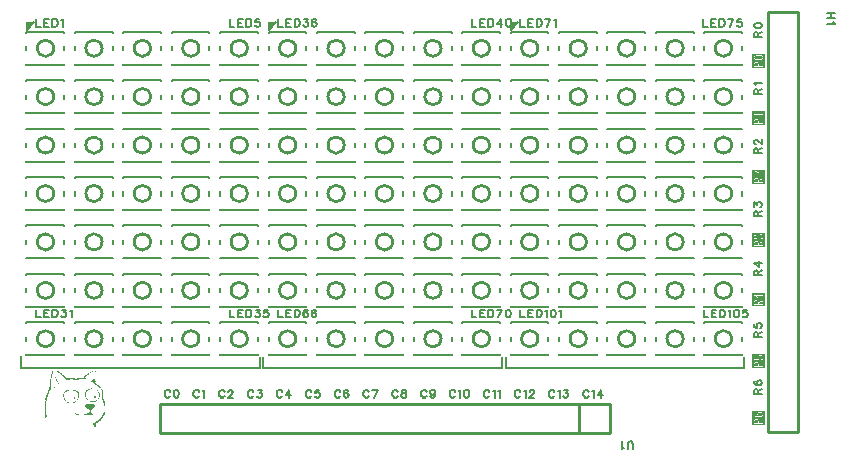
<source format=gto>
G04 Layer: TopSilkscreenLayer*
G04 EasyEDA Pro v2.1.21.9b64d12f.b3811b, 2024-04-08 20:46:48*
G04 Gerber Generator version 0.3*
G04 Scale: 100 percent, Rotated: No, Reflected: No*
G04 Dimensions in millimeters*
G04 Leading zeros omitted, absolute positions, 3 integers and 3 decimals*
%FSLAX33Y33*%
%MOMM*%
%ADD10C,0.152*%
%ADD11C,0.254*%
%ADD12C,0.152*%
G75*


G04 Image Start*
G36*
G01X4814Y-28925D02*
G01X4814Y-28925D01*
G01X4805Y-28938D01*
G01X4787Y-28943D01*
G01X4770Y-28949D01*
G01X4762Y-28960D01*
G01X4761Y-28979D01*
G01X4766Y-29008D01*
G01X4779Y-29062D01*
G01X4781Y-29075D01*
G01X4785Y-29111D01*
G01X4786Y-29133D01*
G01X4788Y-29173D01*
G01X4790Y-29190D01*
G01X4792Y-29201D01*
G01X4794Y-29216D01*
G01X4796Y-29306D01*
G01X4795Y-29396D01*
G01X4793Y-29410D01*
G01X4787Y-29438D01*
G01X4785Y-29457D01*
G01X4787Y-29478D01*
G01X4795Y-29543D01*
G01X4801Y-29591D01*
G01X4802Y-29600D01*
G01X4804Y-29620D01*
G01X4807Y-29652D01*
G01X4810Y-29688D01*
G01X4812Y-29705D01*
G01X4815Y-29720D01*
G01X4819Y-29734D01*
G01X4824Y-29748D01*
G01X4830Y-29762D01*
G01X4837Y-29776D01*
G01X4847Y-29797D01*
G01X4855Y-29817D01*
G01X4861Y-29835D01*
G01X4863Y-29847D01*
G01X4867Y-29861D01*
G01X4879Y-29888D01*
G01X4917Y-29980D01*
G01X4924Y-29998D01*
G01X4929Y-30012D01*
G01X4937Y-30027D01*
G01X4947Y-30049D01*
G01X4957Y-30078D01*
G01X4967Y-30105D01*
G01X4975Y-30125D01*
G01X4982Y-30143D01*
G01X4989Y-30167D01*
G01X4996Y-30190D01*
G01X5002Y-30206D01*
G01X5008Y-30219D01*
G01X5012Y-30237D01*
G01X5016Y-30258D01*
G01X5019Y-30282D01*
G01X5032Y-30436D01*
G01X5033Y-30462D01*
G01X5036Y-30516D01*
G01X5037Y-30526D01*
G01X5039Y-30544D01*
G01X5036Y-30570D01*
G01X5030Y-30612D01*
G01X5029Y-30625D01*
G01X5027Y-30647D01*
G01X5020Y-30674D01*
G01X4988Y-30772D01*
G01X4964Y-30845D01*
G01X4956Y-30868D01*
G01X4942Y-30888D01*
G01X4937Y-30897D01*
G01X4932Y-30908D01*
G01X4926Y-30922D01*
G01X4916Y-30940D01*
G01X4905Y-30958D01*
G01X4901Y-30973D01*
G01X4899Y-30985D01*
G01X4896Y-30993D01*
G01X4892Y-31001D01*
G01X4888Y-31013D01*
G01X4881Y-31029D01*
G01X4870Y-31045D01*
G01X4856Y-31066D01*
G01X4842Y-31091D01*
G01X4831Y-31111D01*
G01X4818Y-31129D01*
G01X4801Y-31148D01*
G01X4779Y-31169D01*
G01X4754Y-31193D01*
G01X4746Y-31202D01*
G01X4739Y-31211D01*
G01X4733Y-31218D01*
G01X4729Y-31226D01*
G01X4725Y-31234D01*
G01X4722Y-31243D01*
G01X4714Y-31261D01*
G01X4701Y-31271D01*
G01X4673Y-31289D01*
G01X4645Y-31310D01*
G01X4618Y-31334D01*
G01X4590Y-31361D01*
G01X4572Y-31378D01*
G01X4557Y-31389D01*
G01X4549Y-31396D01*
G01X4522Y-31422D01*
G01X4475Y-31470D01*
G01X4464Y-31482D01*
G01X4458Y-31490D01*
G01X4450Y-31503D01*
G01X4441Y-31512D01*
G01X4430Y-31520D01*
G01X4415Y-31525D01*
G01X4392Y-31535D01*
G01X4363Y-31553D01*
G01X4340Y-31568D01*
G01X4332Y-31572D01*
G01X4328Y-31574D01*
G01X4318Y-31577D01*
G01X4302Y-31585D01*
G01X4286Y-31595D01*
G01X4273Y-31605D01*
G01X4258Y-31618D01*
G01X4242Y-31628D01*
G01X4227Y-31639D01*
G01X4215Y-31650D01*
G01X4197Y-31670D01*
G01X4188Y-31677D01*
G01X4171Y-31687D01*
G01X4119Y-31711D01*
G01X4105Y-31717D01*
G01X4091Y-31725D01*
G01X4050Y-31754D01*
G01X4034Y-31765D01*
G01X4022Y-31772D01*
G01X4012Y-31778D01*
G01X4002Y-31785D01*
G01X3990Y-31793D01*
G01X3976Y-31800D01*
G01X3956Y-31814D01*
G01Y-31827D01*
G01X3974Y-31836D01*
G01X4009Y-31842D01*
G01X4052Y-31846D01*
G01X4067Y-31849D01*
G01X4078Y-31855D01*
G01X4087Y-31862D01*
G01X4095Y-31874D01*
G01X4102Y-31888D01*
G01X4110Y-31908D01*
G01X4115Y-31924D01*
G01X4116Y-31934D01*
G01X4115Y-31947D01*
G01Y-31961D01*
G01X4118Y-31977D01*
G01X4122Y-31993D01*
G01X4127Y-32008D01*
G01X4133Y-32021D01*
G01X4140Y-32031D01*
G01X4147Y-32038D01*
G01X4163Y-32045D01*
G01X4181Y-32050D01*
G01X4200Y-32051D01*
G01X4220Y-32050D01*
G01X4239Y-32046D01*
G01X4256Y-32040D01*
G01X4270Y-32031D01*
G01X4281Y-32021D01*
G01X4289Y-32010D01*
G01X4297Y-32002D01*
G01X4307Y-31992D01*
G01X4315Y-31980D01*
G01X4319Y-31965D01*
G01X4322Y-31946D01*
G01X4325Y-31910D01*
G01X4320Y-31894D01*
G01X4298Y-31881D01*
G01X4288Y-31878D01*
G01X4290Y-31842D01*
G01X4293Y-31793D01*
G01X4295Y-31784D01*
G01X4297Y-31778D01*
G01X4299Y-31774D01*
G01X4303Y-31771D01*
G01X4307Y-31769D01*
G01X4317Y-31765D01*
G01X4330Y-31757D01*
G01X4343Y-31747D01*
G01X4359Y-31734D01*
G01X4374Y-31722D01*
G01X4387Y-31717D01*
G01X4398Y-31714D01*
G01X4405Y-31707D01*
G01X4415Y-31695D01*
G01X4426Y-31686D01*
G01X4442Y-31676D01*
G01X4466Y-31664D01*
G01X4529Y-31632D01*
G01X4537Y-31626D01*
G01X4540Y-31624D01*
G01X4543Y-31622D01*
G01X4545Y-31620D01*
G01X4546Y-31618D01*
G01X4548Y-31616D01*
G01X4549Y-31614D01*
G01X4550Y-31612D01*
G01X4563Y-31596D01*
G01X4582Y-31585D01*
G01X4607Y-31579D01*
G01X4636Y-31578D01*
G01X4655D01*
G01X4668Y-31573D01*
G01X4675Y-31565D01*
G01X4677Y-31551D01*
G01X4678Y-31542D01*
G01X4680Y-31538D01*
G01X4692Y-31518D01*
G01X4707Y-31483D01*
G01X4717Y-31462D01*
G01X4732Y-31441D01*
G01X4752Y-31421D01*
G01X4777Y-31400D01*
G01X4793Y-31385D01*
G01X4807Y-31363D01*
G01X4817Y-31344D01*
G01X4825Y-31332D01*
G01X4834Y-31322D01*
G01X4845Y-31314D01*
G01X4857Y-31304D01*
G01X4864Y-31293D01*
G01X4871Y-31281D01*
G01X4880Y-31269D01*
G01X4894Y-31249D01*
G01X4907Y-31220D01*
G01X4926Y-31169D01*
G01X4932Y-31155D01*
G01X4938Y-31145D01*
G01X4949Y-31131D01*
G01X4969Y-31121D01*
G01X4976Y-31115D01*
G01X4981Y-31104D01*
G01X4987Y-31088D01*
G01X4994Y-31077D01*
G01X5004Y-31068D01*
G01X5018Y-31059D01*
G01X5041Y-31047D01*
G01X5043Y-31019D01*
G01X5045Y-30438D01*
G01X5044Y-29887D01*
G01X5035Y-29879D01*
G01X5025Y-29872D01*
G01X5011Y-29865D01*
G01X4996Y-29852D01*
G01X4982Y-29830D01*
G01X4968Y-29799D01*
G01X4956Y-29762D01*
G01X4948Y-29743D01*
G01X4935Y-29715D01*
G01X4928Y-29700D01*
G01X4922Y-29685D01*
G01X4917Y-29669D01*
G01X4912Y-29653D01*
G01X4908Y-29637D01*
G01X4906Y-29621D01*
G01X4904Y-29606D01*
G01X4903Y-29591D01*
G01X4900Y-29550D01*
G01X4891Y-29471D01*
G01X4882Y-29392D01*
G01X4878Y-29310D01*
G01X4875Y-29262D01*
G01Y-29255D01*
G01X4874Y-29250D01*
G01X4873Y-29246D01*
G01X4872Y-29243D01*
G01X4868Y-29228D01*
G01X4865Y-29200D01*
G01X4862Y-29167D01*
G01X4860Y-29153D01*
G01X4857Y-29142D01*
G01X4854Y-29128D01*
G01X4852Y-29112D01*
G01X4849Y-29052D01*
G01X4847Y-28994D01*
G01X4846Y-28982D01*
G01X4844Y-28971D01*
G01X4842Y-28961D01*
G01X4833Y-28938D01*
G01X4822Y-28917D01*
G01X4814Y-28925D01*
G37*
G36*
G01X611Y-27352D02*
G01X611Y-27352D01*
G01X586Y-27357D01*
G01X582Y-27367D01*
G01X579Y-27382D01*
G01X575Y-27394D01*
G01X570Y-27403D01*
G01X563Y-27412D01*
G01X553Y-27425D01*
G01X543Y-27443D01*
G01X534Y-27461D01*
G01X531Y-27472D01*
G01X517Y-27551D01*
G01X510Y-27582D01*
G01X504Y-27609D01*
G01X511Y-27620D01*
G01X514Y-27645D01*
G01X497Y-27686D01*
G01X489Y-27703D01*
G01X483Y-27718D01*
G01X478Y-27737D01*
G01X473Y-27765D01*
G01X458Y-27837D01*
G01X454Y-27857D01*
G01X453Y-27872D01*
G01X449Y-27925D01*
G01X444Y-27979D01*
G01X442Y-27994D01*
G01X437Y-28005D01*
G01X429Y-28020D01*
G01X424Y-28034D01*
G01X422Y-28057D01*
G01X421Y-28095D01*
G01X419Y-28158D01*
G01X404Y-28184D01*
G01X393Y-28206D01*
G01X386Y-28226D01*
G01X382Y-28247D01*
G01X380Y-28270D01*
G01X376Y-28323D01*
G01X368Y-28382D01*
G01X365Y-28472D01*
G01X364Y-28517D01*
G01X362Y-28615D01*
G01X361Y-28625D01*
G01X360Y-28628D01*
G01Y-28632D01*
G01X359Y-28634D01*
G01X357Y-28640D01*
G01X355Y-28642D01*
G01X349Y-28662D01*
G01X344Y-28689D01*
G01X337Y-28726D01*
G01X335Y-28734D01*
G01X327Y-28777D01*
G01X324Y-28792D01*
G01X320Y-28807D01*
G01X314Y-28823D01*
G01X306Y-28842D01*
G01X297Y-28863D01*
G01X292Y-28877D01*
G01X291Y-28887D01*
G01Y-28898D01*
G01Y-28918D01*
G01X281Y-28936D01*
G01X268Y-28958D01*
G01X256Y-28980D01*
G01X247Y-29000D01*
G01X244Y-29011D01*
G01X242Y-29027D01*
G01X236Y-29045D01*
G01X229Y-29062D01*
G01X221Y-29074D01*
G01X212Y-29085D01*
G01X206Y-29097D01*
G01X203Y-29108D01*
G01X198Y-29119D01*
G01X191Y-29134D01*
G01X186Y-29153D01*
G01X181Y-29175D01*
G01X176Y-29199D01*
G01X174Y-29223D01*
G01X172Y-29246D01*
G01Y-29267D01*
G01X174Y-29284D01*
G01X177Y-29299D01*
G01Y-29311D01*
G01Y-29321D01*
G01X175Y-29328D01*
G01X172Y-29332D01*
G01X167Y-29333D01*
G01X162Y-29331D01*
G01X155Y-29326D01*
G01X146Y-29321D01*
G01X142Y-29332D01*
G01X135Y-29347D01*
G01X121Y-29356D01*
G01X108Y-29364D01*
G01X97Y-29386D01*
G01X90Y-29418D01*
G01X87Y-29457D01*
G01Y-29476D01*
G01X86Y-29488D01*
G01X84Y-29495D01*
G01X80Y-29501D01*
G01X69Y-29519D01*
G01X56Y-29545D01*
G01X45Y-29570D01*
G01X40Y-29587D01*
G01X37Y-29598D01*
G01X33Y-29608D01*
G01X28Y-29617D01*
G01X23Y-29627D01*
G01X19Y-29639D01*
G01X18Y-29625D01*
G01X15Y-29609D01*
G01X8Y-29598D01*
G01X1Y-29594D01*
G01X-4Y-29600D01*
G01Y-29610D01*
G01X-5Y-29740D01*
G01X-4Y-29771D01*
G01X4Y-29785D01*
G01X16D01*
G01X20Y-29787D01*
G01X23Y-29803D01*
G01X26Y-29820D01*
G01X24Y-29831D01*
G01X19Y-29838D01*
G01X9Y-29840D01*
G01X-2Y-29845D01*
G01X-9Y-29862D01*
G01X-13Y-29901D01*
G01X-17Y-29968D01*
G01X-23Y-30049D01*
G01X-28Y-30099D01*
G01X-33Y-30253D01*
G01X-35Y-31025D01*
G01X-33Y-31270D01*
G01X-31Y-31301D01*
G01X-29Y-31314D01*
G01X-28Y-31323D01*
G01X-26Y-31330D01*
G01X-25Y-31334D01*
G01X-23Y-31337D01*
G01X-22Y-31340D01*
G01X-20Y-31343D01*
G01X-18Y-31346D01*
G01X-17Y-31348D01*
G01X-15Y-31350D01*
G01X-13Y-31351D01*
G01X-10Y-31353D01*
G01X-8Y-31355D01*
G01X4Y-31349D01*
G01X20Y-31330D01*
G01X35Y-31307D01*
G01X41Y-31287D01*
G01X51Y-31279D01*
G01X79Y-31267D01*
G01X101Y-31255D01*
G01X117Y-31241D01*
G01X127Y-31224D01*
G01X131Y-31205D01*
G01X130Y-31182D01*
G01X127Y-31156D01*
G01X122Y-31130D01*
G01X116Y-31103D01*
G01X108Y-31078D01*
G01X100Y-31055D01*
G01X92Y-31037D01*
G01X83Y-31023D01*
G01X73Y-31009D01*
G01X65Y-30992D01*
G01X59Y-30966D01*
G01X51Y-30923D01*
G01X38Y-30851D01*
G01X35Y-30548D01*
G01X36Y-30382D01*
G01X46Y-30263D01*
G01X54Y-30208D01*
G01X57Y-30194D01*
G01X58Y-30188D01*
G01X66Y-30158D01*
G01X68Y-30144D01*
G01X70Y-30132D01*
G01Y-30120D01*
G01Y-30111D01*
G01X68Y-30102D01*
G01X66Y-30096D01*
G01X62Y-30082D01*
G01X63Y-30065D01*
G01X67Y-30049D01*
G01X76Y-30035D01*
G01X84Y-30026D01*
G01X87Y-30019D01*
G01X95Y-29968D01*
G01X102Y-29898D01*
G01X103Y-29877D01*
G01X106Y-29838D01*
G01X111Y-29802D01*
G01X117Y-29773D01*
G01X120Y-29762D01*
G01X123Y-29753D01*
G01X130Y-29738D01*
G01X135Y-29719D01*
G01X141Y-29698D01*
G01X147Y-29679D01*
G01X164Y-29631D01*
G01X171Y-29607D01*
G01X173Y-29598D01*
G01X174Y-29589D01*
G01Y-29582D01*
G01X176Y-29561D01*
G01X182Y-29537D01*
G01X187Y-29514D01*
G01X189Y-29493D01*
G01X191Y-29473D01*
G01X198Y-29448D01*
G01X205Y-29424D01*
G01X209Y-29404D01*
G01X213Y-29389D01*
G01X219Y-29375D01*
G01X225Y-29363D01*
G01X230Y-29349D01*
G01X246Y-29303D01*
G01X256Y-29276D01*
G01X261Y-29256D01*
G01X276Y-29205D01*
G01X286Y-29171D01*
G01X287Y-29166D01*
G01X290Y-29158D01*
G01X295Y-29145D01*
G01X308Y-29113D01*
G01X315Y-29097D01*
G01X324Y-29080D01*
G01X329Y-29070D01*
G01X341Y-29040D01*
G01X347Y-29023D01*
G01X360Y-28985D01*
G01X366Y-28971D01*
G01X372Y-28960D01*
G01X380Y-28950D01*
G01X389Y-28942D01*
G01X400Y-28933D01*
G01X414Y-28924D01*
G01X430Y-28912D01*
G01X443Y-28902D01*
G01X453Y-28891D01*
G01X460Y-28878D01*
G01X465Y-28864D01*
G01X469Y-28846D01*
G01X471Y-28825D01*
G01X473Y-28800D01*
G01X475Y-28752D01*
G01X474Y-28748D01*
G01X472Y-28736D01*
G01X464Y-28636D01*
G01X459Y-28574D01*
G01X457Y-28563D01*
G01X455Y-28552D01*
G01X451Y-28460D01*
G01X448Y-28365D01*
G01X446Y-28349D01*
G01X445Y-28337D01*
G01X446Y-28302D01*
G01X448Y-28263D01*
G01X452Y-28232D01*
G01X455Y-28222D01*
G01X457Y-28208D01*
G01X458Y-28191D01*
G01X460Y-28170D01*
G01X463Y-28148D01*
G01X465Y-28136D01*
G01X467Y-28104D01*
G01Y-28087D01*
G01Y-28061D01*
G01X468Y-28052D01*
G01X469Y-28044D01*
G01X470Y-28039D01*
G01X472Y-28034D01*
G01X475Y-28031D01*
G01X478Y-28029D01*
G01X489Y-28010D01*
G01X503Y-27973D01*
G01X514Y-27931D01*
G01X519Y-27899D01*
G01X521Y-27891D01*
G01X526Y-27880D01*
G01X532Y-27867D01*
G01X535Y-27855D01*
G01X539Y-27844D01*
G01X545Y-27830D01*
G01X552Y-27814D01*
G01X558Y-27796D01*
G01X564Y-27775D01*
G01X569Y-27750D01*
G01X574Y-27724D01*
G01X580Y-27700D01*
G01X588Y-27679D01*
G01X596Y-27661D01*
G01X603Y-27643D01*
G01X606Y-27617D01*
G01X609Y-27592D01*
G01X613Y-27572D01*
G01X617Y-27555D01*
G01X619Y-27539D01*
G01X629Y-27472D01*
G01X632Y-27456D01*
G01X633Y-27452D01*
G01X636Y-27441D01*
G01X640Y-27426D01*
G01X647Y-27405D01*
G01X661Y-27382D01*
G01X674Y-27361D01*
G01Y-27355D01*
G01X663Y-27353D01*
G01X624Y-27351D01*
G01X611Y-27352D01*
G37*
G36*
G01X969Y-27355D02*
G01X969Y-27355D01*
G01X973Y-27366D01*
G01X994Y-27383D01*
G01X1022Y-27399D01*
G01X1046Y-27407D01*
G01X1066Y-27413D01*
G01X1080Y-27427D01*
G01X1090Y-27439D01*
G01X1106Y-27452D01*
G01X1143Y-27478D01*
G01X1220Y-27534D01*
G01X1234Y-27543D01*
G01X1247Y-27551D01*
G01X1259Y-27559D01*
G01X1275Y-27569D01*
G01X1301Y-27582D01*
G01X1318Y-27591D01*
G01X1328Y-27597D01*
G01X1334Y-27604D01*
G01X1339Y-27612D01*
G01X1352Y-27631D01*
G01X1368Y-27648D01*
G01X1385Y-27659D01*
G01X1400Y-27663D01*
G01X1422Y-27671D01*
G01X1439Y-27686D01*
G01X1446Y-27694D01*
G01X1456Y-27704D01*
G01X1465Y-27715D01*
G01X1467Y-27726D01*
G01X1474Y-27739D01*
G01X1489Y-27758D01*
G01X1509Y-27776D01*
G01X1529Y-27790D01*
G01X1546Y-27800D01*
G01X1559Y-27812D01*
G01X1571Y-27829D01*
G01X1584Y-27853D01*
G01X1596Y-27877D01*
G01X1602Y-27887D01*
G01X1609Y-27895D01*
G01X1617Y-27903D01*
G01X1626Y-27911D01*
G01X1650Y-27931D01*
G01X1663Y-27940D01*
G01X1670Y-27947D01*
G01X1675Y-27955D01*
G01X1679Y-27965D01*
G01X1692Y-27986D01*
G01X1713Y-28012D01*
G01X1737Y-28034D01*
G01X1756Y-28046D01*
G01X1770Y-28052D01*
G01X1789Y-28061D01*
G01X1805Y-28069D01*
G01X1822Y-28072D01*
G01X1844Y-28071D01*
G01X1878Y-28066D01*
G01X1994Y-28051D01*
G01X2014Y-28049D01*
G01X2073Y-28042D01*
G01X2081Y-28040D01*
G01X2095Y-28036D01*
G01X2115Y-28032D01*
G01X2164Y-28027D01*
G01X2213Y-28026D01*
G01X2232Y-28027D01*
G01X2245Y-28029D01*
G01X2262Y-28031D01*
G01X2289Y-28033D01*
G01X2310D01*
G01X2323Y-28035D01*
G01X2335Y-28039D01*
G01X2350Y-28046D01*
G01X2363Y-28052D01*
G01X2374Y-28056D01*
G01X2385Y-28059D01*
G01X2395Y-28060D01*
G01X2421Y-28065D01*
G01X2457Y-28074D01*
G01X2485Y-28081D01*
G01X2515Y-28087D01*
G01X2559Y-28093D01*
G01X2587Y-28094D01*
G01X2614Y-28095D01*
G01X2639Y-28093D01*
G01X2662Y-28090D01*
G01X2672Y-28088D01*
G01X2688Y-28086D01*
G01X2704D01*
G01X2722Y-28085D01*
G01X2746Y-28080D01*
G01X2775Y-28074D01*
G01X2807Y-28069D01*
G01X2824Y-28067D01*
G01X2835Y-28065D01*
G01X2843Y-28062D01*
G01X2849Y-28059D01*
G01X2860Y-28052D01*
G01X2873Y-28045D01*
G01X2888Y-28040D01*
G01X2905Y-28035D01*
G01X2924Y-28031D01*
G01X2968Y-28025D01*
G01X2993Y-28023D01*
G01X3055Y-28017D01*
G01X3071Y-28015D01*
G01X3089Y-28013D01*
G01X3104Y-28012D01*
G01X3148Y-28014D01*
G01X3216Y-28018D01*
G01X3285Y-28016D01*
G01X3331Y-28013D01*
G01X3369Y-28010D01*
G01X3384D01*
G01X3399Y-28011D01*
G01X3406Y-28012D01*
G01X3450Y-28018D01*
G01X3469Y-28023D01*
G01X3489Y-28031D01*
G01X3501Y-28036D01*
G01X3516Y-28039D01*
G01X3530Y-28042D01*
G01X3545Y-28043D01*
G01X3558Y-28044D01*
G01X3569Y-28042D01*
G01X3576Y-28040D01*
G01X3578Y-28036D01*
G01X3574Y-28020D01*
G01X3562Y-28004D01*
G01X3546Y-27990D01*
G01X3531Y-27982D01*
G01X3516Y-27977D01*
G01X3498Y-27968D01*
G01X3480Y-27958D01*
G01X3465Y-27951D01*
G01X3451Y-27947D01*
G01X3433Y-27943D01*
G01X3409Y-27937D01*
G01X3389Y-27932D01*
G01X3376Y-27926D01*
G01X3370Y-27921D01*
G01X3366Y-27909D01*
G01Y-27895D01*
G01X3370Y-27881D01*
G01X3377Y-27867D01*
G01X3387Y-27853D01*
G01X3400Y-27841D01*
G01X3415Y-27830D01*
G01X3432Y-27822D01*
G01X3450Y-27813D01*
G01X3466Y-27800D01*
G01X3480Y-27782D01*
G01X3496Y-27756D01*
G01X3512Y-27728D01*
G01X3519Y-27718D01*
G01X3527Y-27710D01*
G01X3537Y-27703D01*
G01X3549Y-27696D01*
G01X3586Y-27677D01*
G01X3604Y-27668D01*
G01X3612Y-27661D01*
G01X3619Y-27650D01*
G01X3633Y-27634D01*
G01X3665Y-27621D01*
G01X3686Y-27614D01*
G01X3704Y-27606D01*
G01X3720Y-27597D01*
G01X3732Y-27588D01*
G01X3741Y-27579D01*
G01X3748Y-27570D01*
G01X3751Y-27560D01*
G01Y-27550D01*
G01X3738Y-27530D01*
G01X3704Y-27531D01*
G01X3688Y-27534D01*
G01X3676Y-27536D01*
G01X3657Y-27538D01*
G01X3641Y-27545D01*
G01X3627Y-27557D01*
G01X3613Y-27577D01*
G01X3604Y-27588D01*
G01X3594Y-27592D01*
G01X3574Y-27596D01*
G01X3556Y-27601D01*
G01X3541Y-27606D01*
G01X3527Y-27612D01*
G01X3515Y-27618D01*
G01X3506Y-27626D01*
G01X3498Y-27634D01*
G01X3491Y-27643D01*
G01X3480Y-27660D01*
G01X3470Y-27671D01*
G01X3458Y-27678D01*
G01X3446Y-27682D01*
G01X3428Y-27685D01*
G01X3414Y-27692D01*
G01X3404Y-27701D01*
G01X3400Y-27712D01*
G01X3392Y-27727D01*
G01X3375Y-27745D01*
G01X3353Y-27764D01*
G01X3330Y-27779D01*
G01X3312Y-27789D01*
G01X3303Y-27795D01*
G01X3294Y-27808D01*
G01X3284Y-27827D01*
G01X3274Y-27847D01*
G01X3268Y-27863D01*
G01X3262Y-27878D01*
G01X3253Y-27890D01*
G01X3242Y-27899D01*
G01X3228Y-27907D01*
G01X3210Y-27912D01*
G01X3187Y-27916D01*
G01X3159Y-27918D01*
G01X3127D01*
G01X3080Y-27920D01*
G01X3061Y-27921D01*
G01X3046Y-27923D01*
G01X2972Y-27933D01*
G01X2903Y-27942D01*
G01X2870Y-27945D01*
G01X2782Y-27948D01*
G01X2742D01*
G01X2727Y-27949D01*
G01X2716Y-27952D01*
G01X2710Y-27958D01*
G01X2708Y-27967D01*
G01X2701Y-27982D01*
G01X2683Y-27988D01*
G01X2667Y-27990D01*
G01X2645Y-27995D01*
G01X2624Y-28000D01*
G01X2611Y-28002D01*
G01X2601Y-28001D01*
G01X2591Y-27997D01*
G01X2575Y-27992D01*
G01X2553Y-27988D01*
G01X2529Y-27983D01*
G01X2512Y-27977D01*
G01X2497Y-27970D01*
G01X2480Y-27963D01*
G01X2463Y-27957D01*
G01X2424Y-27947D01*
G01X2383Y-27941D01*
G01X2363Y-27939D01*
G01X2309Y-27934D01*
G01X2298Y-27932D01*
G01X2231Y-27920D01*
G01X2184Y-27914D01*
G01X2143Y-27912D01*
G01X2120D01*
G01X2099Y-27913D01*
G01X2091Y-27915D01*
G01X2083Y-27917D01*
G01X2064Y-27921D01*
G01X2042Y-27925D01*
G01X2021Y-27926D01*
G01X2005D01*
G01X1952Y-27922D01*
G01X1890Y-27915D01*
G01X1871Y-27912D01*
G01X1825Y-27905D01*
G01X1817Y-27904D01*
G01X1804Y-27901D01*
G01X1787Y-27894D01*
G01X1753Y-27878D01*
G01X1740Y-27872D01*
G01X1731Y-27863D01*
G01X1723Y-27850D01*
G01X1714Y-27830D01*
G01X1707Y-27815D01*
G01X1700Y-27803D01*
G01X1691Y-27792D01*
G01X1682Y-27783D01*
G01X1672Y-27776D01*
G01X1661Y-27770D01*
G01X1649Y-27766D01*
G01X1636Y-27764D01*
G01X1621Y-27759D01*
G01X1609Y-27752D01*
G01X1601Y-27741D01*
G01X1598Y-27728D01*
G01X1596Y-27714D01*
G01X1590Y-27702D01*
G01X1582Y-27692D01*
G01X1570Y-27686D01*
G01X1555Y-27680D01*
G01X1539Y-27672D01*
G01X1520Y-27665D01*
G01X1496Y-27663D01*
G01X1479D01*
G01X1470Y-27660D01*
G01X1465Y-27651D01*
G01X1460Y-27633D01*
G01X1455Y-27616D01*
G01X1449Y-27605D01*
G01X1425Y-27575D01*
G01X1413Y-27560D01*
G01X1401Y-27549D01*
G01X1388Y-27541D01*
G01X1374Y-27536D01*
G01X1356Y-27529D01*
G01X1338Y-27519D01*
G01X1322Y-27507D01*
G01X1311Y-27495D01*
G01X1299Y-27481D01*
G01X1285Y-27469D01*
G01X1270Y-27461D01*
G01X1257Y-27456D01*
G01X1237Y-27450D01*
G01X1219Y-27437D01*
G01X1200Y-27415D01*
G01X1180Y-27384D01*
G01X1171Y-27373D01*
G01X1158Y-27363D01*
G01X1144Y-27355D01*
G01X1059Y-27354D01*
G01X978Y-27355D01*
G01X972D01*
G01X969D01*
G37*
G36*
G01X4188Y-27353D02*
G01X4188Y-27353D01*
G01X4175Y-27358D01*
G01X4179Y-27379D01*
G01X4183Y-27397D01*
G01Y-27415D01*
G01X4182Y-27432D01*
G01X4177Y-27449D01*
G01X4174Y-27465D01*
G01Y-27486D01*
G01X4177Y-27509D01*
G01X4184Y-27537D01*
G01X4188Y-27552D01*
G01X4187Y-27563D01*
G01X4185Y-27582D01*
G01X4189Y-27601D01*
G01X4191Y-27614D01*
G01X4188Y-27634D01*
G01X4185Y-27667D01*
G01X4181Y-27715D01*
G01X4178Y-27764D01*
G01X4176Y-27780D01*
G01X4175Y-27786D01*
G01X4174Y-27791D01*
G01X4172Y-27803D01*
G01X4170Y-27819D01*
G01Y-27858D01*
G01X4173Y-27898D01*
G01X4175Y-27915D01*
G01X4179Y-27928D01*
G01X4185Y-27947D01*
G01X4179Y-27964D01*
G01X4174Y-27982D01*
G01X4171Y-28001D01*
G01X4168Y-28021D01*
G01X4164Y-28040D01*
G01X4160Y-28059D01*
G01X4158Y-28079D01*
G01X4157Y-28094D01*
G01X4154Y-28107D01*
G01X4149Y-28117D01*
G01X4140Y-28128D01*
G01X4132Y-28138D01*
G01X4126Y-28150D01*
G01X4123Y-28168D01*
G01X4121Y-28194D01*
G01X4119Y-28224D01*
G01X4117Y-28233D01*
G01X4114Y-28239D01*
G01X4110Y-28240D01*
G01X4105Y-28239D01*
G01X4099Y-28234D01*
G01X4091Y-28226D01*
G01X4077Y-28212D01*
G01Y-28177D01*
G01Y-28157D01*
G01X4078Y-28145D01*
G01X4080Y-28138D01*
G01X4085Y-28132D01*
G01X4090Y-28124D01*
G01Y-28117D01*
G01X4086Y-28103D01*
G01X4084Y-28090D01*
G01X4083Y-28076D01*
G01X4084Y-28059D01*
G01Y-28037D01*
G01X4082Y-28022D01*
G01X4076Y-28010D01*
G01X4067Y-28001D01*
G01X4057Y-27994D01*
G01X4052Y-28000D01*
G01X4046Y-28005D01*
G01X4039Y-28010D01*
G01X4031Y-28017D01*
G01X4025Y-28026D01*
G01X4018Y-28037D01*
G01X4013Y-28046D01*
G01X4006Y-28058D01*
G01X3996Y-28076D01*
G01X3976Y-28113D01*
G01X3967Y-28125D01*
G01X3959Y-28134D01*
G01X3950Y-28139D01*
G01X3939Y-28143D01*
G01X3927Y-28144D01*
G01X3913Y-28143D01*
G01X3895Y-28142D01*
G01X3885Y-28143D01*
G01X3880Y-28144D01*
G01X3878Y-28146D01*
G01X3880Y-28158D01*
G01X3889Y-28170D01*
G01X3896Y-28179D01*
G01X3905Y-28195D01*
G01X3912Y-28207D01*
G01X3922Y-28221D01*
G01X3935Y-28235D01*
G01X3949Y-28249D01*
G01X3964Y-28263D01*
G01X3980Y-28275D01*
G01X3994Y-28286D01*
G01X4008Y-28294D01*
G01X4036Y-28308D01*
G01X4045Y-28314D01*
G01X4052Y-28319D01*
G01X4057Y-28324D01*
G01X4062Y-28331D01*
G01X4072Y-28351D01*
G01X4087Y-28381D01*
G01X4125Y-28400D01*
G01X4159Y-28417D01*
G01X4172Y-28425D01*
G01X4183Y-28432D01*
G01X4194Y-28440D01*
G01X4215Y-28460D01*
G01X4227Y-28472D01*
G01X4250Y-28495D01*
G01X4260Y-28504D01*
G01X4271Y-28511D01*
G01X4281Y-28518D01*
G01X4292Y-28524D01*
G01X4303Y-28529D01*
G01X4316Y-28534D01*
G01X4332Y-28543D01*
G01X4351Y-28555D01*
G01X4369Y-28567D01*
G01X4383Y-28574D01*
G01X4400Y-28581D01*
G01X4447Y-28605D01*
G01X4458Y-28612D01*
G01X4470Y-28627D01*
G01X4492Y-28647D01*
G01X4514Y-28666D01*
G01X4529Y-28677D01*
G01X4545Y-28686D01*
G01X4560Y-28697D01*
G01X4649Y-28772D01*
G01X4672Y-28788D01*
G01X4679Y-28793D01*
G01X4695Y-28803D01*
G01X4703Y-28811D01*
G01X4707Y-28823D01*
G01X4708Y-28843D01*
G01X4710Y-28861D01*
G01X4713Y-28877D01*
G01X4717Y-28891D01*
G01X4722Y-28903D01*
G01X4729Y-28912D01*
G01X4736Y-28918D01*
G01X4744Y-28922D01*
G01X4754D01*
G01X4765Y-28916D01*
G01X4773Y-28903D01*
G01X4776Y-28886D01*
G01X4775Y-28865D01*
G01X4771Y-28844D01*
G01X4764Y-28824D01*
G01X4753Y-28808D01*
G01X4739Y-28797D01*
G01X4721Y-28784D01*
G01X4705Y-28766D01*
G01X4693Y-28746D01*
G01X4689Y-28729D01*
G01X4684Y-28715D01*
G01X4664Y-28692D01*
G01X4651Y-28675D01*
G01X4644Y-28658D01*
G01X4636Y-28638D01*
G01X4624Y-28623D01*
G01X4608Y-28612D01*
G01X4585Y-28604D01*
G01X4568Y-28597D01*
G01X4558Y-28582D01*
G01X4550Y-28574D01*
G01X4536Y-28566D01*
G01X4522Y-28558D01*
G01X4512Y-28551D01*
G01X4498Y-28543D01*
G01X4477Y-28533D01*
G01X4458Y-28524D01*
G01X4446Y-28517D01*
G01X4439Y-28509D01*
G01X4432Y-28498D01*
G01X4423Y-28485D01*
G01X4409Y-28476D01*
G01X4397Y-28470D01*
G01X4386Y-28463D01*
G01X4374Y-28455D01*
G01X4363Y-28447D01*
G01X4353Y-28438D01*
G01X4344Y-28429D01*
G01X4336Y-28421D01*
G01X4331Y-28413D01*
G01X4319Y-28400D01*
G01X4299Y-28397D01*
G01X4287Y-28394D01*
G01X4278Y-28380D01*
G01X4269Y-28365D01*
G01X4260Y-28352D01*
G01X4249Y-28336D01*
G01X4243Y-28323D01*
G01Y-28312D01*
G01X4248Y-28300D01*
G01X4252Y-28292D01*
G01X4254Y-28285D01*
G01X4257Y-28275D01*
G01X4263Y-28262D01*
G01X4269Y-28247D01*
G01X4271Y-28234D01*
G01X4270Y-28222D01*
G01X4264Y-28211D01*
G01X4254Y-28193D01*
G01X4245Y-28170D01*
G01X4238Y-28140D01*
G01X4233Y-28101D01*
G01X4226Y-27993D01*
G01X4224Y-27833D01*
G01Y-27702D01*
G01X4232Y-27665D01*
G01X4237Y-27637D01*
G01X4240Y-27609D01*
G01Y-27547D01*
G01Y-27515D01*
G01Y-27478D01*
G01X4241Y-27460D01*
G01X4246Y-27427D01*
G01X4253Y-27388D01*
G01X4254Y-27375D01*
G01X4253Y-27367D01*
G01X4251Y-27361D01*
G01X4246Y-27357D01*
G01X4239Y-27354D01*
G01X4229Y-27353D01*
G01X4207Y-27351D01*
G01X4188Y-27353D01*
G37*
G36*
G01X2353Y-28901D02*
G01X2353Y-28901D01*
G01X2328Y-28903D01*
G01X2278Y-28905D01*
G01X2206Y-28908D01*
G01X2176Y-28911D01*
G01X2102Y-28920D01*
G01X2048Y-28926D01*
G01X2034D01*
G01X2019Y-28924D01*
G01X2003Y-28923D01*
G01X1986Y-28925D01*
G01X1969Y-28930D01*
G01X1955Y-28937D01*
G01X1941Y-28944D01*
G01X1928Y-28950D01*
G01X1914Y-28952D01*
G01X1899Y-28953D01*
G01X1861Y-28955D01*
G01X1844Y-28957D01*
G01X1829Y-28960D01*
G01X1816Y-28964D01*
G01X1804Y-28968D01*
G01X1794Y-28973D01*
G01X1786Y-28979D01*
G01X1770Y-28991D01*
G01X1749Y-29002D01*
G01X1729Y-29011D01*
G01X1715Y-29014D01*
G01X1695Y-29024D01*
G01X1672Y-29053D01*
G01X1660Y-29070D01*
G01X1649Y-29081D01*
G01X1639Y-29088D01*
G01X1628Y-29091D01*
G01X1611Y-29095D01*
G01X1600Y-29106D01*
G01X1592Y-29126D01*
G01X1586Y-29157D01*
G01X1583Y-29175D01*
G01X1580Y-29185D01*
G01X1574Y-29193D01*
G01X1563Y-29200D01*
G01X1548Y-29214D01*
G01X1543Y-29249D01*
G01X1536Y-29307D01*
G01X1534Y-29320D01*
G01X1533Y-29333D01*
G01Y-29362D01*
G01X1536Y-29390D01*
G01X1539Y-29403D01*
G01X1541Y-29415D01*
G01X1543Y-29433D01*
G01X1539Y-29471D01*
G01X1533Y-29514D01*
G01X1540Y-29533D01*
G01X1545Y-29550D01*
G01X1549Y-29568D01*
G01X1551Y-29588D01*
G01X1553Y-29608D01*
G01X1555Y-29626D01*
G01X1559Y-29640D01*
G01X1570Y-29675D01*
G01X1578Y-29694D01*
G01X1587Y-29712D01*
G01X1597Y-29727D01*
G01X1608Y-29739D01*
G01X1620Y-29752D01*
G01X1634Y-29772D01*
G01X1643Y-29786D01*
G01X1651Y-29794D01*
G01X1659Y-29800D01*
G01X1670Y-29806D01*
G01X1686Y-29814D01*
G01X1697Y-29822D01*
G01X1710Y-29828D01*
G01X1719Y-29816D01*
G01X1721Y-29794D01*
G01X1715Y-29765D01*
G01X1706Y-29736D01*
G01X1694Y-29717D01*
G01X1685Y-29707D01*
G01X1678Y-29694D01*
G01X1670Y-29680D01*
G01X1661Y-29667D01*
G01X1651Y-29654D01*
G01X1644Y-29641D01*
G01X1639Y-29626D01*
G01X1636Y-29611D01*
G01X1633Y-29597D01*
G01X1627Y-29584D01*
G01X1615Y-29567D01*
G01X1594Y-29543D01*
G01X1583Y-29529D01*
G01X1577Y-29518D01*
G01X1576Y-29508D01*
G01X1579Y-29497D01*
G01X1582Y-29487D01*
G01X1583Y-29481D01*
G01X1586Y-29472D01*
G01X1592Y-29458D01*
G01X1599Y-29439D01*
G01X1600Y-29423D01*
G01X1593Y-29322D01*
G01X1592Y-29245D01*
G01Y-29223D01*
G01X1593Y-29215D01*
G01X1594Y-29209D01*
G01X1595Y-29206D01*
G01X1602Y-29199D01*
G01X1616Y-29191D01*
G01X1635Y-29181D01*
G01X1655Y-29169D01*
G01X1692Y-29143D01*
G01X1709Y-29130D01*
G01X1723Y-29116D01*
G01X1735Y-29104D01*
G01X1743Y-29092D01*
G01X1750Y-29085D01*
G01X1759Y-29084D01*
G01X1773Y-29081D01*
G01X1793Y-29075D01*
G01X1812Y-29067D01*
G01X1826Y-29058D01*
G01X1838Y-29051D01*
G01X1857Y-29045D01*
G01X1876Y-29039D01*
G01X1891Y-29037D01*
G01X1899Y-29035D01*
G01X1909Y-29030D01*
G01X1926Y-29023D01*
G01X1950Y-29016D01*
G01X1963Y-29012D01*
G01X1975Y-29007D01*
G01X1986Y-29003D01*
G01X1994Y-28998D01*
G01X2006Y-28991D01*
G01X2015Y-28987D01*
G01X2024Y-28983D01*
G01X2033Y-28977D01*
G01X2050Y-28966D01*
G01X2071Y-28968D01*
G01X2093Y-28970D01*
G01X2114Y-28967D01*
G01X2133Y-28963D01*
G01X2153Y-28962D01*
G01X2176Y-28963D01*
G01X2204Y-28966D01*
G01X2220Y-28969D01*
G01X2232D01*
G01X2240D01*
G01X2247Y-28968D01*
G01X2258Y-28965D01*
G01X2273D01*
G01X2292Y-28966D01*
G01X2334Y-28972D01*
G01X2378Y-28983D01*
G01X2398Y-28990D01*
G01X2424Y-28998D01*
G01X2449Y-29005D01*
G01X2475Y-29010D01*
G01X2503Y-29014D01*
G01X2519Y-29017D01*
G01X2535Y-29021D01*
G01X2554Y-29027D01*
G01X2577Y-29037D01*
G01X2591Y-29046D01*
G01X2611Y-29059D01*
G01X2628Y-29070D01*
G01X2637Y-29075D01*
G01X2652Y-29083D01*
G01X2666Y-29099D01*
G01X2675Y-29112D01*
G01X2713Y-29152D01*
G01X2732Y-29168D01*
G01X2745Y-29182D01*
G01X2758Y-29203D01*
G01X2770Y-29226D01*
G01X2771Y-29263D01*
G01X2773Y-29301D01*
G01X2779Y-29340D01*
G01X2786Y-29383D01*
G01X2790Y-29423D01*
G01X2792Y-29461D01*
G01Y-29494D01*
G01X2789Y-29524D01*
G01X2786Y-29536D01*
G01X2783Y-29548D01*
G01X2780Y-29557D01*
G01X2776Y-29565D01*
G01X2771Y-29572D01*
G01X2766Y-29576D01*
G01X2750Y-29593D01*
G01X2742Y-29630D01*
G01X2736Y-29659D01*
G01X2734Y-29670D01*
G01X2731Y-29678D01*
G01X2717Y-29711D01*
G01X2715Y-29719D01*
G01X2713Y-29726D01*
G01X2711Y-29733D01*
G01X2710Y-29740D01*
G01Y-29748D01*
G01X2709Y-29766D01*
G01X2713Y-29763D01*
G01X2720Y-29757D01*
G01X2728Y-29752D01*
G01X2738Y-29743D01*
G01X2751Y-29719D01*
G01X2757Y-29707D01*
G01X2764Y-29695D01*
G01X2771Y-29686D01*
G01X2777Y-29679D01*
G01X2786Y-29668D01*
G01X2795Y-29655D01*
G01X2802Y-29643D01*
G01X2804Y-29635D01*
G01X2809Y-29622D01*
G01X2821Y-29596D01*
G01X2849Y-29535D01*
G01X2860Y-29509D01*
G01X2854Y-29484D01*
G01X2844Y-29448D01*
G01X2841Y-29433D01*
G01Y-29413D01*
G01Y-29391D01*
G01X2838Y-29372D01*
G01X2833Y-29351D01*
G01X2831Y-29330D01*
G01X2832Y-29307D01*
G01X2836Y-29280D01*
G01X2840Y-29251D01*
G01X2841Y-29240D01*
G01X2842Y-29230D01*
G01X2841Y-29221D01*
G01X2840Y-29213D01*
G01X2838Y-29206D01*
G01X2835Y-29197D01*
G01X2829Y-29180D01*
G01X2825Y-29164D01*
G01X2820Y-29150D01*
G01X2813Y-29138D01*
G01X2805Y-29127D01*
G01X2799Y-29115D01*
G01X2791Y-29102D01*
G01X2781Y-29089D01*
G01X2770Y-29079D01*
G01X2761Y-29074D01*
G01X2753Y-29071D01*
G01X2744Y-29065D01*
G01X2733Y-29057D01*
G01X2721Y-29051D01*
G01X2707Y-29046D01*
G01X2691Y-29042D01*
G01X2674Y-29038D01*
G01X2665Y-29032D01*
G01X2644Y-29004D01*
G01X2630Y-28987D01*
G01X2615Y-28973D01*
G01X2596Y-28962D01*
G01X2571Y-28951D01*
G01X2518Y-28930D01*
G01X2496Y-28921D01*
G01X2479Y-28915D01*
G01X2462Y-28913D01*
G01X2439Y-28912D01*
G01X2417Y-28909D01*
G01X2401Y-28905D01*
G01X2390Y-28901D01*
G01X2376Y-28899D01*
G01X2363D01*
G01X2353Y-28901D01*
G37*
G36*
G01X3705Y-30088D02*
G01X3705Y-30088D01*
G01X3693Y-30091D01*
G01X3593Y-30106D01*
G01X3555Y-30111D01*
G01X3547Y-30113D01*
G01X3540Y-30115D01*
G01X3534Y-30117D01*
G01X3529Y-30120D01*
G01X3525Y-30123D01*
G01X3515Y-30129D01*
G01X3503Y-30136D01*
G01X3488Y-30145D01*
G01X3470Y-30156D01*
G01X3430Y-30184D01*
G01X3415Y-30195D01*
G01X3404Y-30208D01*
G01X3395Y-30221D01*
G01X3389Y-30237D01*
G01X3385Y-30255D01*
G01X3384Y-30276D01*
G01X3385Y-30299D01*
G01X3388Y-30326D01*
G01X3392Y-30342D01*
G01X3397Y-30358D01*
G01X3404Y-30373D01*
G01X3412Y-30387D01*
G01X3422Y-30400D01*
G01X3433Y-30410D01*
G01X3444Y-30418D01*
G01X3455Y-30423D01*
G01X3490Y-30438D01*
G01X3507Y-30446D01*
G01X3516Y-30449D01*
G01X3528Y-30458D01*
G01X3551Y-30487D01*
G01X3562Y-30500D01*
G01X3572Y-30511D01*
G01X3583Y-30521D01*
G01X3595Y-30529D01*
G01X3608Y-30537D01*
G01X3622Y-30543D01*
G01X3638Y-30549D01*
G01X3656Y-30554D01*
G01X3670Y-30558D01*
G01X3683Y-30563D01*
G01X3696Y-30568D01*
G01X3708Y-30574D01*
G01X3719Y-30581D01*
G01X3729Y-30587D01*
G01X3738Y-30595D01*
G01X3746Y-30603D01*
G01X3753Y-30611D01*
G01X3759Y-30619D01*
G01X3764Y-30627D01*
G01X3767Y-30636D01*
G01X3770Y-30645D01*
G01X3771Y-30653D01*
G01X3770Y-30662D01*
G01X3768Y-30671D01*
G01X3765Y-30686D01*
G01Y-30701D01*
G01X3768Y-30724D01*
G01Y-30739D01*
G01X3762Y-30754D01*
G01X3749Y-30776D01*
G01X3731Y-30806D01*
G01X3722Y-30816D01*
G01X3714Y-30825D01*
G01X3706Y-30831D01*
G01X3698Y-30835D01*
G01X3690Y-30837D01*
G01X3681Y-30838D01*
G01X3660Y-30846D01*
G01X3633Y-30868D01*
G01X3620Y-30881D01*
G01X3610Y-30889D01*
G01X3600Y-30894D01*
G01X3588Y-30897D01*
G01X3574Y-30900D01*
G01X3559Y-30905D01*
G01X3544Y-30911D01*
G01X3535Y-30916D01*
G01X3513Y-30928D01*
G01X3486Y-30940D01*
G01X3459Y-30950D01*
G01X3441Y-30954D01*
G01X3429Y-30955D01*
G01X3391Y-30965D01*
G01X3372Y-30971D01*
G01X3353Y-30979D01*
G01X3333Y-30991D01*
G01X3315Y-31002D01*
G01X3301Y-31009D01*
G01X3257Y-31027D01*
G01X3239Y-31034D01*
G01X3224Y-31039D01*
G01X3211Y-31042D01*
G01X3196Y-31044D01*
G01X3174Y-31046D01*
G01X3157Y-31049D01*
G01X3145Y-31053D01*
G01X3138Y-31057D01*
G01X3136Y-31061D01*
G01X3140Y-31065D01*
G01X3149Y-31069D01*
G01X3165Y-31071D01*
G01X3214Y-31079D01*
G01X3237Y-31084D01*
G01X3252Y-31088D01*
G01X3265Y-31093D01*
G01X3278Y-31095D01*
G01X3291Y-31094D01*
G01X3304Y-31090D01*
G01X3323Y-31085D01*
G01X3345Y-31081D01*
G01X3366Y-31078D01*
G01X3381Y-31074D01*
G01X3404Y-31071D01*
G01X3452Y-31070D01*
G01X3512D01*
G01X3531Y-31061D01*
G01X3550Y-31052D01*
G01X3571Y-31062D01*
G01X3588Y-31070D01*
G01X3601Y-31074D01*
G01X3612Y-31073D01*
G01X3627Y-31068D01*
G01X3645Y-31063D01*
G01X3663Y-31061D01*
G01X3681D01*
G01X3699Y-31064D01*
G01X3710Y-31065D01*
G01X3726Y-31062D01*
G01X3791Y-31041D01*
G01X3805Y-31037D01*
G01X3845Y-31028D01*
G01X3870Y-31025D01*
G01X3890Y-31027D01*
G01X3914Y-31039D01*
G01X3928Y-31045D01*
G01X3949Y-31048D01*
G01X3971D01*
G01X3987Y-31045D01*
G01X4003Y-31034D01*
G01X4025Y-31014D01*
G01X4040Y-31000D01*
G01X4050Y-30992D01*
G01X4058Y-30987D01*
G01X4063Y-30985D01*
G01X4076Y-30984D01*
G01X4091Y-30979D01*
G01X4107Y-30973D01*
G01X4122Y-30965D01*
G01X4136Y-30956D01*
G01X4148Y-30948D01*
G01X4155Y-30940D01*
G01X4156Y-30933D01*
G01X4144Y-30921D01*
G01X4122Y-30916D01*
G01X4098Y-30919D01*
G01X4081Y-30930D01*
G01X4072Y-30937D01*
G01X4056Y-30943D01*
G01X4034Y-30947D01*
G01X4009Y-30949D01*
G01X3993Y-30948D01*
G01X3980Y-30946D01*
G01X3969Y-30940D01*
G01X3959Y-30932D01*
G01X3940Y-30917D01*
G01X3913Y-30900D01*
G01X3898Y-30890D01*
G01X3887Y-30882D01*
G01X3878Y-30873D01*
G01X3873Y-30864D01*
G01X3870Y-30854D01*
G01Y-30843D01*
G01X3872Y-30829D01*
G01X3876Y-30813D01*
G01X3880Y-30798D01*
G01Y-30786D01*
G01X3878Y-30773D01*
G01X3873Y-30756D01*
G01X3869Y-30743D01*
G01X3867Y-30731D01*
G01X3866Y-30718D01*
G01Y-30706D01*
G01X3868Y-30694D01*
G01X3872Y-30682D01*
G01X3876Y-30671D01*
G01X3883Y-30660D01*
G01X3904Y-30626D01*
G01X3910Y-30614D01*
G01X3912Y-30608D01*
G01X3914Y-30603D01*
G01X3920Y-30596D01*
G01X3928Y-30586D01*
G01X3935Y-30573D01*
G01X3942Y-30561D01*
G01X3952Y-30553D01*
G01X3970Y-30547D01*
G01X3999Y-30540D01*
G01X4024Y-30534D01*
G01X4033Y-30531D01*
G01X4040Y-30527D01*
G01X4046Y-30521D01*
G01X4051Y-30513D01*
G01X4065Y-30488D01*
G01X4076Y-30469D01*
G01X4088Y-30454D01*
G01X4101Y-30442D01*
G01X4115Y-30433D01*
G01X4129Y-30425D01*
G01X4144Y-30414D01*
G01X4158Y-30403D01*
G01X4171Y-30397D01*
G01X4185Y-30388D01*
G01X4193Y-30365D01*
G01X4199Y-30318D01*
G01X4204Y-30238D01*
G01X4203Y-30222D01*
G01X4201Y-30208D01*
G01X4195Y-30195D01*
G01X4187Y-30184D01*
G01X4175Y-30174D01*
G01X4160Y-30165D01*
G01X4141Y-30155D01*
G01X4117Y-30147D01*
G01X4104Y-30140D01*
G01X4088Y-30132D01*
G01X4072Y-30122D01*
G01X4058Y-30115D01*
G01X4045Y-30111D01*
G01X4032Y-30108D01*
G01X3976Y-30099D01*
G01X3949Y-30095D01*
G01X3923Y-30093D01*
G01X3876Y-30092D01*
G01X3855Y-30093D01*
G01X3840Y-30092D01*
G01X3823Y-30089D01*
G01X3812Y-30087D01*
G01X3780Y-30084D01*
G01X3743D01*
G01X3727Y-30085D01*
G01X3714Y-30086D01*
G01X3705Y-30088D01*
G37*
G36*
G01X3844Y-28804D02*
G01X3844Y-28804D01*
G01X3802Y-28817D01*
G01X3770Y-28829D01*
G01X3759Y-28834D01*
G01X3752Y-28839D01*
G01X3722Y-28859D01*
G01X3708Y-28869D01*
G01X3699Y-28877D01*
G01X3681Y-28886D01*
G01X3648Y-28889D01*
G01X3635Y-28891D01*
G01X3618Y-28895D01*
G01X3577Y-28910D01*
G01X3533Y-28930D01*
G01X3512Y-28941D01*
G01X3493Y-28953D01*
G01X3467Y-28968D01*
G01X3455Y-28976D01*
G01X3446Y-28988D01*
G01X3436Y-29003D01*
G01X3422Y-29019D01*
G01X3415Y-29029D01*
G01X3408Y-29042D01*
G01X3393Y-29072D01*
G01X3380Y-29105D01*
G01X3376Y-29120D01*
G01X3373Y-29134D01*
G01X3370Y-29149D01*
G01X3366Y-29160D01*
G01X3360Y-29175D01*
G01X3352Y-29204D01*
G01X3343Y-29242D01*
G01X3344Y-29325D01*
G01X3348Y-29406D01*
G01X3349Y-29412D01*
G01Y-29416D01*
G01X3358Y-29464D01*
G01X3363Y-29495D01*
G01X3365Y-29506D01*
G01X3368Y-29514D01*
G01X3371Y-29521D01*
G01X3375Y-29527D01*
G01X3379Y-29531D01*
G01X3385Y-29536D01*
G01X3395Y-29544D01*
G01X3404Y-29554D01*
G01X3412Y-29565D01*
G01X3419Y-29577D01*
G01X3425Y-29590D01*
G01X3431Y-29604D01*
G01X3436Y-29620D01*
G01X3439Y-29636D01*
G01X3446Y-29668D01*
G01X3450Y-29678D01*
G01X3454Y-29687D01*
G01X3459Y-29693D01*
G01X3464Y-29696D01*
G01X3471Y-29699D01*
G01X3479Y-29700D01*
G01X3495Y-29701D01*
G01X3496Y-29704D01*
G01X3498Y-29711D01*
G01X3504Y-29728D01*
G01X3512Y-29742D01*
G01X3521Y-29752D01*
G01X3530Y-29756D01*
G01X3537Y-29758D01*
G01X3547Y-29764D01*
G01X3560Y-29770D01*
G01X3571Y-29771D01*
G01X3580Y-29767D01*
G01X3584Y-29758D01*
G01X3579Y-29738D01*
G01X3561Y-29725D01*
G01X3550Y-29720D01*
G01X3537Y-29712D01*
G01X3520Y-29704D01*
G01X3501Y-29701D01*
G01X3497Y-29684D01*
G01X3502Y-29652D01*
G01X3505Y-29631D01*
G01X3502Y-29609D01*
G01X3492Y-29585D01*
G01X3475Y-29556D01*
G01X3465Y-29538D01*
G01X3460Y-29522D01*
G01X3456Y-29509D01*
G01X3453Y-29497D01*
G01X3449Y-29474D01*
G01X3446Y-29426D01*
G01X3443Y-29360D01*
G01X3442Y-29348D01*
G01X3435Y-29291D01*
G01X3434Y-29257D01*
G01X3435Y-29228D01*
G01X3436Y-29214D01*
G01X3438Y-29201D01*
G01X3441Y-29189D01*
G01X3444Y-29178D01*
G01X3448Y-29168D01*
G01X3452Y-29158D01*
G01X3457Y-29149D01*
G01X3462Y-29142D01*
G01X3468Y-29134D01*
G01X3478Y-29123D01*
G01X3485Y-29113D01*
G01X3490Y-29104D01*
G01X3491Y-29096D01*
G01X3496Y-29079D01*
G01X3510Y-29060D01*
G01X3529Y-29041D01*
G01X3550Y-29027D01*
G01X3567Y-29017D01*
G01X3577Y-29002D01*
G01X3589Y-28983D01*
G01X3604Y-28967D01*
G01X3621Y-28954D01*
G01X3644Y-28941D01*
G01X3661Y-28931D01*
G01X3677Y-28917D01*
G01X3692Y-28901D01*
G01X3721D01*
G01X3738D01*
G01X3751Y-28900D01*
G01X3762Y-28896D01*
G01X3777Y-28891D01*
G01X3803Y-28880D01*
G01X3843Y-28882D01*
G01X3877D01*
G01X3888Y-28881D01*
G01X3897Y-28879D01*
G01X3915Y-28876D01*
G01X3977Y-28873D01*
G01X4051Y-28874D01*
G01X4110Y-28879D01*
G01X4126Y-28883D01*
G01X4136Y-28886D01*
G01X4171Y-28894D01*
G01X4194Y-28898D01*
G01X4206Y-28902D01*
G01X4216Y-28907D01*
G01X4226Y-28912D01*
G01X4241Y-28913D01*
G01X4257Y-28914D01*
G01X4267Y-28924D01*
G01X4283Y-28937D01*
G01X4301Y-28944D01*
G01X4317Y-28945D01*
G01X4325Y-28938D01*
G01X4324Y-28926D01*
G01X4313Y-28915D01*
G01X4294Y-28908D01*
G01X4270Y-28904D01*
G01X4260Y-28901D01*
G01X4246Y-28888D01*
G01X4231Y-28872D01*
G01X4186Y-28861D01*
G01X4148Y-28850D01*
G01X4137Y-28846D01*
G01X4129Y-28841D01*
G01X4112Y-28830D01*
G01X4105Y-28825D01*
G01X4098Y-28819D01*
G01X4085Y-28812D01*
G01X4071Y-28816D01*
G01X4059Y-28819D01*
G01X4038Y-28817D01*
G01X3905Y-28807D01*
G01X3863Y-28804D01*
G01X3850Y-28803D01*
G01X3844Y-28804D01*
G37*
G36*
G01X4539Y-29188D02*
G01X4539Y-29188D01*
G01X4535Y-29204D01*
G01Y-29236D01*
G01X4539Y-29270D01*
G01X4545Y-29291D01*
G01X4553Y-29308D01*
G01X4563Y-29333D01*
G01X4573Y-29363D01*
G01X4567Y-29381D01*
G01X4560Y-29408D01*
G01X4554Y-29436D01*
G01X4549Y-29465D01*
G01X4547Y-29497D01*
G01X4543Y-29549D01*
G01X4542Y-29556D01*
G01X4541Y-29561D01*
G01X4540Y-29566D01*
G01X4538Y-29569D01*
G01X4536Y-29572D01*
G01X4534Y-29575D01*
G01X4532Y-29577D01*
G01X4529Y-29578D01*
G01X4526Y-29580D01*
G01X4519Y-29582D01*
G01X4507Y-29589D01*
G01X4496Y-29599D01*
G01X4488Y-29614D01*
G01X4483Y-29631D01*
G01X4478Y-29651D01*
G01X4473Y-29668D01*
G01X4466Y-29682D01*
G01X4456Y-29698D01*
G01X4447Y-29711D01*
G01X4437Y-29721D01*
G01X4422Y-29731D01*
G01X4399Y-29745D01*
G01X4383Y-29756D01*
G01X4371Y-29769D01*
G01X4362Y-29781D01*
G01X4352Y-29790D01*
G01X4340Y-29797D01*
G01X4325Y-29802D01*
G01X4302Y-29810D01*
G01X4281Y-29820D01*
G01X4261Y-29830D01*
G01X4243Y-29841D01*
G01X4226Y-29851D01*
G01X4206Y-29860D01*
G01X4183Y-29868D01*
G01X4157Y-29875D01*
G01X4100Y-29887D01*
G01X4039Y-29894D01*
G01X3977Y-29897D01*
G01X3919Y-29894D01*
G01X3893Y-29891D01*
G01X3868Y-29887D01*
G01X3846Y-29881D01*
G01X3828Y-29874D01*
G01X3812Y-29870D01*
G01X3791Y-29868D01*
G01X3773Y-29867D01*
G01X3762Y-29864D01*
G01X3754Y-29861D01*
G01X3752Y-29868D01*
G01X3753Y-29873D01*
G01X3755Y-29875D01*
G01X3760Y-29878D01*
G01X3771Y-29885D01*
G01X3785Y-29894D01*
G01X3800Y-29900D01*
G01X3822Y-29908D01*
G01X3831Y-29916D01*
G01X3837Y-29924D01*
G01X3857Y-29931D01*
G01X3886Y-29936D01*
G01X3923Y-29939D01*
G01X3982Y-29944D01*
G01X4015Y-29948D01*
G01X4028Y-29951D01*
G01X4038Y-29954D01*
G01X4045Y-29956D01*
G01X4061Y-29959D01*
G01X4099Y-29960D01*
G01X4135D01*
G01X4147Y-29961D01*
G01X4153Y-29962D01*
G01X4174D01*
G01X4198Y-29952D01*
G01X4208Y-29947D01*
G01X4216Y-29944D01*
G01X4227Y-29938D01*
G01X4242Y-29928D01*
G01X4263Y-29914D01*
G01X4287Y-29902D01*
G01X4302Y-29896D01*
G01X4312Y-29890D01*
G01X4320Y-29882D01*
G01X4330Y-29871D01*
G01X4340Y-29860D01*
G01X4350Y-29851D01*
G01X4361Y-29842D01*
G01X4372Y-29834D01*
G01X4383Y-29828D01*
G01X4393Y-29824D01*
G01X4402Y-29821D01*
G01X4409D01*
G01X4425Y-29819D01*
G01X4443Y-29808D01*
G01X4460Y-29790D01*
G01X4474Y-29766D01*
G01X4488Y-29740D01*
G01X4500Y-29719D01*
G01X4507Y-29711D01*
G01X4513Y-29704D01*
G01X4519Y-29697D01*
G01X4526Y-29692D01*
G01X4540Y-29680D01*
G01X4549Y-29667D01*
G01X4553Y-29650D01*
G01X4556Y-29624D01*
G01X4559Y-29597D01*
G01X4560Y-29588D01*
G01X4562Y-29581D01*
G01X4565Y-29576D01*
G01X4569Y-29572D01*
G01X4573Y-29569D01*
G01X4579Y-29566D01*
G01X4593Y-29555D01*
G01X4604Y-29539D01*
G01X4610Y-29518D01*
G01X4612Y-29493D01*
G01X4611Y-29352D01*
G01X4610Y-29322D01*
G01X4606Y-29293D01*
G01X4601Y-29265D01*
G01X4594Y-29240D01*
G01X4591Y-29229D01*
G01X4586Y-29219D01*
G01X4582Y-29210D01*
G01X4578Y-29203D01*
G01X4573Y-29196D01*
G01X4568Y-29192D01*
G01X4564Y-29189D01*
G01X4559Y-29188D01*
G01X4554D01*
G01X4548Y-29187D01*
G01X4543Y-29186D01*
G01X4539Y-29188D01*
G37*
G36*
G01X796Y-27754D02*
G01X796Y-27754D01*
G01X791Y-27764D01*
G01X789Y-27771D01*
G01X787Y-27779D01*
G01X781Y-27793D01*
G01X772Y-27813D01*
G01X770Y-27830D01*
G01X774Y-27844D01*
G01X784Y-27857D01*
G01X791Y-27866D01*
G01X789Y-27876D01*
G01X787Y-27889D01*
G01X801Y-27891D01*
G01X817Y-27893D01*
G01X840Y-27899D01*
G01X862Y-27907D01*
G01X875Y-27913D01*
G01X878Y-27921D01*
G01X880Y-27935D01*
G01X882Y-27954D01*
G01X886Y-27972D01*
G01X892Y-27990D01*
G01X899Y-28007D01*
G01X905Y-28020D01*
G01X908Y-28028D01*
G01X910Y-28036D01*
G01X915Y-28047D01*
G01X926Y-28070D01*
G01X940Y-28110D01*
G01X946Y-28124D01*
G01X952Y-28133D01*
G01X960Y-28137D01*
G01X969D01*
G01X982D01*
G01X998Y-28139D01*
G01X1015Y-28143D01*
G01X1013Y-28161D01*
G01X1015Y-28185D01*
G01X1022Y-28217D01*
G01X1034Y-28253D01*
G01X1050Y-28291D01*
G01X1061Y-28316D01*
G01X1070Y-28340D01*
G01X1076Y-28363D01*
G01X1080Y-28391D01*
G01X1085Y-28412D01*
G01X1090Y-28428D01*
G01X1098Y-28440D01*
G01X1106Y-28448D01*
G01X1117Y-28451D01*
G01X1129Y-28450D01*
G01X1143Y-28445D01*
G01X1159Y-28436D01*
G01X1169Y-28426D01*
G01X1176Y-28413D01*
G01X1178Y-28398D01*
G01X1176Y-28383D01*
G01X1172Y-28367D01*
G01X1164Y-28353D01*
G01X1153Y-28341D01*
G01X1139Y-28332D01*
G01X1123Y-28318D01*
G01X1112Y-28290D01*
G01X1108Y-28275D01*
G01X1104Y-28265D01*
G01X1099Y-28254D01*
G01X1093Y-28236D01*
G01X1088Y-28218D01*
G01X1081Y-28203D01*
G01X1074Y-28189D01*
G01X1066Y-28179D01*
G01X1060Y-28172D01*
G01X1055Y-28164D01*
G01X1047Y-28157D01*
G01X1037Y-28150D01*
G01X1023Y-28141D01*
G01X1017Y-28117D01*
G01X1013Y-28100D01*
G01X1007Y-28082D01*
G01X1000Y-28063D01*
G01X992Y-28046D01*
G01X983Y-28029D01*
G01X974Y-28015D01*
G01X965Y-28004D01*
G01X957Y-27996D01*
G01X947Y-27984D01*
G01X943Y-27969D01*
G01X937Y-27947D01*
G01X913Y-27921D01*
G01X897Y-27905D01*
G01X890Y-27896D01*
G01X887Y-27890D01*
G01X879Y-27881D01*
G01X870Y-27870D01*
G01X866Y-27856D01*
G01X862Y-27841D01*
G01X854Y-27826D01*
G01X846Y-27811D01*
G01X844Y-27798D01*
G01X842Y-27785D01*
G01X838Y-27772D01*
G01X831Y-27760D01*
G01X821Y-27751D01*
G01X807Y-27742D01*
G01X796Y-27754D01*
G37*
G36*
G01X2516Y-30874D02*
G01X2516Y-30874D01*
G01X2497Y-30878D01*
G01X2488Y-30888D01*
G01X2483Y-30908D01*
G01X2492Y-30929D01*
G01X2517Y-30952D01*
G01X2558Y-30979D01*
G01X2607Y-31008D01*
G01X2629Y-31021D01*
G01X2639Y-31025D01*
G01X2648Y-31029D01*
G01X2656Y-31032D01*
G01X2664Y-31034D01*
G01X2671Y-31035D01*
G01X2679D01*
G01X2702Y-31037D01*
G01X2736Y-31045D01*
G01X2757Y-31050D01*
G01X2771Y-31053D01*
G01X2780D01*
G01X2788Y-31052D01*
G01X2802Y-31050D01*
G01X2817D01*
G01X2856Y-31056D01*
G01X2865Y-31058D01*
G01X2869Y-31061D01*
G01X2887Y-31075D01*
G01X2913Y-31087D01*
G01X2941Y-31095D01*
G01X2964D01*
G01X2988Y-31092D01*
G01X3020Y-31090D01*
G01X3035Y-31089D01*
G01X3048Y-31088D01*
G01X3059Y-31085D01*
G01X3068Y-31083D01*
G01X3074Y-31080D01*
G01X3079Y-31077D01*
G01X3082Y-31074D01*
G01X3083Y-31071D01*
G01X3082Y-31068D01*
G01X3078Y-31065D01*
G01X3073Y-31062D01*
G01X3066Y-31059D01*
G01X3057Y-31057D01*
G01X3046Y-31055D01*
G01X3032Y-31053D01*
G01X3017Y-31052D01*
G01X2986Y-31050D01*
G01X2963Y-31046D01*
G01X2947Y-31044D01*
G01X2934Y-31048D01*
G01X2919Y-31051D01*
G01X2893Y-31048D01*
G01X2875Y-31044D01*
G01X2861Y-31039D01*
G01X2848Y-31031D01*
G01X2832Y-31016D01*
G01X2820Y-31008D01*
G01X2803Y-30999D01*
G01X2784Y-30990D01*
G01X2765Y-30984D01*
G01X2745Y-30977D01*
G01X2723Y-30968D01*
G01X2685Y-30952D01*
G01X2669Y-30944D01*
G01X2649Y-30931D01*
G01X2625Y-30914D01*
G01X2605Y-30902D01*
G01X2585Y-30891D01*
G01X2564Y-30883D01*
G01X2548Y-30877D01*
G01X2537Y-30874D01*
G01X2528Y-30873D01*
G01X2516Y-30874D01*
G37*
G36*
G01X3960Y-27353D02*
G01X3960Y-27353D01*
G01X3939Y-27361D01*
G01X3917Y-27376D01*
G01X3899Y-27393D01*
G01X3892Y-27407D01*
G01X3884Y-27418D01*
G01X3865Y-27432D01*
G01X3840Y-27446D01*
G01X3815Y-27455D01*
G01X3792Y-27464D01*
G01X3772Y-27480D01*
G01X3759Y-27496D01*
G01X3757Y-27511D01*
G01X3770Y-27519D01*
G01X3793Y-27520D01*
G01X3820Y-27513D01*
G01X3843Y-27499D01*
G01X3856Y-27489D01*
G01X3868Y-27481D01*
G01X3879Y-27473D01*
G01X3889Y-27463D01*
G01X3897Y-27455D01*
G01X3904Y-27450D01*
G01X3914Y-27443D01*
G01X3930Y-27429D01*
G01X3950Y-27410D01*
G01X3966Y-27411D01*
G01X3981Y-27410D01*
G01X3996Y-27407D01*
G01X4008Y-27401D01*
G01X4017Y-27393D01*
G01X4036Y-27371D01*
G01X4045Y-27360D01*
G01Y-27355D01*
G01X4033Y-27352D01*
G01X4010Y-27351D01*
G01X3982D01*
G01X3960Y-27353D01*
G37*
G36*
G01X2603Y-29852D02*
G01X2603Y-29852D01*
G01X2595Y-29856D01*
G01X2579Y-29862D01*
G01X2569Y-29868D01*
G01X2538Y-29886D01*
G01X2522Y-29897D01*
G01X2471Y-29932D01*
G01X2454Y-29944D01*
G01X2433Y-29963D01*
G01X2421Y-29975D01*
G01X2412Y-29981D01*
G01X2406Y-29985D01*
G01X2400D01*
G01X2380Y-29991D01*
G01X2367Y-30003D01*
G01X2365Y-30016D01*
G01X2376Y-30025D01*
G01X2392Y-30023D01*
G01X2411Y-30009D01*
G01X2422Y-30001D01*
G01X2431D01*
G01X2445Y-30004D01*
G01X2459Y-30005D01*
G01X2471D01*
G01X2482Y-30004D01*
G01X2493Y-30001D01*
G01X2503Y-29998D01*
G01X2512Y-29993D01*
G01X2521Y-29986D01*
G01X2538Y-29973D01*
G01X2559Y-29959D01*
G01X2579Y-29944D01*
G01X2596Y-29926D01*
G01X2609Y-29906D01*
G01X2619Y-29885D01*
G01X2621Y-29869D01*
G01X2618Y-29856D01*
G01X2611Y-29849D01*
G01X2603Y-29852D01*
G37*
G36*
G01X4635Y-31898D02*
G01X4635Y-31898D01*
G01X4634Y-31912D01*
G01X4632Y-31938D01*
G01X4631Y-31954D01*
G01X4630Y-31966D01*
G01X4627Y-31974D01*
G01X4622Y-31980D01*
G01X4616Y-31983D01*
G01X4608Y-31982D01*
G01X4598Y-31980D01*
G01X4584Y-31975D01*
G01X4572Y-31965D01*
G01X4569Y-31931D01*
G01X4567Y-31911D01*
G01X4564Y-31901D01*
G01X4557Y-31896D01*
G01X4545Y-31897D01*
G01X4527Y-31903D01*
G01X4523Y-31926D01*
G01X4522Y-31949D01*
G01X4519Y-31964D01*
G01X4512Y-31972D01*
G01X4500Y-31977D01*
G01X4485Y-31982D01*
G01X4476Y-31994D01*
G01X4467Y-32007D01*
G01X4476Y-32014D01*
G01X4490Y-32020D01*
G01X4536D01*
G01X4589Y-32019D01*
G01X4606Y-32009D01*
G01X4624Y-31999D01*
G01X4687Y-31998D01*
G01X4775Y-31996D01*
G01X4793Y-31994D01*
G01X4797D01*
G01X4800Y-31993D01*
G01X4802Y-31992D01*
G01X4803D01*
G01Y-31991D01*
G01X4800Y-31989D01*
G01X4795Y-31988D01*
G01X4789D01*
G01X4786Y-31986D01*
G01X4771Y-31984D01*
G01X4738Y-31982D01*
G01X4706Y-31980D01*
G01X4695Y-31979D01*
G01X4687Y-31978D01*
G01X4681Y-31975D01*
G01X4676Y-31973D01*
G01X4673Y-31969D01*
G01X4671Y-31964D01*
G01X4669Y-31951D01*
G01X4668Y-31932D01*
G01X4669Y-31913D01*
G01X4671Y-31903D01*
G01X4670Y-31896D01*
G01X4652Y-31893D01*
G01X4640Y-31894D01*
G01X4635Y-31898D01*
G37*
G36*
G01X4356Y-28953D02*
G01X4356Y-28953D01*
G01X4354Y-28957D01*
G01X4359Y-28966D01*
G01X4365Y-28976D01*
G01X4369Y-28985D01*
G01X4381Y-29004D01*
G01X4412Y-29027D01*
G01X4430Y-29040D01*
G01X4442Y-29050D01*
G01X4449Y-29061D01*
G01X4453Y-29072D01*
G01X4459Y-29090D01*
G01X4471Y-29113D01*
G01X4485Y-29135D01*
G01X4496Y-29148D01*
G01X4504Y-29154D01*
G01X4508Y-29160D01*
G01X4515Y-29166D01*
G01X4523D01*
G01Y-29164D01*
G01X4520Y-29161D01*
G01X4516Y-29151D01*
G01X4514Y-29124D01*
G01X4512Y-29100D01*
G01X4509Y-29084D01*
G01X4501Y-29072D01*
G01X4487Y-29058D01*
G01X4476Y-29046D01*
G01X4468Y-29034D01*
G01X4463Y-29026D01*
G01X4460Y-29023D01*
G01X4449Y-29011D01*
G01X4441Y-28990D01*
G01X4429Y-28971D01*
G01X4405Y-28957D01*
G01X4378Y-28949D01*
G01X4356Y-28953D01*
G37*
G36*
G01X4189Y-29437D02*
G01X4189Y-29437D01*
G01X4177Y-29447D01*
G01X4167Y-29454D01*
G01X4158Y-29464D01*
G01X4150Y-29481D01*
G01X4144Y-29504D01*
G01X4140Y-29528D01*
G01X4144Y-29545D01*
G01X4155Y-29562D01*
G01X4172Y-29578D01*
G01X4193Y-29591D01*
G01X4216Y-29601D01*
G01X4241Y-29608D01*
G01X4264Y-29609D01*
G01X4285Y-29604D01*
G01X4300Y-29596D01*
G01X4313Y-29586D01*
G01X4322Y-29574D01*
G01X4329Y-29561D01*
G01X4333Y-29547D01*
G01X4335Y-29533D01*
G01X4334Y-29518D01*
G01X4330Y-29503D01*
G01X4325Y-29489D01*
G01X4317Y-29475D01*
G01X4307Y-29462D01*
G01X4295Y-29451D01*
G01X4281Y-29442D01*
G01X4266Y-29434D01*
G01X4248Y-29429D01*
G01X4230Y-29427D01*
G01X4202Y-29426D01*
G01X4189Y-29437D01*
G37*
G36*
G01X2462Y-29552D02*
G01X2462Y-29552D01*
G01X2441Y-29561D01*
G01X2423Y-29575D01*
G01X2411Y-29592D01*
G01X2408Y-29607D01*
G01X2412Y-29626D01*
G01X2419Y-29642D01*
G01X2428Y-29657D01*
G01X2438Y-29669D01*
G01X2449Y-29678D01*
G01X2462Y-29686D01*
G01X2475Y-29690D01*
G01X2488Y-29693D01*
G01X2502D01*
G01X2515Y-29690D01*
G01X2527Y-29685D01*
G01X2538Y-29678D01*
G01X2549Y-29667D01*
G01X2557Y-29655D01*
G01X2564Y-29639D01*
G01X2568Y-29621D01*
G01X2567Y-29606D01*
G01X2561Y-29592D01*
G01X2550Y-29578D01*
G01X2535Y-29567D01*
G01X2518Y-29557D01*
G01X2499Y-29551D01*
G01X2480Y-29549D01*
G01X2462Y-29552D01*
G37*
G36*
G01X799Y-28641D02*
G01X799Y-28641D01*
G01X788Y-28651D01*
G01X778Y-28663D01*
G01X767Y-28677D01*
G01X757Y-28691D01*
G01X749Y-28705D01*
G01X742Y-28718D01*
G01X738Y-28730D01*
G01X735Y-28740D01*
G01Y-28758D01*
G01X739Y-28773D01*
G01X746Y-28785D01*
G01X755Y-28793D01*
G01X766Y-28796D01*
G01X777Y-28795D01*
G01X788Y-28789D01*
G01X798Y-28776D01*
G01X820Y-28743D01*
G01X827Y-28733D01*
G01X833Y-28719D01*
G01X838Y-28703D01*
G01X843Y-28687D01*
G01X847Y-28670D01*
G01X849Y-28656D01*
G01Y-28645D01*
G01X847Y-28638D01*
G01X825Y-28631D01*
G01X799Y-28641D01*
G37*
G36*
G01X1850Y-29943D02*
G01X1850Y-29943D01*
G01X1857Y-29963D01*
G01X1873Y-29984D01*
G01X1892Y-29999D01*
G01X1910Y-30002D01*
G01X1922Y-30000D01*
G01X1939Y-30002D01*
G01X1960Y-30004D01*
G01X1971Y-30003D01*
G01X1975Y-29997D01*
G01X1972Y-29987D01*
G01X1960Y-29968D01*
G01X1944Y-29955D01*
G01X1921Y-29947D01*
G01X1894Y-29943D01*
G01X1861Y-29940D01*
G01X1852D01*
G01X1850Y-29943D01*
G37*
G36*
G01X1757Y-29834D02*
G01X1757Y-29834D01*
G01X1743Y-29840D01*
G01X1735Y-29847D01*
G01Y-29856D01*
G01X1740Y-29867D01*
G01X1759Y-29884D01*
G01X1788Y-29897D01*
G01X1817Y-29904D01*
G01X1832Y-29900D01*
G01X1831Y-29886D01*
G01X1823Y-29870D01*
G01X1808Y-29854D01*
G01X1788Y-29841D01*
G01X1769Y-29833D01*
G01X1757Y-29834D01*
G37*
G36*
G01X709Y-28587D02*
G01X709Y-28587D01*
G01X706Y-28595D01*
G01X710Y-28607D01*
G01X720Y-28624D01*
G01X727Y-28631D01*
G01X732Y-28627D01*
G01X734Y-28611D01*
G01X732Y-28593D01*
G01X726Y-28581D01*
G01X718Y-28579D01*
G01X709Y-28587D01*
G37*
G36*
G01X888Y-28582D02*
G01X888Y-28582D01*
G01X881Y-28604D01*
G01X882Y-28618D01*
G01X889Y-28623D01*
G01X900Y-28614D01*
G01X909Y-28599D01*
G01X908Y-28584D01*
G01X898Y-28573D01*
G01X888Y-28582D01*
G37*
G04 Image End*
G04 Image End*

G04 Text Start*
G54D10*
G01X66855Y2972D02*
G01X66205Y2972D01*
G01X66855Y2537D02*
G01X66205Y2537D01*
G01X66545Y2972D02*
G01X66545Y2537D01*
G01X66731Y2235D02*
G01X66764Y2174D01*
G01X66855Y2083D01*
G01X66205D01*
G01X49736Y-33942D02*
G01X49736Y-33477D01*
G01X49705Y-33386D01*
G01X49642Y-33323D01*
G01X49550Y-33292D01*
G01X49487D01*
G01X49395Y-33323D01*
G01X49334Y-33386D01*
G01X49301Y-33477D01*
G01Y-33942D01*
G01X48999Y-33818D02*
G01X48938Y-33851D01*
G01X48847Y-33942D01*
G01Y-33292D01*
G01X-769Y2475D02*
G01X-769Y1825D01*
G01X-769Y1825D02*
G01X-399Y1825D01*
G01X-96Y2475D02*
G01X-96Y1825D01*
G01X-96Y2475D02*
G01X305Y2475D01*
G01X-96Y2165D02*
G01X150Y2165D01*
G01X-96Y1825D02*
G01X305Y1825D01*
G01X607Y2475D02*
G01X607Y1825D01*
G01X607Y2475D02*
G01X823Y2475D01*
G01X915Y2445D01*
G01X978Y2384D01*
G01X1009Y2320D01*
G01X1039Y2229D01*
G01Y2074D01*
G01X1009Y1980D01*
G01X978Y1919D01*
G01X915Y1855D01*
G01X823Y1825D01*
G01X607D01*
G01X1341Y2351D02*
G01X1402Y2384D01*
G01X1494Y2475D01*
G01Y1825D01*
G01X15631Y2475D02*
G01X15631Y1825D01*
G01X15631Y1825D02*
G01X16001Y1825D01*
G01X16304Y2475D02*
G01X16304Y1825D01*
G01X16304Y2475D02*
G01X16705Y2475D01*
G01X16304Y2165D02*
G01X16550Y2165D01*
G01X16304Y1825D02*
G01X16705Y1825D01*
G01X17007Y2475D02*
G01X17007Y1825D01*
G01X17007Y2475D02*
G01X17223Y2475D01*
G01X17315Y2445D01*
G01X17378Y2384D01*
G01X17409Y2320D01*
G01X17439Y2229D01*
G01Y2074D01*
G01X17409Y1980D01*
G01X17378Y1919D01*
G01X17315Y1855D01*
G01X17223Y1825D01*
G01X17007D01*
G01X18112Y2475D02*
G01X17802Y2475D01*
G01X17772Y2198D01*
G01X17802Y2229D01*
G01X17894Y2259D01*
G01X17988D01*
G01X18082Y2229D01*
G01X18143Y2165D01*
G01X18173Y2074D01*
G01Y2010D01*
G01X18143Y1919D01*
G01X18082Y1855D01*
G01X17988Y1825D01*
G01X17894D01*
G01X17802Y1855D01*
G01X17772Y1888D01*
G01X17741Y1949D01*
G01X-769Y-22125D02*
G01X-769Y-22775D01*
G01X-769Y-22775D02*
G01X-399Y-22775D01*
G01X-96Y-22125D02*
G01X-96Y-22775D01*
G01X-96Y-22125D02*
G01X305Y-22125D01*
G01X-96Y-22435D02*
G01X150Y-22435D01*
G01X-96Y-22775D02*
G01X305Y-22775D01*
G01X607Y-22125D02*
G01X607Y-22775D01*
G01X607Y-22125D02*
G01X823Y-22125D01*
G01X915Y-22155D01*
G01X978Y-22216D01*
G01X1009Y-22280D01*
G01X1039Y-22371D01*
G01Y-22526D01*
G01X1009Y-22620D01*
G01X978Y-22681D01*
G01X915Y-22745D01*
G01X823Y-22775D01*
G01X607D01*
G01X1402Y-22125D02*
G01X1743Y-22125D01*
G01X1557Y-22371D01*
G01X1649D01*
G01X1712Y-22402D01*
G01X1743Y-22435D01*
G01X1773Y-22526D01*
G01Y-22590D01*
G01X1743Y-22681D01*
G01X1682Y-22745D01*
G01X1588Y-22775D01*
G01X1494D01*
G01X1402Y-22745D01*
G01X1372Y-22712D01*
G01X1341Y-22651D01*
G01X2075Y-22249D02*
G01X2136Y-22216D01*
G01X2228Y-22125D01*
G01Y-22775D01*
G01X15631Y-22125D02*
G01X15631Y-22775D01*
G01X15631Y-22775D02*
G01X16001Y-22775D01*
G01X16304Y-22125D02*
G01X16304Y-22775D01*
G01X16304Y-22125D02*
G01X16705Y-22125D01*
G01X16304Y-22435D02*
G01X16550Y-22435D01*
G01X16304Y-22775D02*
G01X16705Y-22775D01*
G01X17007Y-22125D02*
G01X17007Y-22775D01*
G01X17007Y-22125D02*
G01X17223Y-22125D01*
G01X17315Y-22155D01*
G01X17378Y-22216D01*
G01X17409Y-22280D01*
G01X17439Y-22371D01*
G01Y-22526D01*
G01X17409Y-22620D01*
G01X17378Y-22681D01*
G01X17315Y-22745D01*
G01X17223Y-22775D01*
G01X17007D01*
G01X17802Y-22125D02*
G01X18143Y-22125D01*
G01X17957Y-22371D01*
G01X18049D01*
G01X18112Y-22402D01*
G01X18143Y-22435D01*
G01X18173Y-22526D01*
G01Y-22590D01*
G01X18143Y-22681D01*
G01X18082Y-22745D01*
G01X17988Y-22775D01*
G01X17894D01*
G01X17802Y-22745D01*
G01X17772Y-22712D01*
G01X17741Y-22651D01*
G01X18846Y-22125D02*
G01X18536Y-22125D01*
G01X18506Y-22402D01*
G01X18536Y-22371D01*
G01X18628Y-22341D01*
G01X18722D01*
G01X18816Y-22371D01*
G01X18877Y-22435D01*
G01X18907Y-22526D01*
G01Y-22590D01*
G01X18877Y-22681D01*
G01X18816Y-22745D01*
G01X18722Y-22775D01*
G01X18628D01*
G01X18536Y-22745D01*
G01X18506Y-22712D01*
G01X18475Y-22651D01*
G01X19731Y2475D02*
G01X19731Y1825D01*
G01X19731Y1825D02*
G01X20101Y1825D01*
G01X20404Y2475D02*
G01X20404Y1825D01*
G01X20404Y2475D02*
G01X20805Y2475D01*
G01X20404Y2165D02*
G01X20650Y2165D01*
G01X20404Y1825D02*
G01X20805Y1825D01*
G01X21107Y2475D02*
G01X21107Y1825D01*
G01X21107Y2475D02*
G01X21323Y2475D01*
G01X21415Y2445D01*
G01X21478Y2384D01*
G01X21509Y2320D01*
G01X21539Y2229D01*
G01Y2074D01*
G01X21509Y1980D01*
G01X21478Y1919D01*
G01X21415Y1855D01*
G01X21323Y1825D01*
G01X21107D01*
G01X21902Y2475D02*
G01X22243Y2475D01*
G01X22057Y2229D01*
G01X22149D01*
G01X22212Y2198D01*
G01X22243Y2165D01*
G01X22273Y2074D01*
G01Y2010D01*
G01X22243Y1919D01*
G01X22182Y1855D01*
G01X22088Y1825D01*
G01X21994D01*
G01X21902Y1855D01*
G01X21872Y1888D01*
G01X21841Y1949D01*
G01X22946Y2384D02*
G01X22916Y2445D01*
G01X22822Y2475D01*
G01X22761D01*
G01X22667Y2445D01*
G01X22606Y2351D01*
G01X22575Y2198D01*
G01Y2043D01*
G01X22606Y1919D01*
G01X22667Y1855D01*
G01X22761Y1825D01*
G01X22791D01*
G01X22883Y1855D01*
G01X22946Y1919D01*
G01X22977Y2010D01*
G01Y2043D01*
G01X22946Y2135D01*
G01X22883Y2198D01*
G01X22791Y2229D01*
G01X22761D01*
G01X22667Y2198D01*
G01X22606Y2135D01*
G01X22575Y2043D01*
G01X36131Y2475D02*
G01X36131Y1825D01*
G01X36131Y1825D02*
G01X36501Y1825D01*
G01X36804Y2475D02*
G01X36804Y1825D01*
G01X36804Y2475D02*
G01X37205Y2475D01*
G01X36804Y2165D02*
G01X37050Y2165D01*
G01X36804Y1825D02*
G01X37205Y1825D01*
G01X37507Y2475D02*
G01X37507Y1825D01*
G01X37507Y2475D02*
G01X37723Y2475D01*
G01X37815Y2445D01*
G01X37878Y2384D01*
G01X37909Y2320D01*
G01X37939Y2229D01*
G01Y2074D01*
G01X37909Y1980D01*
G01X37878Y1919D01*
G01X37815Y1855D01*
G01X37723Y1825D01*
G01X37507D01*
G01X38549Y2475D02*
G01X38241Y2043D01*
G01X38704D01*
G01X38549Y2475D02*
G01X38549Y1825D01*
G01X39191Y2475D02*
G01X39097Y2445D01*
G01X39036Y2351D01*
G01X39006Y2198D01*
G01Y2104D01*
G01X39036Y1949D01*
G01X39097Y1855D01*
G01X39191Y1825D01*
G01X39252D01*
G01X39346Y1855D01*
G01X39407Y1949D01*
G01X39438Y2104D01*
G01Y2198D01*
G01X39407Y2351D01*
G01X39346Y2445D01*
G01X39252Y2475D01*
G01X39191D01*
G01X19731Y-22125D02*
G01X19731Y-22775D01*
G01X19731Y-22775D02*
G01X20101Y-22775D01*
G01X20404Y-22125D02*
G01X20404Y-22775D01*
G01X20404Y-22125D02*
G01X20805Y-22125D01*
G01X20404Y-22435D02*
G01X20650Y-22435D01*
G01X20404Y-22775D02*
G01X20805Y-22775D01*
G01X21107Y-22125D02*
G01X21107Y-22775D01*
G01X21107Y-22125D02*
G01X21323Y-22125D01*
G01X21415Y-22155D01*
G01X21478Y-22216D01*
G01X21509Y-22280D01*
G01X21539Y-22371D01*
G01Y-22526D01*
G01X21509Y-22620D01*
G01X21478Y-22681D01*
G01X21415Y-22745D01*
G01X21323Y-22775D01*
G01X21107D01*
G01X22212Y-22216D02*
G01X22182Y-22155D01*
G01X22088Y-22125D01*
G01X22027D01*
G01X21933Y-22155D01*
G01X21872Y-22249D01*
G01X21841Y-22402D01*
G01Y-22557D01*
G01X21872Y-22681D01*
G01X21933Y-22745D01*
G01X22027Y-22775D01*
G01X22057D01*
G01X22149Y-22745D01*
G01X22212Y-22681D01*
G01X22243Y-22590D01*
G01Y-22557D01*
G01X22212Y-22465D01*
G01X22149Y-22402D01*
G01X22057Y-22371D01*
G01X22027D01*
G01X21933Y-22402D01*
G01X21872Y-22465D01*
G01X21841Y-22557D01*
G01X22916Y-22216D02*
G01X22885Y-22155D01*
G01X22791Y-22125D01*
G01X22730D01*
G01X22636Y-22155D01*
G01X22575Y-22249D01*
G01X22545Y-22402D01*
G01Y-22557D01*
G01X22575Y-22681D01*
G01X22636Y-22745D01*
G01X22730Y-22775D01*
G01X22761D01*
G01X22852Y-22745D01*
G01X22916Y-22681D01*
G01X22946Y-22590D01*
G01Y-22557D01*
G01X22916Y-22465D01*
G01X22852Y-22402D01*
G01X22761Y-22371D01*
G01X22730D01*
G01X22636Y-22402D01*
G01X22575Y-22465D01*
G01X22545Y-22557D01*
G01X36131Y-22125D02*
G01X36131Y-22775D01*
G01X36131Y-22775D02*
G01X36501Y-22775D01*
G01X36804Y-22125D02*
G01X36804Y-22775D01*
G01X36804Y-22125D02*
G01X37205Y-22125D01*
G01X36804Y-22435D02*
G01X37050Y-22435D01*
G01X36804Y-22775D02*
G01X37205Y-22775D01*
G01X37507Y-22125D02*
G01X37507Y-22775D01*
G01X37507Y-22125D02*
G01X37723Y-22125D01*
G01X37815Y-22155D01*
G01X37878Y-22216D01*
G01X37909Y-22280D01*
G01X37939Y-22371D01*
G01Y-22526D01*
G01X37909Y-22620D01*
G01X37878Y-22681D01*
G01X37815Y-22745D01*
G01X37723Y-22775D01*
G01X37507D01*
G01X38673Y-22125D02*
G01X38363Y-22775D01*
G01X38241Y-22125D02*
G01X38673Y-22125D01*
G01X39161Y-22125D02*
G01X39067Y-22155D01*
G01X39006Y-22249D01*
G01X38975Y-22402D01*
G01Y-22496D01*
G01X39006Y-22651D01*
G01X39067Y-22745D01*
G01X39161Y-22775D01*
G01X39222D01*
G01X39316Y-22745D01*
G01X39377Y-22651D01*
G01X39407Y-22496D01*
G01Y-22402D01*
G01X39377Y-22249D01*
G01X39316Y-22155D01*
G01X39222Y-22125D01*
G01X39161D01*
G01X40231Y2475D02*
G01X40231Y1825D01*
G01X40231Y1825D02*
G01X40601Y1825D01*
G01X40904Y2475D02*
G01X40904Y1825D01*
G01X40904Y2475D02*
G01X41305Y2475D01*
G01X40904Y2165D02*
G01X41150Y2165D01*
G01X40904Y1825D02*
G01X41305Y1825D01*
G01X41607Y2475D02*
G01X41607Y1825D01*
G01X41607Y2475D02*
G01X41823Y2475D01*
G01X41915Y2445D01*
G01X41978Y2384D01*
G01X42009Y2320D01*
G01X42039Y2229D01*
G01Y2074D01*
G01X42009Y1980D01*
G01X41978Y1919D01*
G01X41915Y1855D01*
G01X41823Y1825D01*
G01X41607D01*
G01X42773Y2475D02*
G01X42463Y1825D01*
G01X42341Y2475D02*
G01X42773Y2475D01*
G01X43075Y2351D02*
G01X43136Y2384D01*
G01X43228Y2475D01*
G01Y1825D01*
G01X55702Y2466D02*
G01X55702Y1816D01*
G01X55702Y1816D02*
G01X56073Y1816D01*
G01X56375Y2466D02*
G01X56375Y1816D01*
G01X56375Y2466D02*
G01X56777Y2466D01*
G01X56375Y2156D02*
G01X56622Y2156D01*
G01X56375Y1816D02*
G01X56777Y1816D01*
G01X57079Y2466D02*
G01X57079Y1816D01*
G01X57079Y2466D02*
G01X57295Y2466D01*
G01X57386Y2436D01*
G01X57450Y2375D01*
G01X57480Y2311D01*
G01X57511Y2220D01*
G01Y2065D01*
G01X57480Y1971D01*
G01X57450Y1910D01*
G01X57386Y1847D01*
G01X57295Y1816D01*
G01X57079D01*
G01X58245Y2466D02*
G01X57935Y1816D01*
G01X57813Y2466D02*
G01X58245Y2466D01*
G01X58918Y2466D02*
G01X58608Y2466D01*
G01X58577Y2189D01*
G01X58608Y2220D01*
G01X58699Y2250D01*
G01X58793D01*
G01X58887Y2220D01*
G01X58948Y2156D01*
G01X58979Y2065D01*
G01Y2002D01*
G01X58948Y1910D01*
G01X58887Y1847D01*
G01X58793Y1816D01*
G01X58699D01*
G01X58608Y1847D01*
G01X58577Y1880D01*
G01X58547Y1941D01*
G01X40231Y-22125D02*
G01X40231Y-22775D01*
G01X40231Y-22775D02*
G01X40601Y-22775D01*
G01X40904Y-22125D02*
G01X40904Y-22775D01*
G01X40904Y-22125D02*
G01X41305Y-22125D01*
G01X40904Y-22435D02*
G01X41150Y-22435D01*
G01X40904Y-22775D02*
G01X41305Y-22775D01*
G01X41607Y-22125D02*
G01X41607Y-22775D01*
G01X41607Y-22125D02*
G01X41823Y-22125D01*
G01X41915Y-22155D01*
G01X41978Y-22216D01*
G01X42009Y-22280D01*
G01X42039Y-22371D01*
G01Y-22526D01*
G01X42009Y-22620D01*
G01X41978Y-22681D01*
G01X41915Y-22745D01*
G01X41823Y-22775D01*
G01X41607D01*
G01X42341Y-22249D02*
G01X42402Y-22216D01*
G01X42494Y-22125D01*
G01Y-22775D01*
G01X42981Y-22125D02*
G01X42887Y-22155D01*
G01X42826Y-22249D01*
G01X42796Y-22402D01*
G01Y-22496D01*
G01X42826Y-22651D01*
G01X42887Y-22745D01*
G01X42981Y-22775D01*
G01X43042D01*
G01X43136Y-22745D01*
G01X43197Y-22651D01*
G01X43228Y-22496D01*
G01Y-22402D01*
G01X43197Y-22249D01*
G01X43136Y-22155D01*
G01X43042Y-22125D01*
G01X42981D01*
G01X43530Y-22249D02*
G01X43591Y-22216D01*
G01X43682Y-22125D01*
G01Y-22775D01*
G01X55742Y-22125D02*
G01X55742Y-22775D01*
G01X55742Y-22775D02*
G01X56112Y-22775D01*
G01X56415Y-22125D02*
G01X56415Y-22775D01*
G01X56415Y-22125D02*
G01X56816Y-22125D01*
G01X56415Y-22435D02*
G01X56661Y-22435D01*
G01X56415Y-22775D02*
G01X56816Y-22775D01*
G01X57118Y-22125D02*
G01X57118Y-22775D01*
G01X57118Y-22125D02*
G01X57334Y-22125D01*
G01X57426Y-22155D01*
G01X57489Y-22216D01*
G01X57520Y-22280D01*
G01X57550Y-22371D01*
G01Y-22526D01*
G01X57520Y-22620D01*
G01X57489Y-22681D01*
G01X57426Y-22745D01*
G01X57334Y-22775D01*
G01X57118D01*
G01X57852Y-22249D02*
G01X57913Y-22216D01*
G01X58005Y-22125D01*
G01Y-22775D01*
G01X58492Y-22125D02*
G01X58398Y-22155D01*
G01X58337Y-22249D01*
G01X58307Y-22402D01*
G01Y-22496D01*
G01X58337Y-22651D01*
G01X58398Y-22745D01*
G01X58492Y-22775D01*
G01X58553D01*
G01X58647Y-22745D01*
G01X58708Y-22651D01*
G01X58739Y-22496D01*
G01Y-22402D01*
G01X58708Y-22249D01*
G01X58647Y-22155D01*
G01X58553Y-22125D01*
G01X58492D01*
G01X59412Y-22125D02*
G01X59102Y-22125D01*
G01X59072Y-22402D01*
G01X59102Y-22371D01*
G01X59193Y-22341D01*
G01X59287D01*
G01X59381Y-22371D01*
G01X59442Y-22435D01*
G01X59473Y-22526D01*
G01Y-22590D01*
G01X59442Y-22681D01*
G01X59381Y-22745D01*
G01X59287Y-22775D01*
G01X59193D01*
G01X59102Y-22745D01*
G01X59072Y-22712D01*
G01X59041Y-22651D01*
G01X10569Y-29079D02*
G01X10539Y-29015D01*
G01X10476Y-28954D01*
G01X10415Y-28924D01*
G01X10290D01*
G01X10229Y-28954D01*
G01X10166Y-29015D01*
G01X10135Y-29079D01*
G01X10105Y-29170D01*
G01Y-29325D01*
G01X10135Y-29419D01*
G01X10166Y-29480D01*
G01X10229Y-29543D01*
G01X10290Y-29574D01*
G01X10415D01*
G01X10476Y-29543D01*
G01X10539Y-29480D01*
G01X10569Y-29419D01*
G01X11057Y-28924D02*
G01X10963Y-28954D01*
G01X10902Y-29048D01*
G01X10872Y-29200D01*
G01Y-29294D01*
G01X10902Y-29449D01*
G01X10963Y-29543D01*
G01X11057Y-29574D01*
G01X11118D01*
G01X11212Y-29543D01*
G01X11273Y-29449D01*
G01X11304Y-29294D01*
G01Y-29200D01*
G01X11273Y-29048D01*
G01X11212Y-28954D01*
G01X11118Y-28924D01*
G01X11057D01*
G01X13013Y-29079D02*
G01X12982Y-29015D01*
G01X12919Y-28954D01*
G01X12858Y-28924D01*
G01X12734D01*
G01X12673Y-28954D01*
G01X12609Y-29015D01*
G01X12579Y-29079D01*
G01X12548Y-29170D01*
G01Y-29325D01*
G01X12579Y-29419D01*
G01X12609Y-29480D01*
G01X12673Y-29543D01*
G01X12734Y-29574D01*
G01X12858D01*
G01X12919Y-29543D01*
G01X12982Y-29480D01*
G01X13013Y-29419D01*
G01X13315Y-29048D02*
G01X13376Y-29015D01*
G01X13468Y-28924D01*
G01Y-29574D01*
G01X15177Y-29079D02*
G01X15146Y-29015D01*
G01X15083Y-28954D01*
G01X15022Y-28924D01*
G01X14898D01*
G01X14837Y-28954D01*
G01X14773Y-29015D01*
G01X14743Y-29079D01*
G01X14712Y-29170D01*
G01Y-29325D01*
G01X14743Y-29419D01*
G01X14773Y-29480D01*
G01X14837Y-29543D01*
G01X14898Y-29574D01*
G01X15022D01*
G01X15083Y-29543D01*
G01X15146Y-29480D01*
G01X15177Y-29419D01*
G01X15510Y-29079D02*
G01X15510Y-29048D01*
G01X15540Y-28985D01*
G01X15571Y-28954D01*
G01X15632Y-28924D01*
G01X15756D01*
G01X15820Y-28954D01*
G01X15850Y-28985D01*
G01X15881Y-29048D01*
G01Y-29109D01*
G01X15850Y-29170D01*
G01X15787Y-29264D01*
G01X15479Y-29574D01*
G01X15911D01*
G01X17620Y-29079D02*
G01X17590Y-29015D01*
G01X17526Y-28954D01*
G01X17465Y-28924D01*
G01X17341D01*
G01X17280Y-28954D01*
G01X17217Y-29015D01*
G01X17186Y-29079D01*
G01X17156Y-29170D01*
G01Y-29325D01*
G01X17186Y-29419D01*
G01X17217Y-29480D01*
G01X17280Y-29543D01*
G01X17341Y-29574D01*
G01X17465D01*
G01X17526Y-29543D01*
G01X17590Y-29480D01*
G01X17620Y-29419D01*
G01X17984Y-28924D02*
G01X18324Y-28924D01*
G01X18139Y-29170D01*
G01X18230D01*
G01X18294Y-29200D01*
G01X18324Y-29233D01*
G01X18354Y-29325D01*
G01Y-29388D01*
G01X18324Y-29480D01*
G01X18263Y-29543D01*
G01X18169Y-29574D01*
G01X18075D01*
G01X17984Y-29543D01*
G01X17953Y-29510D01*
G01X17923Y-29449D01*
G01X20064Y-29079D02*
G01X20033Y-29015D01*
G01X19970Y-28954D01*
G01X19909Y-28924D01*
G01X19784D01*
G01X19723Y-28954D01*
G01X19660Y-29015D01*
G01X19630Y-29079D01*
G01X19599Y-29170D01*
G01Y-29325D01*
G01X19630Y-29419D01*
G01X19660Y-29480D01*
G01X19723Y-29543D01*
G01X19784Y-29574D01*
G01X19909D01*
G01X19970Y-29543D01*
G01X20033Y-29480D01*
G01X20064Y-29419D01*
G01X20673Y-28924D02*
G01X20366Y-29355D01*
G01X20828D01*
G01X20673Y-28924D02*
G01X20673Y-29574D01*
G01X22538Y-29079D02*
G01X22507Y-29015D01*
G01X22444Y-28954D01*
G01X22383Y-28924D01*
G01X22258D01*
G01X22197Y-28954D01*
G01X22134Y-29015D01*
G01X22103Y-29079D01*
G01X22073Y-29170D01*
G01Y-29325D01*
G01X22103Y-29419D01*
G01X22134Y-29480D01*
G01X22197Y-29543D01*
G01X22258Y-29574D01*
G01X22383D01*
G01X22444Y-29543D01*
G01X22507Y-29480D01*
G01X22538Y-29419D01*
G01X23211Y-28924D02*
G01X22901Y-28924D01*
G01X22871Y-29200D01*
G01X22901Y-29170D01*
G01X22992Y-29139D01*
G01X23086D01*
G01X23180Y-29170D01*
G01X23241Y-29233D01*
G01X23272Y-29325D01*
G01Y-29388D01*
G01X23241Y-29480D01*
G01X23180Y-29543D01*
G01X23086Y-29574D01*
G01X22992D01*
G01X22901Y-29543D01*
G01X22871Y-29510D01*
G01X22840Y-29449D01*
G01X24981Y-29079D02*
G01X24951Y-29015D01*
G01X24887Y-28954D01*
G01X24826Y-28924D01*
G01X24702D01*
G01X24641Y-28954D01*
G01X24577Y-29015D01*
G01X24547Y-29079D01*
G01X24516Y-29170D01*
G01Y-29325D01*
G01X24547Y-29419D01*
G01X24577Y-29480D01*
G01X24641Y-29543D01*
G01X24702Y-29574D01*
G01X24826D01*
G01X24887Y-29543D01*
G01X24951Y-29480D01*
G01X24981Y-29419D01*
G01X25654Y-29015D02*
G01X25624Y-28954D01*
G01X25530Y-28924D01*
G01X25469D01*
G01X25375Y-28954D01*
G01X25314Y-29048D01*
G01X25283Y-29200D01*
G01Y-29355D01*
G01X25314Y-29480D01*
G01X25375Y-29543D01*
G01X25469Y-29574D01*
G01X25499D01*
G01X25591Y-29543D01*
G01X25654Y-29480D01*
G01X25685Y-29388D01*
G01Y-29355D01*
G01X25654Y-29264D01*
G01X25591Y-29200D01*
G01X25499Y-29170D01*
G01X25469D01*
G01X25375Y-29200D01*
G01X25314Y-29264D01*
G01X25283Y-29355D01*
G01X27394Y-29079D02*
G01X27364Y-29015D01*
G01X27300Y-28954D01*
G01X27239Y-28924D01*
G01X27115D01*
G01X27054Y-28954D01*
G01X26990Y-29015D01*
G01X26960Y-29079D01*
G01X26929Y-29170D01*
G01Y-29325D01*
G01X26960Y-29419D01*
G01X26990Y-29480D01*
G01X27054Y-29543D01*
G01X27115Y-29574D01*
G01X27239D01*
G01X27300Y-29543D01*
G01X27364Y-29480D01*
G01X27394Y-29419D01*
G01X28128Y-28924D02*
G01X27818Y-29574D01*
G01X27696Y-28924D02*
G01X28128Y-28924D01*
G01X29838Y-29079D02*
G01X29807Y-29015D01*
G01X29744Y-28954D01*
G01X29683Y-28924D01*
G01X29558D01*
G01X29497Y-28954D01*
G01X29434Y-29015D01*
G01X29403Y-29079D01*
G01X29373Y-29170D01*
G01Y-29325D01*
G01X29403Y-29419D01*
G01X29434Y-29480D01*
G01X29497Y-29543D01*
G01X29558Y-29574D01*
G01X29683D01*
G01X29744Y-29543D01*
G01X29807Y-29480D01*
G01X29838Y-29419D01*
G01X30292Y-28924D02*
G01X30201Y-28954D01*
G01X30170Y-29015D01*
G01Y-29079D01*
G01X30201Y-29139D01*
G01X30262Y-29170D01*
G01X30386Y-29200D01*
G01X30480Y-29233D01*
G01X30541Y-29294D01*
G01X30572Y-29355D01*
G01Y-29449D01*
G01X30541Y-29510D01*
G01X30511Y-29543D01*
G01X30417Y-29574D01*
G01X30292D01*
G01X30201Y-29543D01*
G01X30170Y-29510D01*
G01X30140Y-29449D01*
G01Y-29355D01*
G01X30170Y-29294D01*
G01X30231Y-29233D01*
G01X30325Y-29200D01*
G01X30447Y-29170D01*
G01X30511Y-29139D01*
G01X30541Y-29079D01*
G01Y-29015D01*
G01X30511Y-28954D01*
G01X30417Y-28924D01*
G01X30292D01*
G01X32281Y-29079D02*
G01X32251Y-29015D01*
G01X32187Y-28954D01*
G01X32126Y-28924D01*
G01X32002D01*
G01X31941Y-28954D01*
G01X31877Y-29015D01*
G01X31847Y-29079D01*
G01X31816Y-29170D01*
G01Y-29325D01*
G01X31847Y-29419D01*
G01X31877Y-29480D01*
G01X31941Y-29543D01*
G01X32002Y-29574D01*
G01X32126D01*
G01X32187Y-29543D01*
G01X32251Y-29480D01*
G01X32281Y-29419D01*
G01X32985Y-29139D02*
G01X32954Y-29233D01*
G01X32891Y-29294D01*
G01X32799Y-29325D01*
G01X32769D01*
G01X32675Y-29294D01*
G01X32614Y-29233D01*
G01X32583Y-29139D01*
G01Y-29109D01*
G01X32614Y-29015D01*
G01X32675Y-28954D01*
G01X32769Y-28924D01*
G01X32799D01*
G01X32891Y-28954D01*
G01X32954Y-29015D01*
G01X32985Y-29139D01*
G01Y-29294D01*
G01X32954Y-29449D01*
G01X32891Y-29543D01*
G01X32799Y-29574D01*
G01X32736D01*
G01X32644Y-29543D01*
G01X32614Y-29480D01*
G01X34694Y-29079D02*
G01X34664Y-29015D01*
G01X34600Y-28954D01*
G01X34539Y-28924D01*
G01X34415D01*
G01X34354Y-28954D01*
G01X34290Y-29015D01*
G01X34260Y-29079D01*
G01X34229Y-29170D01*
G01Y-29325D01*
G01X34260Y-29419D01*
G01X34290Y-29480D01*
G01X34354Y-29543D01*
G01X34415Y-29574D01*
G01X34539D01*
G01X34600Y-29543D01*
G01X34664Y-29480D01*
G01X34694Y-29419D01*
G01X34996Y-29048D02*
G01X35057Y-29015D01*
G01X35149Y-28924D01*
G01Y-29574D01*
G01X35636Y-28924D02*
G01X35542Y-28954D01*
G01X35481Y-29048D01*
G01X35451Y-29200D01*
G01Y-29294D01*
G01X35481Y-29449D01*
G01X35542Y-29543D01*
G01X35636Y-29574D01*
G01X35697D01*
G01X35791Y-29543D01*
G01X35852Y-29449D01*
G01X35883Y-29294D01*
G01Y-29200D01*
G01X35852Y-29048D01*
G01X35791Y-28954D01*
G01X35697Y-28924D01*
G01X35636D01*
G01X37592Y-29079D02*
G01X37562Y-29015D01*
G01X37498Y-28954D01*
G01X37437Y-28924D01*
G01X37313D01*
G01X37252Y-28954D01*
G01X37188Y-29015D01*
G01X37158Y-29079D01*
G01X37127Y-29170D01*
G01Y-29325D01*
G01X37158Y-29419D01*
G01X37188Y-29480D01*
G01X37252Y-29543D01*
G01X37313Y-29574D01*
G01X37437D01*
G01X37498Y-29543D01*
G01X37562Y-29480D01*
G01X37592Y-29419D01*
G01X37894Y-29048D02*
G01X37955Y-29015D01*
G01X38047Y-28924D01*
G01Y-29574D01*
G01X38349Y-29048D02*
G01X38410Y-29015D01*
G01X38501Y-28924D01*
G01Y-29574D01*
G01X40211Y-29079D02*
G01X40180Y-29015D01*
G01X40117Y-28954D01*
G01X40056Y-28924D01*
G01X39931D01*
G01X39870Y-28954D01*
G01X39807Y-29015D01*
G01X39776Y-29079D01*
G01X39746Y-29170D01*
G01Y-29325D01*
G01X39776Y-29419D01*
G01X39807Y-29480D01*
G01X39870Y-29543D01*
G01X39931Y-29574D01*
G01X40056D01*
G01X40117Y-29543D01*
G01X40180Y-29480D01*
G01X40211Y-29419D01*
G01X40513Y-29048D02*
G01X40574Y-29015D01*
G01X40665Y-28924D01*
G01Y-29574D01*
G01X40998Y-29079D02*
G01X40998Y-29048D01*
G01X41029Y-28985D01*
G01X41059Y-28954D01*
G01X41120Y-28924D01*
G01X41245D01*
G01X41308Y-28954D01*
G01X41339Y-28985D01*
G01X41369Y-29048D01*
G01Y-29109D01*
G01X41339Y-29170D01*
G01X41275Y-29264D01*
G01X40968Y-29574D01*
G01X41400D01*
G01X43109Y-29079D02*
G01X43078Y-29015D01*
G01X43015Y-28954D01*
G01X42954Y-28924D01*
G01X42830D01*
G01X42769Y-28954D01*
G01X42705Y-29015D01*
G01X42675Y-29079D01*
G01X42644Y-29170D01*
G01Y-29325D01*
G01X42675Y-29419D01*
G01X42705Y-29480D01*
G01X42769Y-29543D01*
G01X42830Y-29574D01*
G01X42954D01*
G01X43015Y-29543D01*
G01X43078Y-29480D01*
G01X43109Y-29419D01*
G01X43411Y-29048D02*
G01X43472Y-29015D01*
G01X43564Y-28924D01*
G01Y-29574D01*
G01X43927Y-28924D02*
G01X44267Y-28924D01*
G01X44082Y-29170D01*
G01X44173D01*
G01X44237Y-29200D01*
G01X44267Y-29233D01*
G01X44298Y-29325D01*
G01Y-29388D01*
G01X44267Y-29480D01*
G01X44206Y-29543D01*
G01X44112Y-29574D01*
G01X44018D01*
G01X43927Y-29543D01*
G01X43896Y-29510D01*
G01X43866Y-29449D01*
G01X46007Y-29079D02*
G01X45977Y-29015D01*
G01X45913Y-28954D01*
G01X45852Y-28924D01*
G01X45728D01*
G01X45667Y-28954D01*
G01X45603Y-29015D01*
G01X45573Y-29079D01*
G01X45542Y-29170D01*
G01Y-29325D01*
G01X45573Y-29419D01*
G01X45603Y-29480D01*
G01X45667Y-29543D01*
G01X45728Y-29574D01*
G01X45852D01*
G01X45913Y-29543D01*
G01X45977Y-29480D01*
G01X46007Y-29419D01*
G01X46309Y-29048D02*
G01X46370Y-29015D01*
G01X46462Y-28924D01*
G01Y-29574D01*
G01X47071Y-28924D02*
G01X46764Y-29355D01*
G01X47226D01*
G01X47071Y-28924D02*
G01X47071Y-29574D01*
G01X60018Y965D02*
G01X60668Y965D01*
G01X60018Y965D02*
G01X60018Y1245D01*
G01X60048Y1336D01*
G01X60079Y1367D01*
G01X60142Y1400D01*
G01X60203D01*
G01X60264Y1367D01*
G01X60295Y1336D01*
G01X60328Y1245D01*
G01Y965D01*
G01X60328Y1181D02*
G01X60668Y1400D01*
G01X60018Y1887D02*
G01X60048Y1793D01*
G01X60142Y1732D01*
G01X60295Y1702D01*
G01X60389D01*
G01X60543Y1732D01*
G01X60637Y1793D01*
G01X60668Y1887D01*
G01Y1948D01*
G01X60637Y2042D01*
G01X60543Y2103D01*
G01X60389Y2134D01*
G01X60295D01*
G01X60142Y2103D01*
G01X60048Y2042D01*
G01X60018Y1948D01*
G01Y1887D01*
G01X60018Y-3861D02*
G01X60668Y-3861D01*
G01X60018Y-3861D02*
G01X60018Y-3581D01*
G01X60048Y-3490D01*
G01X60079Y-3459D01*
G01X60142Y-3426D01*
G01X60203D01*
G01X60264Y-3459D01*
G01X60295Y-3490D01*
G01X60328Y-3581D01*
G01Y-3861D01*
G01X60328Y-3645D02*
G01X60668Y-3426D01*
G01X60142Y-3124D02*
G01X60109Y-3063D01*
G01X60018Y-2972D01*
G01X60668D01*
G01X60018Y-8874D02*
G01X60668Y-8874D01*
G01X60018Y-8874D02*
G01X60018Y-8594D01*
G01X60048Y-8503D01*
G01X60079Y-8473D01*
G01X60142Y-8440D01*
G01X60203D01*
G01X60264Y-8473D01*
G01X60295Y-8503D01*
G01X60328Y-8594D01*
G01Y-8874D01*
G01X60328Y-8658D02*
G01X60668Y-8440D01*
G01X60173Y-8107D02*
G01X60142Y-8107D01*
G01X60079Y-8076D01*
G01X60048Y-8046D01*
G01X60018Y-7985D01*
G01Y-7860D01*
G01X60048Y-7797D01*
G01X60079Y-7766D01*
G01X60142Y-7736D01*
G01X60203D01*
G01X60264Y-7766D01*
G01X60358Y-7830D01*
G01X60668Y-8137D01*
G01Y-7705D01*
G01X60018Y-14200D02*
G01X60668Y-14200D01*
G01X60018Y-14200D02*
G01X60018Y-13921D01*
G01X60048Y-13829D01*
G01X60079Y-13799D01*
G01X60142Y-13766D01*
G01X60203D01*
G01X60264Y-13799D01*
G01X60295Y-13829D01*
G01X60328Y-13921D01*
G01Y-14200D01*
G01X60328Y-13984D02*
G01X60668Y-13766D01*
G01X60018Y-13402D02*
G01X60018Y-13062D01*
G01X60264Y-13248D01*
G01Y-13156D01*
G01X60295Y-13093D01*
G01X60328Y-13062D01*
G01X60419Y-13032D01*
G01X60482D01*
G01X60574Y-13062D01*
G01X60637Y-13123D01*
G01X60668Y-13217D01*
G01Y-13311D01*
G01X60637Y-13402D01*
G01X60604Y-13433D01*
G01X60543Y-13463D01*
G01X60018Y-19228D02*
G01X60668Y-19228D01*
G01X60018Y-19228D02*
G01X60018Y-18948D01*
G01X60048Y-18857D01*
G01X60079Y-18826D01*
G01X60142Y-18793D01*
G01X60203D01*
G01X60264Y-18826D01*
G01X60295Y-18857D01*
G01X60328Y-18948D01*
G01Y-19228D01*
G01X60328Y-19012D02*
G01X60668Y-18793D01*
G01X60018Y-18184D02*
G01X60449Y-18491D01*
G01Y-18029D01*
G01X60018Y-18184D02*
G01X60668Y-18184D01*
G01X60018Y-24435D02*
G01X60668Y-24435D01*
G01X60018Y-24435D02*
G01X60018Y-24155D01*
G01X60048Y-24064D01*
G01X60079Y-24033D01*
G01X60142Y-24000D01*
G01X60203D01*
G01X60264Y-24033D01*
G01X60295Y-24064D01*
G01X60328Y-24155D01*
G01Y-24435D01*
G01X60328Y-24219D02*
G01X60668Y-24000D01*
G01X60018Y-23327D02*
G01X60018Y-23637D01*
G01X60295Y-23668D01*
G01X60264Y-23637D01*
G01X60234Y-23546D01*
G01Y-23452D01*
G01X60264Y-23358D01*
G01X60328Y-23297D01*
G01X60419Y-23266D01*
G01X60482D01*
G01X60574Y-23297D01*
G01X60637Y-23358D01*
G01X60668Y-23452D01*
G01Y-23546D01*
G01X60637Y-23637D01*
G01X60604Y-23668D01*
G01X60543Y-23698D01*
G01X60018Y-29261D02*
G01X60668Y-29261D01*
G01X60018Y-29261D02*
G01X60018Y-28981D01*
G01X60048Y-28890D01*
G01X60079Y-28859D01*
G01X60142Y-28826D01*
G01X60203D01*
G01X60264Y-28859D01*
G01X60295Y-28890D01*
G01X60328Y-28981D01*
G01Y-29261D01*
G01X60328Y-29045D02*
G01X60668Y-28826D01*
G01X60109Y-28153D02*
G01X60048Y-28184D01*
G01X60018Y-28278D01*
G01Y-28339D01*
G01X60048Y-28433D01*
G01X60142Y-28494D01*
G01X60295Y-28524D01*
G01X60449D01*
G01X60574Y-28494D01*
G01X60637Y-28433D01*
G01X60668Y-28339D01*
G01Y-28308D01*
G01X60637Y-28217D01*
G01X60574Y-28153D01*
G01X60482Y-28123D01*
G01X60449D01*
G01X60358Y-28153D01*
G01X60295Y-28217D01*
G01X60264Y-28308D01*
G01Y-28339D01*
G01X60295Y-28433D01*
G01X60358Y-28494D01*
G01X60449Y-28524D01*
G36*
G01X59817Y-508D02*
G01X59817Y-799D01*
G01X60008D01*
G01Y-778D01*
G01X60009Y-768D01*
G01X60010Y-759D01*
G01X60011Y-755D01*
G01X60018Y-733D01*
G01X60021Y-724D01*
G01X60025Y-717D01*
G01X60039Y-695D01*
G01X60046Y-686D01*
G01X60049Y-682D01*
G01X60056Y-673D01*
G01X60060Y-668D01*
G01X60065Y-664D01*
G01X60072Y-659D01*
G01X60077Y-653D01*
G01X60085Y-648D01*
G01X60096Y-640D01*
G01X60104Y-633D01*
G01X60108Y-631D01*
G01X60118Y-626D01*
G01X60125Y-621D01*
G01X60131Y-618D01*
G01X60145Y-612D01*
G01X60153Y-608D01*
G01X60160Y-604D01*
G01X60167Y-601D01*
G01X60188Y-594D01*
G01X60210Y-588D01*
G01X60227Y-583D01*
G01X60235Y-581D01*
G01X60253Y-578D01*
G01X60263Y-577D01*
G01X60271Y-574D01*
G01X60281D01*
G01X60287Y-573D01*
G01X60293Y-571D01*
G01X60300Y-570D01*
G01X60311D01*
G01X60323D01*
G01X60328Y-569D01*
G01X60332Y-568D01*
G01X60333D01*
G01X60340Y-567D01*
G01X60389D01*
G01X60435D01*
G01X60444Y-568D01*
G01X60447Y-569D01*
G01X60451Y-570D01*
G01X60467D01*
G01X60484Y-572D01*
G01X60511Y-576D01*
G01X60532Y-579D01*
G01X60550Y-583D01*
G01X60557Y-584D01*
G01X60570Y-588D01*
G01X60584Y-590D01*
G01X60589Y-591D01*
G01X60593Y-593D01*
G01X60600Y-596D01*
G01X60607Y-599D01*
G01X60616Y-601D01*
G01X60620Y-602D01*
G01X60623Y-604D01*
G01X60627Y-606D01*
G01X60634Y-609D01*
G01X60651Y-615D01*
G01X60654Y-617D01*
G01X60662Y-622D01*
G01X60672Y-627D01*
G01X60678Y-631D01*
G01X60688Y-639D01*
G01X60706Y-650D01*
G01X60709Y-652D01*
G01X60713Y-655D01*
G01X60719Y-660D01*
G01X60724Y-664D01*
G01X60730Y-672D01*
G01X60734Y-676D01*
G01X60738Y-679D01*
G01X60742Y-682D01*
G01X60745Y-686D01*
G01X60749Y-690D01*
G01X60755Y-698D01*
G01X60757Y-702D01*
G01X60761Y-709D01*
G01X60770Y-725D01*
G01X60773Y-730D01*
G01X60777Y-740D01*
G01X60782Y-755D01*
G01Y-757D01*
G01X60783Y-767D01*
G01Y-796D01*
G01Y-822D01*
G01X60782Y-830D01*
G01Y-832D01*
G01Y-834D01*
G01X60780Y-837D01*
G01X60776Y-850D01*
G01X60770Y-867D01*
G01X60767Y-871D01*
G01X60764Y-877D01*
G01X60761Y-884D01*
G01X60756Y-891D01*
G01X60754Y-894D01*
G01X60751Y-897D01*
G01X60747Y-902D01*
G01X60741Y-912D01*
G01X60739Y-915D01*
G01X60736Y-918D01*
G01X60733Y-920D01*
G01X60728Y-924D01*
G01X60723Y-931D01*
G01X60718Y-936D01*
G01X60713Y-939D01*
G01X60706Y-945D01*
G01X60701Y-949D01*
G01X60687Y-958D01*
G01X60676Y-966D01*
G01X60671Y-969D01*
G01X60659Y-975D01*
G01X60652Y-980D01*
G01X60646Y-983D01*
G01X60639Y-986D01*
G01X60620Y-994D01*
G01X60603Y-1000D01*
G01X60581Y-1007D01*
G01X60563Y-1012D01*
G01X60557Y-1013D01*
G01X60540Y-1017D01*
G01X60532Y-1018D01*
G01X60523Y-1020D01*
G01X60513Y-1021D01*
G01X60507Y-1022D01*
G01X60501Y-1023D01*
G01X60495Y-1024D01*
G01X60477Y-1025D01*
G01X60473D01*
G01X60470Y-1026D01*
G01X60469D01*
G01X60461Y-1027D01*
G01X60401Y-1028D01*
G01X60343Y-1027D01*
G01X60334Y-1026D01*
G01X60329Y-1025D01*
G01X60322Y-1024D01*
G01X60311D01*
G01X60300Y-1023D01*
G01X60276Y-1019D01*
G01X60255Y-1015D01*
G01X60247Y-1013D01*
G01X60235Y-1010D01*
G01X60216Y-1007D01*
G01X60211Y-1006D01*
G01X60207Y-1004D01*
G01X60197Y-1000D01*
G01X60185Y-997D01*
G01X60177Y-995D01*
G01X60170Y-991D01*
G01X60150Y-982D01*
G01X60143Y-978D01*
G01X60137Y-975D01*
G01X60126Y-970D01*
G01X60120Y-967D01*
G01X60113Y-964D01*
G01X60105Y-958D01*
G01X60097Y-953D01*
G01X60083Y-943D01*
G01X60075Y-936D01*
G01X60068Y-931D01*
G01X60063Y-927D01*
G01X60058Y-919D01*
G01X60053Y-915D01*
G01X60050Y-912D01*
G01X60047Y-910D01*
G01X60043Y-905D01*
G01X60035Y-893D01*
G01X60027Y-882D01*
G01X60025Y-878D01*
G01X60023Y-874D01*
G01X60021Y-868D01*
G01X60015Y-851D01*
G01X60009Y-835D01*
G01Y-834D01*
G01X60008Y-824D01*
G01Y-799D01*
G01X59817D01*
G01Y-1616D01*
G01X60015D01*
G01Y-1474D01*
G01X60016Y-1327D01*
G01Y-1317D01*
G01X60017Y-1310D01*
G01X60019Y-1299D01*
G01X60021Y-1289D01*
G01X60025Y-1271D01*
G01X60026Y-1265D01*
G01X60027Y-1261D01*
G01X60031Y-1253D01*
G01X60034Y-1243D01*
G01X60037Y-1236D01*
G01X60042Y-1228D01*
G01X60047Y-1218D01*
G01X60051Y-1213D01*
G01X60053Y-1210D01*
G01X60057Y-1205D01*
G01X60064Y-1195D01*
G01X60069Y-1189D01*
G01X60075Y-1185D01*
G01X60090Y-1173D01*
G01X60094Y-1170D01*
G01X60098Y-1168D01*
G01X60109Y-1163D01*
G01X60122Y-1158D01*
G01X60130Y-1155D01*
G01X60142Y-1152D01*
G01X60150Y-1150D01*
G01X60159Y-1149D01*
G01X60188D01*
G01X60221Y-1150D01*
G01X60228D01*
G01X60231Y-1151D01*
G01X60257Y-1156D01*
G01X60286Y-1166D01*
G01X60295Y-1170D01*
G01X60299Y-1172D01*
G01X60314Y-1184D01*
G01X60321Y-1189D01*
G01X60327Y-1194D01*
G01X60334Y-1199D01*
G01X60338Y-1203D01*
G01X60342Y-1209D01*
G01X60349Y-1217D01*
G01X60354Y-1223D01*
G01X60373Y-1254D01*
G01X60375Y-1260D01*
G01X60378Y-1270D01*
G01X60382Y-1279D01*
G01X60384Y-1282D01*
G01X60385Y-1290D01*
G01Y-1296D01*
G01X60386Y-1299D01*
G01X60388Y-1301D01*
G01X60390Y-1303D01*
G01X60392D01*
G01X60393Y-1304D01*
G01X60395D01*
G01X60398Y-1303D01*
G01X60402Y-1302D01*
G01X60473Y-1274D01*
G01X60479Y-1271D01*
G01X60497Y-1263D01*
G01X60506Y-1260D01*
G01X60518Y-1255D01*
G01X60531Y-1249D01*
G01X60541Y-1246D01*
G01X60553Y-1242D01*
G01X60566Y-1235D01*
G01X60575Y-1232D01*
G01X60587Y-1227D01*
G01X60601Y-1222D01*
G01X60610Y-1218D01*
G01X60622Y-1214D01*
G01X60631Y-1210D01*
G01X60643Y-1204D01*
G01X60713Y-1177D01*
G01X60717Y-1174D01*
G01X60723Y-1171D01*
G01X60730Y-1168D01*
G01X60737Y-1163D01*
G01X60740Y-1160D01*
G01X60742Y-1157D01*
G01X60745Y-1152D01*
G01X60749Y-1146D01*
G01X60750Y-1142D01*
G01X60751Y-1137D01*
G01X60752Y-1121D01*
G01Y-1104D01*
G01X60777D01*
G01Y-1163D01*
G01X60776Y-1215D01*
G01X60775Y-1225D01*
G01Y-1227D01*
G01X60774Y-1228D01*
G01Y-1229D01*
G01X60773Y-1230D01*
G01X60768Y-1233D01*
G01X60762Y-1236D01*
G01X60745Y-1242D01*
G01X60733Y-1247D01*
G01X60721Y-1252D01*
G01X60711Y-1255D01*
G01X60703Y-1258D01*
G01X60692Y-1263D01*
G01X60664Y-1274D01*
G01X60645Y-1281D01*
G01X60627Y-1287D01*
G01X60616Y-1292D01*
G01X60603Y-1297D01*
G01X60593Y-1300D01*
G01X60586Y-1303D01*
G01X60574Y-1308D01*
G01X60563Y-1313D01*
G01X60546Y-1318D01*
G01X60527Y-1326D01*
G01X60510Y-1332D01*
G01X60498Y-1337D01*
G01X60485Y-1343D01*
G01X60472Y-1347D01*
G01X60454Y-1354D01*
G01X60437Y-1360D01*
G01X60426Y-1364D01*
G01X60412Y-1371D01*
G01X60402Y-1374D01*
G01X60392Y-1377D01*
G01Y-1478D01*
G01X60553D01*
G01X60695Y-1477D01*
G01X60721Y-1476D01*
G01X60723D01*
G01X60727Y-1475D01*
G01X60730Y-1474D01*
G01X60734Y-1473D01*
G01X60736Y-1471D01*
G01X60738Y-1470D01*
G01X60741Y-1468D01*
G01X60745Y-1463D01*
G01X60747Y-1459D01*
G01X60748Y-1456D01*
G01X60750Y-1451D01*
G01X60751Y-1444D01*
G01X60752Y-1438D01*
G01Y-1412D01*
G01X60777D01*
G01Y-1616D01*
G01X60752D01*
G01Y-1601D01*
G01Y-1593D01*
G01X60751Y-1586D01*
G01X60750Y-1579D01*
G01X60749Y-1573D01*
G01X60748Y-1570D01*
G01X60746Y-1565D01*
G01X60743Y-1561D01*
G01X60741Y-1559D01*
G01X60736Y-1555D01*
G01X60735D01*
G01X60730Y-1554D01*
G01X60717Y-1553D01*
G01X60399Y-1550D01*
G01X60085Y-1552D01*
G01X60062Y-1553D01*
G01X60059Y-1554D01*
G01X60055Y-1556D01*
G01X60051Y-1558D01*
G01X60048Y-1560D01*
G01X60046Y-1563D01*
G01X60043Y-1568D01*
G01X60041Y-1573D01*
G01X60040Y-1575D01*
G01X60039Y-1583D01*
G01X60038Y-1597D01*
G01Y-1616D01*
G01X60015D01*
G01X59817D01*
G01Y-1651D01*
G01X60960D01*
G01Y-508D01*
G37*
G36*
G01X60399Y-653D02*
G01X60343Y-654D01*
G01X60334Y-655D01*
G01X60332D01*
G01X60331D01*
G01X60326Y-656D01*
G01X60320Y-657D01*
G01X60309D01*
G01X60295D01*
G01X60289Y-658D01*
G01X60280Y-660D01*
G01X60268D01*
G01X60262Y-661D01*
G01X60214Y-669D01*
G01X60206Y-671D01*
G01X60193Y-674D01*
G01X60174Y-678D01*
G01X60169Y-679D01*
G01X60165Y-680D01*
G01X60156Y-684D01*
G01X60144Y-687D01*
G01X60136Y-690D01*
G01X60128Y-693D01*
G01X60112Y-701D01*
G01X60106Y-704D01*
G01X60099Y-707D01*
G01X60092Y-712D01*
G01X60089Y-714D01*
G01X60086Y-717D01*
G01X60083Y-719D01*
G01X60074Y-724D01*
G01X60070Y-726D01*
G01X60066Y-732D01*
G01X60055Y-747D01*
G01X60052Y-753D01*
G01X60049Y-761D01*
G01X60045Y-770D01*
G01X60043Y-778D01*
G01X60042Y-785D01*
G01X60043Y-796D01*
G01X60044Y-808D01*
G01X60045Y-813D01*
G01X60046Y-818D01*
G01X60048Y-822D01*
G01X60051Y-828D01*
G01X60053Y-834D01*
G01X60055Y-840D01*
G01X60057Y-843D01*
G01X60059Y-845D01*
G01X60064Y-849D01*
G01X60068Y-853D01*
G01X60071Y-858D01*
G01X60075Y-862D01*
G01X60078Y-865D01*
G01X60082Y-868D01*
G01X60090Y-874D01*
G01X60094Y-877D01*
G01X60101Y-880D01*
G01X60106Y-884D01*
G01X60109Y-886D01*
G01X60111Y-888D01*
G01X60116Y-891D01*
G01X60126Y-895D01*
G01X60143Y-902D01*
G01X60153Y-906D01*
G01X60159Y-908D01*
G01X60163Y-911D01*
G01X60166Y-912D01*
G01X60172Y-914D01*
G01X60180Y-916D01*
G01X60196Y-920D01*
G01X60214Y-926D01*
G01X60221Y-927D01*
G01X60239Y-930D01*
G01X60249Y-932D01*
G01X60257Y-934D01*
G01X60267D01*
G01X60273Y-935D01*
G01X60279Y-937D01*
G01X60285D01*
G01X60304Y-938D01*
G01X60308D01*
G01X60311Y-939D01*
G01X60312D01*
G01X60319Y-940D01*
G01X60389Y-941D01*
G01X60453Y-940D01*
G01X60464D01*
G01X60466Y-939D01*
G01X60470Y-938D01*
G01X60476D01*
G01X60497Y-937D01*
G01X60501D01*
G01X60504Y-936D01*
G01X60510Y-934D01*
G01X60517D01*
G01X60526Y-933D01*
G01X60553Y-929D01*
G01X60559Y-928D01*
G01X60567Y-926D01*
G01X60577Y-924D01*
G01X60596Y-920D01*
G01X60601Y-919D01*
G01X60605Y-917D01*
G01X60614Y-914D01*
G01X60627Y-910D01*
G01X60634Y-908D01*
G01X60641Y-905D01*
G01X60661Y-896D01*
G01X60669Y-892D01*
G01X60675Y-888D01*
G01X60685Y-884D01*
G01X60691Y-880D01*
G01X60694Y-878D01*
G01X60698Y-875D01*
G01X60707Y-870D01*
G01X60712Y-866D01*
G01X60716Y-861D01*
G01X60720Y-856D01*
G01X60727Y-850D01*
G01X60731Y-846D01*
G01X60736Y-839D01*
G01X60739Y-836D01*
G01X60740Y-835D01*
G01X60741Y-834D01*
G01X60742Y-830D01*
G01X60745Y-818D01*
G01X60746Y-812D01*
G01X60747Y-811D01*
G01Y-810D01*
G01X60748Y-808D01*
G01X60749Y-804D01*
G01Y-789D01*
G01X60748Y-782D01*
G01X60747Y-777D01*
G01X60745Y-771D01*
G01X60744Y-766D01*
G01X60742Y-761D01*
G01X60739Y-756D01*
G01X60736Y-752D01*
G01X60732Y-745D01*
G01X60730Y-742D01*
G01X60724Y-736D01*
G01X60719Y-729D01*
G01X60715Y-724D01*
G01X60697Y-712D01*
G01X60692Y-708D01*
G01X60680Y-702D01*
G01X60673Y-697D01*
G01X60666Y-694D01*
G01X60659Y-691D01*
G01X60601Y-673D01*
G01X60595Y-671D01*
G01X60578Y-668D01*
G01X60570Y-666D01*
G01X60561Y-664D01*
G01X60552D01*
G01X60545Y-663D01*
G01X60540Y-661D01*
G01X60533Y-660D01*
G01X60521D01*
G01X60515Y-659D01*
G01X60512Y-658D01*
G01X60505Y-657D01*
G01X60486D01*
G01X60475Y-656D01*
G01X60468D01*
G01X60465Y-655D01*
G01X60458Y-654D01*
G37*
G36*
G01X60207Y-1225D02*
G01X60186Y-1225D01*
G01X60177Y-1226D01*
G01X60173Y-1227D01*
G01X60167Y-1228D01*
G01X60157Y-1229D01*
G01X60153Y-1230D01*
G01X60144Y-1232D01*
G01X60133Y-1235D01*
G01X60123Y-1239D01*
G01X60116Y-1242D01*
G01X60113Y-1244D01*
G01X60104Y-1249D01*
G01X60094Y-1255D01*
G01X60091Y-1257D01*
G01X60089Y-1259D01*
G01X60087Y-1261D01*
G01X60083Y-1266D01*
G01X60076Y-1272D01*
G01X60072Y-1276D01*
G01X60068Y-1281D01*
G01X60062Y-1288D01*
G01X60060Y-1291D01*
G01X60058Y-1295D01*
G01X60055Y-1301D01*
G01X60049Y-1318D01*
G01X60044Y-1334D01*
G01X60043Y-1340D01*
G01X60042Y-1350D01*
G01X60041Y-1356D01*
G01X60040Y-1360D01*
G01X60039Y-1370D01*
G01X60038Y-1398D01*
G01X60039Y-1414D01*
G01X60040Y-1438D01*
G01X60041Y-1445D01*
G01X60042Y-1451D01*
G01X60043Y-1456D01*
G01X60047Y-1464D01*
G01X60053Y-1470D01*
G01X60058Y-1474D01*
G01Y-1475D01*
G01X60059D01*
G01X60063D01*
G01X60074Y-1476D01*
G01X60214Y-1478D01*
G01X60363Y-1476D01*
G01X60366D01*
G01X60367Y-1474D01*
G01Y-1467D01*
G01X60368Y-1427D01*
G01X60367Y-1385D01*
G01X60366Y-1378D01*
G01Y-1376D01*
G01X60365Y-1373D01*
G01X60364Y-1365D01*
G01Y-1355D01*
G01Y-1349D01*
G01X60362Y-1344D01*
G01X60361Y-1338D01*
G01X60354Y-1315D01*
G01X60350Y-1305D01*
G01X60348Y-1300D01*
G01X60345Y-1296D01*
G01X60340Y-1289D01*
G01X60338Y-1286D01*
G01X60333Y-1280D01*
G01X60328Y-1270D01*
G01X60323Y-1265D01*
G01X60318Y-1261D01*
G01X60303Y-1250D01*
G01X60299Y-1247D01*
G01X60294Y-1244D01*
G01X60283Y-1240D01*
G01X60272Y-1234D01*
G01X60266Y-1232D01*
G01X60261Y-1231D01*
G01X60249Y-1229D01*
G01X60241Y-1227D01*
G01X60235Y-1226D01*
G01X60227Y-1225D01*
G37*
G36*
G01X59817Y-5334D02*
G01X59817Y-5593D01*
G01X60004D01*
G01Y-5580D01*
G01X60349D01*
G01X60678Y-5578D01*
G01X60701Y-5577D01*
G01X60703Y-5576D01*
G01X60709Y-5575D01*
G01X60714Y-5573D01*
G01X60723Y-5568D01*
G01X60727Y-5565D01*
G01X60733Y-5560D01*
G01X60735Y-5558D01*
G01X60743Y-5546D01*
G01X60744Y-5543D01*
G01X60746Y-5537D01*
G01X60749Y-5526D01*
G01X60751Y-5517D01*
G01X60752Y-5509D01*
G01Y-5483D01*
G01Y-5452D01*
G01X60777D01*
G01Y-5777D01*
G01X60752D01*
G01Y-5753D01*
G01Y-5734D01*
G01X60751Y-5725D01*
G01X60750Y-5721D01*
G01X60749Y-5715D01*
G01Y-5708D01*
G01X60748Y-5705D01*
G01X60747Y-5701D01*
G01X60737Y-5680D01*
G01X60735Y-5676D01*
G01X60732Y-5672D01*
G01X60728Y-5668D01*
G01X60722Y-5663D01*
G01X60718Y-5661D01*
G01X60714Y-5659D01*
G01X60711Y-5658D01*
G01X60698Y-5655D01*
G01X60695Y-5654D01*
G01X60419Y-5653D01*
G01X60140Y-5654D01*
G01X60138Y-5655D01*
G01X60133Y-5656D01*
G01X60126Y-5657D01*
G01X60120Y-5660D01*
G01X60116Y-5662D01*
G01X60112Y-5664D01*
G01X60109Y-5668D01*
G01X60106Y-5672D01*
G01Y-5673D01*
G01X60105Y-5676D01*
G01X60103Y-5682D01*
G01X60102Y-5689D01*
G01X60101Y-5700D01*
G01Y-5729D01*
G01Y-5777D01*
G01X60074D01*
G01X60073Y-5737D01*
G01Y-5714D01*
G01X60072Y-5708D01*
G01Y-5706D01*
G01X60070Y-5699D01*
G01X60067Y-5683D01*
G01X60066Y-5678D01*
G01X60064Y-5673D01*
G01X60063Y-5668D01*
G01X60060Y-5662D01*
G01X60056Y-5653D01*
G01X60054Y-5649D01*
G01X60051Y-5644D01*
G01X60038Y-5626D01*
G01X60034Y-5621D01*
G01X60030Y-5618D01*
G01X60027Y-5614D01*
G01X60018Y-5608D01*
G01X60015Y-5606D01*
G01X60010Y-5603D01*
G01X60008Y-5602D01*
G01X60006Y-5599D01*
G01X60005Y-5597D01*
G01X60004Y-5595D01*
G01Y-5593D01*
G01X59817D01*
G01Y-6442D01*
G01X60015D01*
G01Y-6300D01*
G01X60016Y-6153D01*
G01Y-6143D01*
G01X60017Y-6136D01*
G01X60019Y-6125D01*
G01X60021Y-6115D01*
G01X60025Y-6097D01*
G01X60026Y-6091D01*
G01X60027Y-6087D01*
G01X60031Y-6079D01*
G01X60034Y-6069D01*
G01X60037Y-6062D01*
G01X60042Y-6054D01*
G01X60047Y-6044D01*
G01X60051Y-6039D01*
G01X60053Y-6036D01*
G01X60057Y-6031D01*
G01X60064Y-6021D01*
G01X60069Y-6015D01*
G01X60075Y-6011D01*
G01X60090Y-5999D01*
G01X60094Y-5996D01*
G01X60098Y-5994D01*
G01X60109Y-5989D01*
G01X60122Y-5984D01*
G01X60130Y-5981D01*
G01X60142Y-5978D01*
G01X60150Y-5976D01*
G01X60159Y-5975D01*
G01X60188D01*
G01X60221Y-5976D01*
G01X60228D01*
G01X60231Y-5977D01*
G01X60257Y-5982D01*
G01X60286Y-5992D01*
G01X60295Y-5996D01*
G01X60299Y-5998D01*
G01X60314Y-6010D01*
G01X60321Y-6015D01*
G01X60327Y-6020D01*
G01X60334Y-6025D01*
G01X60338Y-6029D01*
G01X60342Y-6035D01*
G01X60349Y-6043D01*
G01X60354Y-6049D01*
G01X60373Y-6080D01*
G01X60375Y-6086D01*
G01X60378Y-6096D01*
G01X60382Y-6105D01*
G01X60384Y-6108D01*
G01X60385Y-6116D01*
G01Y-6122D01*
G01X60386Y-6125D01*
G01X60388Y-6127D01*
G01X60390Y-6129D01*
G01X60392D01*
G01X60393Y-6130D01*
G01X60395D01*
G01X60398Y-6129D01*
G01X60402Y-6128D01*
G01X60473Y-6100D01*
G01X60479Y-6097D01*
G01X60497Y-6089D01*
G01X60506Y-6086D01*
G01X60518Y-6081D01*
G01X60531Y-6075D01*
G01X60541Y-6072D01*
G01X60553Y-6068D01*
G01X60566Y-6061D01*
G01X60575Y-6058D01*
G01X60587Y-6053D01*
G01X60601Y-6048D01*
G01X60610Y-6044D01*
G01X60622Y-6040D01*
G01X60631Y-6036D01*
G01X60643Y-6030D01*
G01X60713Y-6003D01*
G01X60717Y-6000D01*
G01X60723Y-5997D01*
G01X60730Y-5994D01*
G01X60737Y-5989D01*
G01X60740Y-5986D01*
G01X60742Y-5983D01*
G01X60745Y-5978D01*
G01X60749Y-5972D01*
G01X60750Y-5968D01*
G01X60751Y-5963D01*
G01X60752Y-5947D01*
G01Y-5930D01*
G01X60777D01*
G01Y-5989D01*
G01X60776Y-6041D01*
G01X60775Y-6051D01*
G01Y-6053D01*
G01X60774Y-6054D01*
G01Y-6055D01*
G01X60773Y-6056D01*
G01X60768Y-6059D01*
G01X60762Y-6062D01*
G01X60745Y-6068D01*
G01X60733Y-6073D01*
G01X60721Y-6078D01*
G01X60711Y-6081D01*
G01X60703Y-6084D01*
G01X60692Y-6089D01*
G01X60664Y-6100D01*
G01X60645Y-6107D01*
G01X60627Y-6113D01*
G01X60616Y-6118D01*
G01X60603Y-6123D01*
G01X60593Y-6126D01*
G01X60586Y-6129D01*
G01X60574Y-6134D01*
G01X60563Y-6139D01*
G01X60546Y-6144D01*
G01X60527Y-6152D01*
G01X60510Y-6158D01*
G01X60498Y-6163D01*
G01X60485Y-6169D01*
G01X60472Y-6173D01*
G01X60454Y-6180D01*
G01X60437Y-6186D01*
G01X60426Y-6190D01*
G01X60412Y-6197D01*
G01X60402Y-6200D01*
G01X60392Y-6203D01*
G01Y-6304D01*
G01X60553D01*
G01X60695Y-6303D01*
G01X60721Y-6302D01*
G01X60723D01*
G01X60727Y-6301D01*
G01X60730Y-6300D01*
G01X60734Y-6299D01*
G01X60736Y-6297D01*
G01X60738Y-6296D01*
G01X60741Y-6294D01*
G01X60745Y-6289D01*
G01X60747Y-6285D01*
G01X60748Y-6282D01*
G01X60750Y-6277D01*
G01X60751Y-6270D01*
G01X60752Y-6264D01*
G01Y-6238D01*
G01X60777D01*
G01Y-6442D01*
G01X60752D01*
G01Y-6427D01*
G01Y-6419D01*
G01X60751Y-6412D01*
G01X60750Y-6405D01*
G01X60749Y-6399D01*
G01X60748Y-6396D01*
G01X60746Y-6391D01*
G01X60743Y-6387D01*
G01X60741Y-6385D01*
G01X60736Y-6381D01*
G01X60735D01*
G01X60730Y-6380D01*
G01X60717Y-6379D01*
G01X60399Y-6376D01*
G01X60085Y-6378D01*
G01X60062Y-6379D01*
G01X60059Y-6380D01*
G01X60055Y-6382D01*
G01X60051Y-6384D01*
G01X60048Y-6386D01*
G01X60046Y-6389D01*
G01X60043Y-6394D01*
G01X60041Y-6399D01*
G01X60040Y-6401D01*
G01X60039Y-6409D01*
G01X60038Y-6423D01*
G01Y-6442D01*
G01X60015D01*
G01X59817D01*
G01Y-6477D01*
G01X60960D01*
G01Y-5334D01*
G37*
G36*
G01X60207Y-6051D02*
G01X60186Y-6051D01*
G01X60177Y-6052D01*
G01X60173Y-6053D01*
G01X60167Y-6054D01*
G01X60157Y-6055D01*
G01X60153Y-6056D01*
G01X60144Y-6058D01*
G01X60133Y-6061D01*
G01X60123Y-6065D01*
G01X60116Y-6068D01*
G01X60113Y-6070D01*
G01X60104Y-6075D01*
G01X60094Y-6081D01*
G01X60091Y-6083D01*
G01X60089Y-6085D01*
G01X60087Y-6087D01*
G01X60083Y-6092D01*
G01X60076Y-6098D01*
G01X60072Y-6102D01*
G01X60068Y-6107D01*
G01X60062Y-6114D01*
G01X60060Y-6117D01*
G01X60058Y-6121D01*
G01X60055Y-6127D01*
G01X60049Y-6144D01*
G01X60044Y-6160D01*
G01X60043Y-6166D01*
G01X60042Y-6176D01*
G01X60041Y-6182D01*
G01X60040Y-6186D01*
G01X60039Y-6196D01*
G01X60038Y-6224D01*
G01X60039Y-6240D01*
G01X60040Y-6264D01*
G01X60041Y-6271D01*
G01X60042Y-6277D01*
G01X60043Y-6282D01*
G01X60047Y-6290D01*
G01X60053Y-6296D01*
G01X60058Y-6300D01*
G01Y-6301D01*
G01X60059D01*
G01X60063D01*
G01X60074Y-6302D01*
G01X60214Y-6304D01*
G01X60363Y-6302D01*
G01X60366D01*
G01X60367Y-6300D01*
G01Y-6293D01*
G01X60368Y-6253D01*
G01X60367Y-6211D01*
G01X60366Y-6204D01*
G01Y-6202D01*
G01X60365Y-6199D01*
G01X60364Y-6191D01*
G01Y-6181D01*
G01Y-6175D01*
G01X60362Y-6170D01*
G01X60361Y-6164D01*
G01X60354Y-6141D01*
G01X60350Y-6131D01*
G01X60348Y-6126D01*
G01X60345Y-6122D01*
G01X60340Y-6115D01*
G01X60338Y-6112D01*
G01X60333Y-6106D01*
G01X60328Y-6096D01*
G01X60323Y-6091D01*
G01X60318Y-6087D01*
G01X60303Y-6076D01*
G01X60299Y-6073D01*
G01X60294Y-6070D01*
G01X60283Y-6066D01*
G01X60272Y-6060D01*
G01X60266Y-6058D01*
G01X60261Y-6057D01*
G01X60249Y-6055D01*
G01X60241Y-6053D01*
G01X60235Y-6052D01*
G01X60227Y-6051D01*
G37*
G36*
G01X59817Y-10347D02*
G01X59817Y-10643D01*
G01X60008D01*
G01Y-10639D01*
G01X60009Y-10606D01*
G01Y-10595D01*
G01X60010Y-10588D01*
G01X60012Y-10577D01*
G01X60015Y-10567D01*
G01X60017Y-10553D01*
G01X60018Y-10549D01*
G01X60020Y-10545D01*
G01X60023Y-10537D01*
G01X60032Y-10518D01*
G01X60044Y-10498D01*
G01X60047Y-10494D01*
G01X60049Y-10490D01*
G01X60052Y-10488D01*
G01X60054Y-10486D01*
G01X60059Y-10482D01*
G01X60065Y-10474D01*
G01X60069Y-10470D01*
G01X60087Y-10457D01*
G01X60092Y-10454D01*
G01X60112Y-10444D01*
G01X60115Y-10442D01*
G01X60122Y-10440D01*
G01X60130Y-10437D01*
G01X60150Y-10431D01*
G01X60156Y-10430D01*
G01X60168D01*
G01X60185Y-10428D01*
G01X60193D01*
G01X60196D01*
G01X60200Y-10429D01*
G01X60206Y-10430D01*
G01X60224Y-10431D01*
G01X60228D01*
G01X60231Y-10432D01*
G01X60238Y-10434D01*
G01X60252Y-10436D01*
G01X60259Y-10438D01*
G01X60270Y-10441D01*
G01X60286Y-10448D01*
G01X60292Y-10450D01*
G01X60302Y-10455D01*
G01X60319Y-10463D01*
G01X60332Y-10470D01*
G01X60339Y-10475D01*
G01X60341Y-10477D01*
G01X60344Y-10480D01*
G01X60348Y-10482D01*
G01X60357Y-10488D01*
G01X60360Y-10490D01*
G01X60362Y-10492D01*
G01X60365Y-10496D01*
G01X60368Y-10498D01*
G01X60372Y-10502D01*
G01X60380Y-10507D01*
G01X60384Y-10510D01*
G01X60386Y-10513D01*
G01X60391Y-10518D01*
G01X60395Y-10522D01*
G01X60400Y-10526D01*
G01X60402Y-10528D01*
G01X60403Y-10530D01*
G01X60405Y-10535D01*
G01X60407Y-10537D01*
G01X60409Y-10539D01*
G01X60418Y-10547D01*
G01X60424Y-10554D01*
G01X60431Y-10560D01*
G01X60435Y-10564D01*
G01X60441Y-10572D01*
G01X60448Y-10578D01*
G01X60453Y-10582D01*
G01X60458Y-10589D01*
G01X60465Y-10595D01*
G01X60470Y-10599D01*
G01X60475Y-10607D01*
G01X60483Y-10612D01*
G01X60487Y-10617D01*
G01X60493Y-10624D01*
G01X60500Y-10629D01*
G01X60504Y-10634D01*
G01X60510Y-10641D01*
G01X60518Y-10647D01*
G01X60522Y-10651D01*
G01X60528Y-10658D01*
G01X60535Y-10664D01*
G01X60539Y-10669D01*
G01X60542Y-10672D01*
G01X60544Y-10675D01*
G01X60549Y-10679D01*
G01X60557Y-10684D01*
G01X60560Y-10686D01*
G01X60563Y-10689D01*
G01X60565Y-10692D01*
G01X60569Y-10696D01*
G01X60576Y-10702D01*
G01X60581Y-10707D01*
G01X60586Y-10714D01*
G01X60591Y-10718D01*
G01X60598Y-10723D01*
G01X60604Y-10728D01*
G01X60611Y-10734D01*
G01X60615Y-10738D01*
G01X60619Y-10743D01*
G01X60622Y-10745D01*
G01X60624Y-10747D01*
G01X60631Y-10751D01*
G01X60636Y-10755D01*
G01X60640Y-10760D01*
G01X60642Y-10762D01*
G01X60644Y-10764D01*
G01X60649Y-10766D01*
G01X60651Y-10767D01*
G01X60655Y-10771D01*
G01X60659Y-10776D01*
G01X60664Y-10780D01*
G01X60670Y-10785D01*
G01X60677Y-10790D01*
G01X60679Y-10791D01*
G01X60684Y-10793D01*
G01X60686Y-10794D01*
G01X60688Y-10797D01*
G01X60691Y-10800D01*
G01X60692Y-10802D01*
G01X60693Y-10803D01*
G01X60696Y-10804D01*
G01X60700Y-10806D01*
G01X60711Y-10808D01*
G01Y-10673D01*
G01X60710Y-10578D01*
G01X60709Y-10534D01*
G01X60708Y-10527D01*
G01X60705Y-10520D01*
G01X60703Y-10515D01*
G01X60702Y-10511D01*
G01X60693Y-10498D01*
G01X60691Y-10495D01*
G01X60687Y-10491D01*
G01X60680Y-10485D01*
G01X60676Y-10481D01*
G01X60674Y-10478D01*
G01X60671Y-10475D01*
G01X60668Y-10473D01*
G01X60656Y-10468D01*
G01X60649Y-10464D01*
G01X60634Y-10458D01*
G01X60619Y-10453D01*
G01X60612Y-10451D01*
G01X60600Y-10449D01*
G01X60594Y-10448D01*
G01X60591Y-10447D01*
G01X60589Y-10446D01*
G01X60588Y-10444D01*
G01X60587Y-10443D01*
G01X60586Y-10441D01*
G01Y-10431D01*
G01X60588Y-10425D01*
G01X60589Y-10423D01*
G01X60590Y-10422D01*
G01X60592Y-10421D01*
G01X60595Y-10422D01*
G01X60596D01*
G01X60601Y-10423D01*
G01X60613D01*
G01X60620Y-10424D01*
G01X60628Y-10426D01*
G01X60638Y-10427D01*
G01X60644Y-10428D01*
G01X60652Y-10430D01*
G01X60662D01*
G01X60668Y-10431D01*
G01X60677Y-10433D01*
G01X60686Y-10434D01*
G01X60692Y-10435D01*
G01X60700Y-10437D01*
G01X60711D01*
G01X60717Y-10438D01*
G01X60725Y-10440D01*
G01X60735Y-10441D01*
G01X60741D01*
G01X60747Y-10443D01*
G01X60753Y-10444D01*
G01X60777D01*
G01Y-10863D01*
G01X60749D01*
G01X60736D01*
G01X60726Y-10862D01*
G01X60722Y-10861D01*
G01X60715Y-10859D01*
G01X60713Y-10858D01*
G01X60686Y-10842D01*
G01X60678Y-10836D01*
G01X60673Y-10832D01*
G01X60664Y-10825D01*
G01X60657Y-10820D01*
G01X60653Y-10816D01*
G01X60651Y-10815D01*
G01X60649Y-10814D01*
G01X60644Y-10812D01*
G01X60642Y-10810D01*
G01X60640Y-10808D01*
G01X60636Y-10804D01*
G01X60634Y-10802D01*
G01X60632Y-10800D01*
G01X60627Y-10798D01*
G01X60624Y-10797D01*
G01X60622Y-10794D01*
G01X60620Y-10791D01*
G01X60617Y-10788D01*
G01X60613Y-10784D01*
G01X60604Y-10779D01*
G01X60601Y-10777D01*
G01X60598Y-10774D01*
G01X60596Y-10771D01*
G01X60594Y-10769D01*
G01X60592Y-10767D01*
G01X60589Y-10765D01*
G01X60583Y-10761D01*
G01X60580Y-10759D01*
G01X60577Y-10756D01*
G01X60575Y-10754D01*
G01X60572Y-10749D01*
G01X60564Y-10744D01*
G01X60560Y-10739D01*
G01X60557Y-10736D01*
G01X60555Y-10733D01*
G01X60550Y-10729D01*
G01X60542Y-10724D01*
G01X60539Y-10721D01*
G01X60536Y-10718D01*
G01X60534Y-10716D01*
G01X60530Y-10711D01*
G01X60523Y-10706D01*
G01X60519Y-10701D01*
G01X60513Y-10694D01*
G01X60505Y-10688D01*
G01X60501Y-10684D01*
G01X60496Y-10677D01*
G01X60488Y-10671D01*
G01X60484Y-10666D01*
G01X60478Y-10659D01*
G01X60471Y-10653D01*
G01X60467Y-10649D01*
G01X60464Y-10645D01*
G01X60460Y-10641D01*
G01X60457Y-10638D01*
G01X60448Y-10631D01*
G01X60439Y-10624D01*
G01X60434Y-10620D01*
G01X60428Y-10613D01*
G01X60424Y-10609D01*
G01X60419Y-10605D01*
G01X60411Y-10598D01*
G01X60404Y-10593D01*
G01X60397Y-10588D01*
G01X60392Y-10583D01*
G01X60369Y-10566D01*
G01X60359Y-10560D01*
G01X60342Y-10550D01*
G01X60327Y-10540D01*
G01X60320Y-10537D01*
G01X60308Y-10531D01*
G01X60295Y-10526D01*
G01X60288Y-10523D01*
G01X60278Y-10520D01*
G01X60267Y-10515D01*
G01X60263Y-10514D01*
G01X60258Y-10513D01*
G01X60249Y-10511D01*
G01X60241Y-10509D01*
G01X60238Y-10508D01*
G01X60236Y-10507D01*
G01X60226D01*
G01X60203Y-10506D01*
G01X60180Y-10507D01*
G01X60170D01*
G01X60168Y-10508D01*
G01X60161Y-10510D01*
G01X60141Y-10513D01*
G01X60135Y-10514D01*
G01X60129Y-10515D01*
G01X60122Y-10519D01*
G01X60106Y-10526D01*
G01X60099Y-10529D01*
G01X60092Y-10532D01*
G01X60085Y-10537D01*
G01X60082Y-10539D01*
G01X60079Y-10543D01*
G01X60070Y-10549D01*
G01X60067Y-10551D01*
G01X60064Y-10556D01*
G01X60061Y-10560D01*
G01X60052Y-10576D01*
G01X60048Y-10583D01*
G01X60046Y-10590D01*
G01X60040Y-10608D01*
G01X60039Y-10614D01*
G01X60038Y-10624D01*
G01X60036Y-10632D01*
G01X60035Y-10638D01*
G01Y-10645D01*
G01X60036Y-10651D01*
G01X60037Y-10656D01*
G01X60038Y-10663D01*
G01X60039Y-10672D01*
G01X60040Y-10677D01*
G01X60041Y-10682D01*
G01X60042Y-10688D01*
G01X60046Y-10699D01*
G01X60049Y-10709D01*
G01X60051Y-10713D01*
G01X60058Y-10726D01*
G01X60062Y-10734D01*
G01X60064Y-10737D01*
G01X60070Y-10742D01*
G01X60074Y-10748D01*
G01X60078Y-10753D01*
G01X60082Y-10756D01*
G01X60085Y-10759D01*
G01X60090Y-10762D01*
G01X60094Y-10766D01*
G01X60103Y-10770D01*
G01X60117Y-10775D01*
G01X60120Y-10776D01*
G01X60126D01*
G01X60136Y-10777D01*
G01X60149Y-10776D01*
G01X60154Y-10775D01*
G01X60160Y-10773D01*
G01X60164Y-10771D01*
G01X60169Y-10770D01*
G01X60172Y-10768D01*
G01X60175Y-10765D01*
G01X60180Y-10761D01*
G01X60186Y-10757D01*
G01X60192Y-10754D01*
G01X60202Y-10749D01*
G01X60205Y-10747D01*
G01X60208Y-10746D01*
G01X60215Y-10745D01*
G01X60224Y-10746D01*
G01X60231Y-10747D01*
G01X60235Y-10748D01*
G01X60243Y-10751D01*
G01X60248Y-10753D01*
G01X60254Y-10758D01*
G01X60257Y-10762D01*
G01X60259Y-10766D01*
G01X60262Y-10771D01*
G01X60263Y-10777D01*
G01X60264Y-10784D01*
G01Y-10790D01*
G01Y-10799D01*
G01X60263Y-10805D01*
G01X60262Y-10811D01*
G01X60260Y-10815D01*
G01X60253Y-10829D01*
G01X60249Y-10835D01*
G01X60246Y-10837D01*
G01X60243Y-10839D01*
G01X60228Y-10846D01*
G01X60225Y-10847D01*
G01X60217Y-10849D01*
G01X60211D01*
G01X60202D01*
G01X60187D01*
G01X60177Y-10848D01*
G01X60172Y-10847D01*
G01X60151Y-10844D01*
G01X60143Y-10843D01*
G01X60138Y-10841D01*
G01X60128Y-10837D01*
G01X60109Y-10829D01*
G01X60106Y-10827D01*
G01X60097Y-10821D01*
G01X60087Y-10816D01*
G01X60085Y-10814D01*
G01X60082Y-10812D01*
G01X60079Y-10807D01*
G01X60074Y-10803D01*
G01X60070Y-10800D01*
G01X60066Y-10796D01*
G01X60063Y-10792D01*
G01X60056Y-10784D01*
G01X60049Y-10775D01*
G01X60031Y-10746D01*
G01X60027Y-10739D01*
G01X60025Y-10731D01*
G01X60021Y-10720D01*
G01X60016Y-10711D01*
G01X60015Y-10707D01*
G01X60014Y-10702D01*
G01X60012Y-10692D01*
G01X60010Y-10684D01*
G01X60009Y-10680D01*
G01X60008Y-10671D01*
G01Y-10643D01*
G01X59817D01*
G01Y-11455D01*
G01X60015D01*
G01Y-11314D01*
G01X60016Y-11166D01*
G01Y-11156D01*
G01X60017Y-11149D01*
G01X60019Y-11138D01*
G01X60021Y-11128D01*
G01X60025Y-11109D01*
G01X60026Y-11104D01*
G01X60027Y-11100D01*
G01X60031Y-11092D01*
G01X60034Y-11082D01*
G01X60037Y-11075D01*
G01X60042Y-11067D01*
G01X60047Y-11057D01*
G01X60051Y-11052D01*
G01X60053Y-11049D01*
G01X60057Y-11044D01*
G01X60064Y-11034D01*
G01X60066Y-11031D01*
G01X60069Y-11028D01*
G01X60075Y-11024D01*
G01X60090Y-11012D01*
G01X60094Y-11009D01*
G01X60098Y-11007D01*
G01X60109Y-11003D01*
G01X60122Y-10997D01*
G01X60130Y-10994D01*
G01X60142Y-10991D01*
G01X60150Y-10989D01*
G01X60159D01*
G01X60188Y-10988D01*
G01X60221Y-10989D01*
G01X60228D01*
G01X60231Y-10990D01*
G01X60257Y-10995D01*
G01X60270Y-10999D01*
G01X60286Y-11005D01*
G01X60290Y-11007D01*
G01X60295Y-11009D01*
G01X60299Y-11011D01*
G01X60314Y-11023D01*
G01X60321Y-11028D01*
G01X60327Y-11033D01*
G01X60334Y-11038D01*
G01X60338Y-11042D01*
G01X60342Y-11047D01*
G01X60349Y-11056D01*
G01X60354Y-11062D01*
G01X60373Y-11093D01*
G01X60375Y-11099D01*
G01X60378Y-11109D01*
G01X60382Y-11118D01*
G01X60384Y-11122D01*
G01Y-11125D01*
G01X60385Y-11129D01*
G01Y-11135D01*
G01X60386Y-11138D01*
G01X60388Y-11140D01*
G01X60390Y-11142D01*
G01X60392D01*
G01X60395D01*
G01X60398D01*
G01X60402Y-11141D01*
G01X60473Y-11112D01*
G01X60479Y-11110D01*
G01X60497Y-11102D01*
G01X60506Y-11099D01*
G01X60518Y-11094D01*
G01X60531Y-11088D01*
G01X60541Y-11085D01*
G01X60553Y-11080D01*
G01X60566Y-11074D01*
G01X60575Y-11071D01*
G01X60587Y-11067D01*
G01X60601Y-11061D01*
G01X60610Y-11057D01*
G01X60622Y-11053D01*
G01X60631Y-11048D01*
G01X60643Y-11043D01*
G01X60713Y-11015D01*
G01X60717Y-11014D01*
G01X60730Y-11007D01*
G01X60737Y-11002D01*
G01X60740Y-10999D01*
G01X60742Y-10997D01*
G01X60745Y-10991D01*
G01X60749Y-10984D01*
G01X60750Y-10981D01*
G01X60751Y-10976D01*
G01X60752Y-10960D01*
G01Y-10943D01*
G01X60777D01*
G01Y-11002D01*
G01X60776Y-11054D01*
G01X60775Y-11064D01*
G01Y-11066D01*
G01X60774Y-11067D01*
G01Y-11068D01*
G01X60773Y-11069D01*
G01X60768Y-11072D01*
G01X60762Y-11075D01*
G01X60745Y-11082D01*
G01X60733Y-11086D01*
G01X60721Y-11091D01*
G01X60711Y-11094D01*
G01X60703Y-11097D01*
G01X60692Y-11102D01*
G01X60680Y-11106D01*
G01X60664Y-11112D01*
G01X60645Y-11120D01*
G01X60627Y-11126D01*
G01X60616Y-11131D01*
G01X60603Y-11136D01*
G01X60593Y-11139D01*
G01X60586Y-11142D01*
G01X60574Y-11147D01*
G01X60563Y-11152D01*
G01X60546Y-11158D01*
G01X60527Y-11165D01*
G01X60510Y-11171D01*
G01X60498Y-11175D01*
G01X60485Y-11182D01*
G01X60472Y-11186D01*
G01X60454Y-11193D01*
G01X60437Y-11199D01*
G01X60426Y-11203D01*
G01X60412Y-11210D01*
G01X60402Y-11213D01*
G01X60392Y-11217D01*
G01Y-11317D01*
G01X60553D01*
G01X60695Y-11316D01*
G01X60721Y-11315D01*
G01X60723D01*
G01X60727Y-11314D01*
G01X60730Y-11313D01*
G01X60734Y-11312D01*
G01X60736Y-11310D01*
G01X60738Y-11309D01*
G01X60741Y-11307D01*
G01X60745Y-11302D01*
G01X60747Y-11298D01*
G01X60748Y-11295D01*
G01X60750Y-11290D01*
G01X60751Y-11283D01*
G01X60752Y-11277D01*
G01Y-11251D01*
G01X60777D01*
G01Y-11455D01*
G01X60752D01*
G01Y-11440D01*
G01Y-11432D01*
G01X60751Y-11425D01*
G01X60750Y-11418D01*
G01X60749Y-11412D01*
G01X60748Y-11409D01*
G01X60746Y-11404D01*
G01X60743Y-11400D01*
G01X60741Y-11398D01*
G01X60739Y-11396D01*
G01X60736Y-11395D01*
G01Y-11394D01*
G01X60735D01*
G01X60730D01*
G01X60717Y-11393D01*
G01X60399Y-11390D01*
G01X60085Y-11391D01*
G01X60062Y-11392D01*
G01X60059Y-11393D01*
G01X60055Y-11395D01*
G01X60051Y-11397D01*
G01X60048Y-11399D01*
G01X60046Y-11402D01*
G01X60043Y-11407D01*
G01X60041Y-11412D01*
G01X60040Y-11415D01*
G01X60039Y-11422D01*
G01X60038Y-11437D01*
G01Y-11455D01*
G01X60015D01*
G01X59817D01*
G01Y-11490D01*
G01X60960D01*
G01Y-10347D01*
G37*
G36*
G01X60186Y-11064D02*
G01X60177Y-11065D01*
G01X60173Y-11066D01*
G01X60167Y-11067D01*
G01X60157Y-11068D01*
G01X60153Y-11069D01*
G01X60144Y-11071D01*
G01X60133Y-11074D01*
G01X60123Y-11078D01*
G01X60116Y-11082D01*
G01X60113Y-11083D01*
G01X60104Y-11088D01*
G01X60094Y-11094D01*
G01X60091Y-11096D01*
G01X60089Y-11098D01*
G01X60083Y-11105D01*
G01X60076Y-11111D01*
G01X60072Y-11115D01*
G01X60068Y-11120D01*
G01X60062Y-11127D01*
G01X60060Y-11130D01*
G01X60058Y-11134D01*
G01X60055Y-11140D01*
G01X60049Y-11158D01*
G01X60044Y-11173D01*
G01X60043Y-11179D01*
G01X60042Y-11189D01*
G01X60041Y-11195D01*
G01X60040Y-11199D01*
G01X60039Y-11209D01*
G01X60038Y-11237D01*
G01X60039Y-11253D01*
G01X60040Y-11277D01*
G01X60041Y-11284D01*
G01X60042Y-11290D01*
G01X60043Y-11295D01*
G01X60045Y-11299D01*
G01X60047Y-11303D01*
G01X60053Y-11309D01*
G01X60058Y-11314D01*
G01X60059D01*
G01X60063Y-11315D01*
G01X60074D01*
G01X60214Y-11317D01*
G01X60363Y-11316D01*
G01X60366Y-11315D01*
G01X60367Y-11314D01*
G01Y-11307D01*
G01X60368Y-11266D01*
G01X60367Y-11224D01*
G01X60366Y-11217D01*
G01Y-11215D01*
G01X60365Y-11212D01*
G01X60364Y-11204D01*
G01Y-11194D01*
G01Y-11188D01*
G01X60362Y-11183D01*
G01X60361Y-11177D01*
G01X60354Y-11154D01*
G01X60350Y-11144D01*
G01X60348Y-11139D01*
G01X60345Y-11135D01*
G01X60340Y-11128D01*
G01X60338Y-11125D01*
G01X60336Y-11122D01*
G01X60333Y-11119D01*
G01X60328Y-11109D01*
G01X60326Y-11106D01*
G01X60323Y-11104D01*
G01X60318Y-11100D01*
G01X60303Y-11089D01*
G01X60299Y-11086D01*
G01X60294Y-11084D01*
G01X60283Y-11079D01*
G01X60272Y-11073D01*
G01X60266Y-11071D01*
G01X60261Y-11070D01*
G01X60249Y-11068D01*
G01X60241Y-11067D01*
G01X60235Y-11065D01*
G01X60227Y-11064D01*
G37*
G36*
G01X59817Y-15673D02*
G01X59817Y-15982D01*
G01X60008D01*
G01Y-15948D01*
G01X60009Y-15941D01*
G01Y-15938D01*
G01X60015Y-15912D01*
G01X60019Y-15899D01*
G01X60025Y-15883D01*
G01X60028Y-15875D01*
G01X60030Y-15872D01*
G01X60035Y-15863D01*
G01X60041Y-15854D01*
G01X60043Y-15851D01*
G01X60045Y-15849D01*
G01X60050Y-15845D01*
G01X60052Y-15842D01*
G01X60053Y-15840D01*
G01X60055Y-15836D01*
G01Y-15835D01*
G01X60056Y-15834D01*
G01X60057Y-15833D01*
G01X60060Y-15831D01*
G01X60066Y-15827D01*
G01X60069Y-15825D01*
G01X60072Y-15823D01*
G01X60075Y-15818D01*
G01X60080Y-15814D01*
G01X60084Y-15810D01*
G01X60092Y-15804D01*
G01X60094Y-15802D01*
G01X60099Y-15800D01*
G01X60111Y-15794D01*
G01X60118Y-15790D01*
G01X60125Y-15787D01*
G01X60132Y-15784D01*
G01X60148Y-15779D01*
G01X60150Y-15778D01*
G01X60158Y-15777D01*
G01X60174D01*
G01X60179D01*
G01X60196Y-15778D01*
G01X60207Y-15779D01*
G01X60212Y-15780D01*
G01X60221Y-15782D01*
G01X60231Y-15784D01*
G01X60244Y-15787D01*
G01X60249Y-15788D01*
G01X60252Y-15789D01*
G01X60256Y-15792D01*
G01X60263Y-15795D01*
G01X60277Y-15801D01*
G01X60283Y-15805D01*
G01X60294Y-15812D01*
G01X60300Y-15817D01*
G01X60306Y-15822D01*
G01X60313Y-15827D01*
G01X60317Y-15832D01*
G01X60321Y-15837D01*
G01X60327Y-15844D01*
G01X60330Y-15847D01*
G01X60337Y-15860D01*
G01X60342Y-15868D01*
G01X60344Y-15873D01*
G01X60347Y-15881D01*
G01X60351Y-15888D01*
G01X60353Y-15891D01*
G01X60354Y-15896D01*
G01X60356Y-15903D01*
G01X60358Y-15906D01*
G01X60360D01*
G01X60363Y-15905D01*
G01X60366Y-15902D01*
G01X60368Y-15899D01*
G01X60370Y-15895D01*
G01X60378Y-15876D01*
G01X60380Y-15871D01*
G01X60383Y-15865D01*
G01X60387Y-15859D01*
G01X60397Y-15842D01*
G01X60400Y-15837D01*
G01X60402Y-15832D01*
G01X60403Y-15830D01*
G01X60405Y-15827D01*
G01X60409Y-15825D01*
G01X60411Y-15822D01*
G01X60415Y-15818D01*
G01X60421Y-15809D01*
G01X60428Y-15801D01*
G01X60432Y-15798D01*
G01X60448Y-15786D01*
G01X60455Y-15780D01*
G01X60458Y-15778D01*
G01X60463Y-15775D01*
G01X60474Y-15770D01*
G01X60483Y-15765D01*
G01X60489Y-15763D01*
G01X60499Y-15759D01*
G01X60510Y-15755D01*
G01X60518Y-15752D01*
G01X60530Y-15750D01*
G01X60538Y-15747D01*
G01X60548Y-15746D01*
G01X60565D01*
G01X60585D01*
G01X60593Y-15747D01*
G01X60597Y-15749D01*
G01X60604Y-15750D01*
G01X60613D01*
G01X60621Y-15752D01*
G01X60628Y-15755D01*
G01X60635Y-15757D01*
G01X60648Y-15760D01*
G01X60651Y-15762D01*
G01X60655Y-15764D01*
G01X60661Y-15768D01*
G01X60671Y-15772D01*
G01X60676Y-15774D01*
G01X60680Y-15776D01*
G01X60695Y-15788D01*
G01X60702Y-15793D01*
G01X60708Y-15798D01*
G01X60715Y-15803D01*
G01X60719Y-15807D01*
G01X60725Y-15815D01*
G01X60732Y-15821D01*
G01X60736Y-15825D01*
G01X60750Y-15843D01*
G01X60753Y-15848D01*
G01X60759Y-15860D01*
G01X60763Y-15867D01*
G01X60765Y-15870D01*
G01X60767Y-15875D01*
G01X60768Y-15880D01*
G01X60770Y-15888D01*
G01X60774Y-15897D01*
G01X60776Y-15903D01*
G01X60777Y-15908D01*
G01X60779Y-15920D01*
G01X60781Y-15928D01*
G01X60782Y-15932D01*
G01Y-15933D01*
G01X60783Y-15942D01*
G01Y-15982D01*
G01Y-16010D01*
G01X60782Y-16026D01*
G01Y-16028D01*
G01Y-16030D01*
G01X60780Y-16034D01*
G01X60777Y-16045D01*
G01X60774Y-16057D01*
G01X60771Y-16064D01*
G01X60768Y-16072D01*
G01X60761Y-16088D01*
G01X60758Y-16094D01*
G01X60754Y-16101D01*
G01X60749Y-16109D01*
G01X60735Y-16128D01*
G01X60731Y-16134D01*
G01X60724Y-16139D01*
G01X60719Y-16144D01*
G01X60714Y-16151D01*
G01X60709Y-16155D01*
G01X60693Y-16166D01*
G01X60681Y-16172D01*
G01X60666Y-16177D01*
G01X60662Y-16178D01*
G01X60656Y-16179D01*
G01X60645D01*
G01X60630Y-16178D01*
G01X60626D01*
G01X60622Y-16177D01*
G01X60608Y-16172D01*
G01X60604Y-16170D01*
G01X60598Y-16167D01*
G01X60586Y-16157D01*
G01X60584Y-16155D01*
G01X60580Y-16150D01*
G01X60577Y-16146D01*
G01X60575Y-16142D01*
G01X60573Y-16138D01*
G01X60572Y-16134D01*
G01Y-16131D01*
G01X60573Y-16121D01*
G01X60574Y-16115D01*
G01X60575Y-16111D01*
G01X60577Y-16103D01*
G01X60580Y-16098D01*
G01X60583Y-16094D01*
G01X60586Y-16091D01*
G01X60589Y-16088D01*
G01X60596Y-16085D01*
G01X60600Y-16082D01*
G01X60605Y-16080D01*
G01X60613Y-16078D01*
G01X60618Y-16077D01*
G01X60624Y-16076D01*
G01X60630D01*
G01X60638Y-16078D01*
G01X60644Y-16079D01*
G01X60649Y-16080D01*
G01X60654Y-16082D01*
G01X60661Y-16085D01*
G01X60664Y-16087D01*
G01X60669Y-16090D01*
G01X60670D01*
G01X60674Y-16091D01*
G01X60688Y-16092D01*
G01X60695D01*
G01X60701Y-16091D01*
G01X60705Y-16090D01*
G01X60708D01*
G01X60709Y-16089D01*
G01X60724Y-16078D01*
G01X60728Y-16073D01*
G01X60733Y-16067D01*
G01X60736Y-16062D01*
G01X60738Y-16060D01*
G01X60739Y-16057D01*
G01X60742Y-16047D01*
G01X60745Y-16041D01*
G01X60748Y-16033D01*
G01X60751Y-16025D01*
G01X60754Y-16004D01*
G01X60755Y-15998D01*
G01Y-15986D01*
G01X60754Y-15980D01*
G01X60750Y-15948D01*
G01X60748Y-15938D01*
G01X60747Y-15931D01*
G01X60745Y-15926D01*
G01X60742Y-15917D01*
G01X60736Y-15908D01*
G01X60734Y-15902D01*
G01X60732Y-15895D01*
G01X60730Y-15892D01*
G01X60728Y-15890D01*
G01X60724Y-15886D01*
G01X60722Y-15884D01*
G01X60720Y-15882D01*
G01X60718Y-15877D01*
G01X60717Y-15875D01*
G01X60715Y-15873D01*
G01X60710Y-15871D01*
G01X60708Y-15870D01*
G01X60705Y-15868D01*
G01X60703Y-15865D01*
G01X60702Y-15863D01*
G01X60699Y-15861D01*
G01X60696Y-15859D01*
G01X60687Y-15853D01*
G01X60679Y-15848D01*
G01X60672Y-15846D01*
G01X60662Y-15842D01*
G01X60653Y-15838D01*
G01X60647Y-15836D01*
G01X60642Y-15835D01*
G01X60630Y-15833D01*
G01X60622Y-15832D01*
G01X60617Y-15830D01*
G01X60608D01*
G01X60572Y-15829D01*
G01X60534Y-15830D01*
G01X60527D01*
G01X60525Y-15831D01*
G01X60519Y-15832D01*
G01X60502Y-15835D01*
G01X60497Y-15836D01*
G01X60492Y-15838D01*
G01X60487Y-15839D01*
G01X60470Y-15847D01*
G01X60462Y-15850D01*
G01X60459Y-15852D01*
G01X60450Y-15857D01*
G01X60441Y-15862D01*
G01X60438Y-15864D01*
G01X60435Y-15866D01*
G01X60432Y-15871D01*
G01X60427Y-15876D01*
G01X60424Y-15879D01*
G01X60421Y-15881D01*
G01X60417Y-15886D01*
G01X60414Y-15890D01*
G01X60404Y-15906D01*
G01X60402Y-15913D01*
G01X60399Y-15923D01*
G01X60395Y-15931D01*
G01X60393Y-15938D01*
G01X60391Y-15943D01*
G01X60390Y-15954D01*
G01X60387Y-15963D01*
G01X60386Y-15969D01*
G01X60385Y-15976D01*
G01X60384Y-15997D01*
G01Y-16001D01*
G01X60383Y-16004D01*
G01X60382Y-16007D01*
G01Y-16015D01*
G01X60381Y-16030D01*
G01X60364D01*
G01X60360Y-16029D01*
G01X60357Y-16028D01*
G01X60355Y-16026D01*
G01X60354Y-16023D01*
G01X60352Y-16018D01*
G01X60351Y-16012D01*
G01X60350Y-16000D01*
G01X60349Y-15983D01*
G01X60348Y-15980D01*
G01X60346Y-15969D01*
G01X60345Y-15963D01*
G01X60343Y-15955D01*
G01X60337Y-15938D01*
G01X60333Y-15930D01*
G01X60332Y-15927D01*
G01X60326Y-15919D01*
G01X60321Y-15909D01*
G01X60319Y-15906D01*
G01X60314Y-15902D01*
G01X60309Y-15898D01*
G01X60304Y-15891D01*
G01X60299Y-15886D01*
G01X60294Y-15883D01*
G01X60287Y-15877D01*
G01X60285Y-15875D01*
G01X60280Y-15872D01*
G01X60274Y-15870D01*
G01X60257Y-15864D01*
G01X60241Y-15859D01*
G01X60236Y-15857D01*
G01X60226D01*
G01X60220Y-15856D01*
G01X60214Y-15854D01*
G01X60208D01*
G01X60200Y-15853D01*
G01X60188Y-15854D01*
G01X60183D01*
G01X60174Y-15856D01*
G01X60147Y-15860D01*
G01X60141Y-15861D01*
G01X60134Y-15863D01*
G01X60124Y-15867D01*
G01X60110Y-15872D01*
G01X60106Y-15874D01*
G01X60101Y-15877D01*
G01X60094Y-15882D01*
G01X60088Y-15885D01*
G01X60083Y-15887D01*
G01X60081Y-15889D01*
G01X60079Y-15891D01*
G01X60075Y-15896D01*
G01X60070Y-15900D01*
G01X60063Y-15906D01*
G01X60059Y-15911D01*
G01X60053Y-15921D01*
G01X60051Y-15924D01*
G01X60048Y-15930D01*
G01X60045Y-15940D01*
G01X60042Y-15949D01*
G01X60040Y-15952D01*
G01X60039Y-15956D01*
G01X60038Y-15960D01*
G01Y-15971D01*
G01X60036Y-15978D01*
G01Y-15981D01*
G01Y-15988D01*
G01X60037Y-15994D01*
G01X60041Y-16018D01*
G01X60042Y-16024D01*
G01X60043Y-16032D01*
G01X60046Y-16041D01*
G01X60049Y-16049D01*
G01X60051Y-16053D01*
G01X60053Y-16057D01*
G01X60057Y-16064D01*
G01X60061Y-16074D01*
G01X60063Y-16077D01*
G01X60065Y-16080D01*
G01X60068Y-16082D01*
G01X60080Y-16090D01*
G01X60082D01*
G01X60085Y-16091D01*
G01X60099Y-16092D01*
G01X60115D01*
G01X60130Y-16090D01*
G01X60138Y-16089D01*
G01X60143Y-16088D01*
G01X60147Y-16086D01*
G01X60150Y-16084D01*
G01Y-16082D01*
G01X60155Y-16079D01*
G01X60161Y-16077D01*
G01X60168Y-16076D01*
G01X60173D01*
G01X60176D01*
G01X60179Y-16077D01*
G01X60185Y-16079D01*
G01X60194Y-16080D01*
G01X60200Y-16082D01*
G01X60204Y-16084D01*
G01X60208Y-16087D01*
G01X60212Y-16090D01*
G01X60215Y-16095D01*
G01X60217Y-16101D01*
G01X60218Y-16108D01*
G01X60219Y-16115D01*
G01X60218Y-16122D01*
G01Y-16128D01*
G01X60217Y-16133D01*
G01X60216Y-16134D01*
G01X60214Y-16138D01*
G01X60211Y-16143D01*
G01X60209Y-16148D01*
G01X60208Y-16151D01*
G01X60206Y-16153D01*
G01X60203Y-16155D01*
G01X60197Y-16158D01*
G01X60191Y-16162D01*
G01X60189Y-16163D01*
G01X60184Y-16164D01*
G01X60174Y-16165D01*
G01X60161D01*
G01X60147D01*
G01X60136Y-16164D01*
G01X60130D01*
G01X60121Y-16161D01*
G01X60112Y-16158D01*
G01X60102Y-16155D01*
G01X60096Y-16151D01*
G01X60082Y-16143D01*
G01X60078Y-16140D01*
G01X60075Y-16137D01*
G01X60072Y-16135D01*
G01X60070Y-16132D01*
G01X60066Y-16127D01*
G01X60059Y-16122D01*
G01X60054Y-16117D01*
G01X60042Y-16099D01*
G01X60038Y-16094D01*
G01X60032Y-16082D01*
G01X60027Y-16074D01*
G01X60024Y-16068D01*
G01X60021Y-16058D01*
G01X60016Y-16047D01*
G01X60014Y-16040D01*
G01X60011Y-16027D01*
G01X60009Y-16020D01*
G01X60008Y-16010D01*
G01Y-15982D01*
G01X59817D01*
G01Y-16782D01*
G01X60015D01*
G01Y-16640D01*
G01X60016Y-16492D01*
G01Y-16482D01*
G01X60019Y-16464D01*
G01X60021Y-16454D01*
G01X60025Y-16435D01*
G01X60026Y-16431D01*
G01X60027Y-16427D01*
G01X60031Y-16418D01*
G01X60034Y-16408D01*
G01X60037Y-16402D01*
G01X60042Y-16393D01*
G01X60047Y-16384D01*
G01X60051Y-16378D01*
G01X60053Y-16375D01*
G01X60057Y-16370D01*
G01X60064Y-16360D01*
G01X60069Y-16354D01*
G01X60075Y-16350D01*
G01X60090Y-16338D01*
G01X60094Y-16336D01*
G01X60098Y-16333D01*
G01X60109Y-16329D01*
G01X60122Y-16323D01*
G01X60130Y-16320D01*
G01X60142Y-16317D01*
G01X60150Y-16315D01*
G01X60159Y-16314D01*
G01X60188D01*
G01X60221Y-16315D01*
G01X60228D01*
G01X60231Y-16316D01*
G01X60257Y-16322D01*
G01X60270Y-16325D01*
G01X60286Y-16331D01*
G01X60299Y-16337D01*
G01X60314Y-16348D01*
G01X60321Y-16354D01*
G01X60327Y-16359D01*
G01X60334Y-16364D01*
G01X60338Y-16369D01*
G01X60342Y-16374D01*
G01X60349Y-16381D01*
G01X60354Y-16389D01*
G01X60373Y-16419D01*
G01X60375Y-16425D01*
G01X60378Y-16435D01*
G01X60382Y-16444D01*
G01X60384Y-16448D01*
G01X60385Y-16456D01*
G01Y-16462D01*
G01X60386Y-16465D01*
G01X60388Y-16467D01*
G01X60390Y-16468D01*
G01X60392D01*
G01X60393Y-16469D01*
G01X60395D01*
G01X60398Y-16468D01*
G01X60402Y-16467D01*
G01X60473Y-16439D01*
G01X60479Y-16436D01*
G01X60497Y-16428D01*
G01X60506Y-16425D01*
G01X60518Y-16421D01*
G01X60531Y-16414D01*
G01X60541Y-16411D01*
G01X60553Y-16407D01*
G01X60566Y-16401D01*
G01X60575Y-16397D01*
G01X60587Y-16393D01*
G01X60601Y-16387D01*
G01X60610Y-16384D01*
G01X60622Y-16379D01*
G01X60631Y-16375D01*
G01X60643Y-16369D01*
G01X60713Y-16342D01*
G01X60717Y-16340D01*
G01X60723Y-16337D01*
G01X60730Y-16333D01*
G01X60733Y-16331D01*
G01X60737Y-16328D01*
G01X60740Y-16325D01*
G01X60742Y-16323D01*
G01X60745Y-16317D01*
G01X60749Y-16310D01*
G01X60750Y-16308D01*
G01X60751Y-16303D01*
G01X60752Y-16294D01*
G01Y-16286D01*
G01Y-16269D01*
G01X60777D01*
G01Y-16328D01*
G01X60776Y-16380D01*
G01X60775Y-16390D01*
G01Y-16392D01*
G01X60774Y-16393D01*
G01Y-16395D01*
G01X60773Y-16396D01*
G01X60768Y-16399D01*
G01X60762Y-16401D01*
G01X60745Y-16407D01*
G01X60733Y-16412D01*
G01X60721Y-16418D01*
G01X60711Y-16421D01*
G01X60703Y-16423D01*
G01X60692Y-16428D01*
G01X60664Y-16439D01*
G01X60645Y-16446D01*
G01X60627Y-16453D01*
G01X60616Y-16457D01*
G01X60603Y-16463D01*
G01X60593Y-16466D01*
G01X60586Y-16468D01*
G01X60574Y-16473D01*
G01X60563Y-16477D01*
G01X60546Y-16484D01*
G01X60527Y-16492D01*
G01X60510Y-16498D01*
G01X60498Y-16502D01*
G01X60485Y-16508D01*
G01X60472Y-16513D01*
G01X60454Y-16519D01*
G01X60437Y-16525D01*
G01X60426Y-16530D01*
G01X60412Y-16536D01*
G01X60402Y-16539D01*
G01X60392Y-16543D01*
G01Y-16643D01*
G01X60553D01*
G01X60695D01*
G01X60721Y-16642D01*
G01X60723D01*
G01X60727Y-16641D01*
G01X60730Y-16639D01*
G01X60734Y-16638D01*
G01X60736Y-16636D01*
G01X60738Y-16635D01*
G01X60741Y-16633D01*
G01X60745Y-16628D01*
G01X60747Y-16624D01*
G01X60748Y-16622D01*
G01X60750Y-16616D01*
G01X60751Y-16609D01*
G01X60752Y-16603D01*
G01Y-16577D01*
G01X60777D01*
G01Y-16782D01*
G01X60752D01*
G01Y-16766D01*
G01Y-16758D01*
G01X60751Y-16751D01*
G01X60750Y-16745D01*
G01X60749Y-16738D01*
G01X60748Y-16736D01*
G01X60746Y-16730D01*
G01X60743Y-16726D01*
G01X60741Y-16724D01*
G01X60736Y-16721D01*
G01X60735Y-16720D01*
G01X60730D01*
G01X60717Y-16719D01*
G01X60399Y-16716D01*
G01X60085Y-16718D01*
G01X60062Y-16719D01*
G01X60059D01*
G01X60055Y-16721D01*
G01X60051Y-16723D01*
G01X60048Y-16725D01*
G01X60046Y-16728D01*
G01X60043Y-16733D01*
G01X60041Y-16738D01*
G01X60040Y-16741D01*
G01X60039Y-16749D01*
G01X60038Y-16762D01*
G01Y-16782D01*
G01X60015D01*
G01X59817D01*
G01Y-16816D01*
G01X60960D01*
G01Y-15673D01*
G37*
G36*
G01X60207Y-16390D02*
G01X60186Y-16391D01*
G01X60177Y-16392D01*
G01X60173Y-16393D01*
G01X60167Y-16394D01*
G01X60157D01*
G01X60153Y-16395D01*
G01X60144Y-16397D01*
G01X60133Y-16401D01*
G01X60123Y-16404D01*
G01X60116Y-16407D01*
G01X60113Y-16409D01*
G01X60104Y-16414D01*
G01X60094Y-16420D01*
G01X60091Y-16422D01*
G01X60087Y-16427D01*
G01X60083Y-16431D01*
G01X60076Y-16437D01*
G01X60072Y-16441D01*
G01X60068Y-16446D01*
G01X60062Y-16454D01*
G01X60060Y-16456D01*
G01X60058Y-16461D01*
G01X60055Y-16467D01*
G01X60049Y-16484D01*
G01X60044Y-16499D01*
G01X60043Y-16505D01*
G01X60042Y-16515D01*
G01X60041Y-16521D01*
G01X60040Y-16525D01*
G01X60039Y-16535D01*
G01X60038Y-16563D01*
G01X60039Y-16579D01*
G01X60040Y-16602D01*
G01X60041Y-16610D01*
G01X60042Y-16616D01*
G01X60043Y-16621D01*
G01X60045Y-16625D01*
G01X60047Y-16629D01*
G01X60053Y-16635D01*
G01X60058Y-16640D01*
G01X60059D01*
G01X60063Y-16641D01*
G01X60074Y-16642D01*
G01X60214Y-16643D01*
G01X60363Y-16642D01*
G01X60366D01*
G01Y-16641D01*
G01X60367Y-16640D01*
G01Y-16632D01*
G01X60368Y-16593D01*
G01X60367Y-16551D01*
G01X60366Y-16543D01*
G01Y-16541D01*
G01X60365Y-16538D01*
G01X60364Y-16530D01*
G01Y-16520D01*
G01Y-16515D01*
G01X60362Y-16509D01*
G01X60361Y-16503D01*
G01X60354Y-16480D01*
G01X60352Y-16475D01*
G01X60348Y-16466D01*
G01X60345Y-16461D01*
G01X60340Y-16454D01*
G01X60338Y-16451D01*
G01X60333Y-16445D01*
G01X60328Y-16435D01*
G01X60323Y-16430D01*
G01X60318Y-16426D01*
G01X60303Y-16414D01*
G01X60299Y-16412D01*
G01X60294Y-16409D01*
G01X60283Y-16405D01*
G01X60272Y-16400D01*
G01X60266Y-16398D01*
G01X60261Y-16396D01*
G01X60249Y-16395D01*
G01X60241Y-16393D01*
G01X60235Y-16391D01*
G01X60227D01*
G37*
G36*
G01X59817Y-20701D02*
G01X59817Y-20897D01*
G01X60008D01*
G01Y-20864D01*
G01X60520D01*
G01Y-20743D01*
G01X60544D01*
G01Y-20864D01*
G01X60614D01*
G01X60687Y-20863D01*
G01X60698Y-20862D01*
G01X60706Y-20861D01*
G01X60713Y-20860D01*
G01X60718Y-20858D01*
G01X60725Y-20856D01*
G01X60729Y-20853D01*
G01X60733Y-20850D01*
G01X60736Y-20847D01*
G01X60742Y-20841D01*
G01X60745Y-20835D01*
G01X60747Y-20831D01*
G01X60748Y-20826D01*
G01X60751Y-20815D01*
G01X60752Y-20806D01*
G01Y-20784D01*
G01Y-20756D01*
G01X60777D01*
G01Y-21051D01*
G01X60752D01*
G01Y-21015D01*
G01X60751Y-20997D01*
G01Y-20990D01*
G01X60750Y-20984D01*
G01X60748Y-20976D01*
G01X60742Y-20959D01*
G01X60740Y-20955D01*
G01X60738Y-20951D01*
G01X60735Y-20949D01*
G01X60733Y-20947D01*
G01X60727Y-20943D01*
G01X60721Y-20940D01*
G01X60719Y-20939D01*
G01X60714D01*
G01X60701Y-20938D01*
G01X60629Y-20937D01*
G01X60544D01*
G01Y-21234D01*
G01X60534D01*
G01X60529D01*
G01X60522Y-21232D01*
G01X60513Y-21227D01*
G01X60494Y-21215D01*
G01X60477Y-21205D01*
G01X60469Y-21200D01*
G01X60458Y-21192D01*
G01X60453Y-21189D01*
G01X60444Y-21184D01*
G01X60439Y-21181D01*
G01X60430Y-21175D01*
G01X60425Y-21171D01*
G01X60416Y-21167D01*
G01X60411Y-21164D01*
G01X60402Y-21158D01*
G01X60397Y-21154D01*
G01X60389Y-21150D01*
G01X60383Y-21147D01*
G01X60375Y-21140D01*
G01X60370Y-21137D01*
G01X60361Y-21132D01*
G01X60355Y-21129D01*
G01X60345Y-21122D01*
G01X60335Y-21115D01*
G01X60252Y-21063D01*
G01X60226Y-21047D01*
G01X60215Y-21040D01*
G01X60210Y-21036D01*
G01X60202Y-21032D01*
G01X60196Y-21029D01*
G01X60188Y-21023D01*
G01X60182Y-21019D01*
G01X60174Y-21014D01*
G01X60169Y-21011D01*
G01X60160Y-21005D01*
G01X60155Y-21002D01*
G01X60146Y-20997D01*
G01X60141Y-20994D01*
G01X60132Y-20988D01*
G01X60127Y-20984D01*
G01X60118Y-20980D01*
G01X60113Y-20976D01*
G01X60102Y-20969D01*
G01X60092Y-20963D01*
G01X60021Y-20917D01*
G01X60015Y-20915D01*
G01X60012Y-20914D01*
G01Y-20913D01*
G01X60011Y-20912D01*
G01X60010Y-20911D01*
G01X60009Y-20908D01*
G01X60008Y-20903D01*
G01Y-20897D01*
G01X59817D01*
G01Y-21809D01*
G01X60015D01*
G01Y-21667D01*
G01X60016Y-21520D01*
G01Y-21510D01*
G01X60017Y-21503D01*
G01X60019Y-21492D01*
G01X60021Y-21482D01*
G01X60025Y-21464D01*
G01X60026Y-21458D01*
G01X60027Y-21454D01*
G01X60031Y-21446D01*
G01X60034Y-21436D01*
G01X60037Y-21429D01*
G01X60042Y-21421D01*
G01X60047Y-21411D01*
G01X60051Y-21406D01*
G01X60053Y-21403D01*
G01X60057Y-21398D01*
G01X60064Y-21388D01*
G01X60069Y-21382D01*
G01X60075Y-21378D01*
G01X60090Y-21366D01*
G01X60094Y-21363D01*
G01X60098Y-21361D01*
G01X60109Y-21356D01*
G01X60122Y-21351D01*
G01X60130Y-21348D01*
G01X60142Y-21345D01*
G01X60150Y-21343D01*
G01X60159Y-21342D01*
G01X60188D01*
G01X60221Y-21343D01*
G01X60228D01*
G01X60231Y-21344D01*
G01X60257Y-21349D01*
G01X60286Y-21359D01*
G01X60295Y-21363D01*
G01X60299Y-21365D01*
G01X60314Y-21377D01*
G01X60321Y-21382D01*
G01X60327Y-21387D01*
G01X60334Y-21392D01*
G01X60338Y-21396D01*
G01X60342Y-21402D01*
G01X60349Y-21410D01*
G01X60354Y-21416D01*
G01X60373Y-21447D01*
G01X60375Y-21453D01*
G01X60378Y-21463D01*
G01X60382Y-21472D01*
G01X60384Y-21475D01*
G01X60385Y-21483D01*
G01Y-21489D01*
G01X60386Y-21492D01*
G01X60388Y-21494D01*
G01X60390Y-21496D01*
G01X60392D01*
G01X60393Y-21497D01*
G01X60395D01*
G01X60398Y-21496D01*
G01X60402Y-21495D01*
G01X60473Y-21467D01*
G01X60479Y-21464D01*
G01X60497Y-21456D01*
G01X60506Y-21453D01*
G01X60518Y-21448D01*
G01X60531Y-21442D01*
G01X60541Y-21439D01*
G01X60553Y-21435D01*
G01X60566Y-21428D01*
G01X60575Y-21425D01*
G01X60587Y-21420D01*
G01X60601Y-21415D01*
G01X60610Y-21411D01*
G01X60622Y-21407D01*
G01X60631Y-21403D01*
G01X60643Y-21397D01*
G01X60713Y-21370D01*
G01X60717Y-21367D01*
G01X60723Y-21364D01*
G01X60730Y-21361D01*
G01X60737Y-21356D01*
G01X60740Y-21353D01*
G01X60742Y-21350D01*
G01X60745Y-21345D01*
G01X60749Y-21339D01*
G01X60750Y-21335D01*
G01X60751Y-21330D01*
G01X60752Y-21314D01*
G01Y-21297D01*
G01X60777D01*
G01Y-21356D01*
G01X60776Y-21408D01*
G01X60775Y-21418D01*
G01Y-21420D01*
G01X60774Y-21421D01*
G01Y-21422D01*
G01X60773Y-21423D01*
G01X60768Y-21426D01*
G01X60762Y-21429D01*
G01X60745Y-21435D01*
G01X60733Y-21440D01*
G01X60721Y-21445D01*
G01X60711Y-21448D01*
G01X60703Y-21451D01*
G01X60692Y-21456D01*
G01X60664Y-21467D01*
G01X60645Y-21474D01*
G01X60627Y-21480D01*
G01X60616Y-21485D01*
G01X60603Y-21490D01*
G01X60593Y-21493D01*
G01X60586Y-21496D01*
G01X60574Y-21501D01*
G01X60563Y-21506D01*
G01X60546Y-21511D01*
G01X60527Y-21519D01*
G01X60510Y-21525D01*
G01X60498Y-21530D01*
G01X60485Y-21536D01*
G01X60472Y-21540D01*
G01X60454Y-21547D01*
G01X60437Y-21553D01*
G01X60426Y-21557D01*
G01X60412Y-21564D01*
G01X60402Y-21567D01*
G01X60392Y-21570D01*
G01Y-21671D01*
G01X60553D01*
G01X60695Y-21670D01*
G01X60721Y-21669D01*
G01X60723D01*
G01X60727Y-21668D01*
G01X60730Y-21667D01*
G01X60734Y-21666D01*
G01X60736Y-21664D01*
G01X60738Y-21663D01*
G01X60741Y-21661D01*
G01X60745Y-21656D01*
G01X60747Y-21652D01*
G01X60748Y-21649D01*
G01X60750Y-21644D01*
G01X60751Y-21637D01*
G01X60752Y-21631D01*
G01Y-21605D01*
G01X60777D01*
G01Y-21809D01*
G01X60752D01*
G01Y-21794D01*
G01Y-21786D01*
G01X60751Y-21779D01*
G01X60750Y-21772D01*
G01X60749Y-21766D01*
G01X60748Y-21763D01*
G01X60746Y-21758D01*
G01X60743Y-21754D01*
G01X60741Y-21752D01*
G01X60736Y-21748D01*
G01X60735D01*
G01X60730Y-21747D01*
G01X60717Y-21746D01*
G01X60399Y-21743D01*
G01X60085Y-21745D01*
G01X60062Y-21746D01*
G01X60059Y-21747D01*
G01X60055Y-21749D01*
G01X60051Y-21751D01*
G01X60048Y-21753D01*
G01X60046Y-21756D01*
G01X60043Y-21761D01*
G01X60041Y-21766D01*
G01X60040Y-21768D01*
G01X60039Y-21776D01*
G01X60038Y-21790D01*
G01Y-21809D01*
G01X60015D01*
G01X59817D01*
G01Y-21844D01*
G01X60960D01*
G01Y-20701D01*
G37*
G36*
G01X60232Y-20937D02*
G01X60133Y-20939D01*
G01X60124Y-20940D01*
G01X60122Y-20942D01*
G01X60123Y-20943D01*
G01X60125Y-20946D01*
G01X60130Y-20949D01*
G01X60134Y-20952D01*
G01X60217Y-21004D01*
G01X60235Y-21014D01*
G01X60243Y-21020D01*
G01X60253Y-21027D01*
G01X60258Y-21031D01*
G01X60267Y-21035D01*
G01X60273Y-21038D01*
G01X60281Y-21044D01*
G01X60286Y-21048D01*
G01X60295Y-21053D01*
G01X60300Y-21056D01*
G01X60309Y-21062D01*
G01X60314Y-21065D01*
G01X60322Y-21070D01*
G01X60328Y-21073D01*
G01X60337Y-21079D01*
G01X60342Y-21083D01*
G01X60350Y-21087D01*
G01X60355Y-21091D01*
G01X60364Y-21097D01*
G01X60370Y-21100D01*
G01X60378Y-21105D01*
G01X60383Y-21108D01*
G01X60394Y-21116D01*
G01X60404Y-21122D01*
G01X60506Y-21186D01*
G01X60511Y-21188D01*
G01X60516Y-21189D01*
G01X60519Y-21188D01*
G01Y-21187D01*
G01Y-21182D01*
G01X60520Y-21061D01*
G01Y-20937D01*
G37*
G36*
G01X60207Y-21418D02*
G01X60186Y-21418D01*
G01X60177Y-21419D01*
G01X60173Y-21420D01*
G01X60167Y-21421D01*
G01X60157Y-21422D01*
G01X60153Y-21423D01*
G01X60144Y-21425D01*
G01X60133Y-21428D01*
G01X60123Y-21432D01*
G01X60116Y-21435D01*
G01X60113Y-21437D01*
G01X60104Y-21442D01*
G01X60094Y-21448D01*
G01X60091Y-21450D01*
G01X60089Y-21452D01*
G01X60087Y-21454D01*
G01X60083Y-21459D01*
G01X60076Y-21465D01*
G01X60072Y-21469D01*
G01X60068Y-21474D01*
G01X60062Y-21481D01*
G01X60060Y-21484D01*
G01X60058Y-21488D01*
G01X60055Y-21494D01*
G01X60049Y-21511D01*
G01X60044Y-21527D01*
G01X60043Y-21533D01*
G01X60042Y-21543D01*
G01X60041Y-21549D01*
G01X60040Y-21553D01*
G01X60039Y-21563D01*
G01X60038Y-21591D01*
G01X60039Y-21607D01*
G01X60040Y-21631D01*
G01X60041Y-21638D01*
G01X60042Y-21644D01*
G01X60043Y-21649D01*
G01X60047Y-21657D01*
G01X60053Y-21663D01*
G01X60058Y-21667D01*
G01Y-21668D01*
G01X60059D01*
G01X60063D01*
G01X60074Y-21669D01*
G01X60214Y-21671D01*
G01X60363Y-21669D01*
G01X60366D01*
G01X60367Y-21667D01*
G01Y-21660D01*
G01X60368Y-21620D01*
G01X60367Y-21578D01*
G01X60366Y-21571D01*
G01Y-21569D01*
G01X60365Y-21566D01*
G01X60364Y-21558D01*
G01Y-21548D01*
G01Y-21542D01*
G01X60362Y-21537D01*
G01X60361Y-21531D01*
G01X60354Y-21508D01*
G01X60350Y-21498D01*
G01X60348Y-21493D01*
G01X60345Y-21489D01*
G01X60340Y-21482D01*
G01X60338Y-21479D01*
G01X60333Y-21473D01*
G01X60328Y-21463D01*
G01X60323Y-21458D01*
G01X60318Y-21454D01*
G01X60303Y-21443D01*
G01X60299Y-21440D01*
G01X60294Y-21437D01*
G01X60283Y-21433D01*
G01X60272Y-21427D01*
G01X60266Y-21425D01*
G01X60261Y-21424D01*
G01X60249Y-21422D01*
G01X60241Y-21420D01*
G01X60235Y-21419D01*
G01X60227Y-21418D01*
G37*
G36*
G01X59817Y-25908D02*
G01X59817Y-26362D01*
G01X60015D01*
G01Y-25994D01*
G01X60021Y-25996D01*
G01X60037Y-26000D01*
G01X60080Y-26009D01*
G01Y-26161D01*
G01X60081Y-26302D01*
G01X60082Y-26320D01*
G01X60084Y-26331D01*
G01X60108D01*
G01X60127D01*
G01X60133Y-26332D01*
G01X60138D01*
G01X60140Y-26333D01*
G01X60149Y-26334D01*
G01X60183D01*
G01X60189Y-26335D01*
G01X60193Y-26336D01*
G01X60195D01*
G01X60205Y-26337D01*
G01X60242Y-26338D01*
G01X60248D01*
G01X60252Y-26339D01*
G01X60254Y-26340D01*
G01X60263Y-26341D01*
G01X60298D01*
G01X60304Y-26342D01*
G01X60307Y-26343D01*
G01X60310D01*
G01X60317Y-26344D01*
G01X60332D01*
G01X60336D01*
G01X60347D01*
G01X60352Y-26343D01*
G01X60355D01*
G01X60359Y-26340D01*
G01X60358Y-26337D01*
G01X60354Y-26334D01*
G01X60348Y-26327D01*
G01X60346Y-26324D01*
G01X60343Y-26322D01*
G01X60337Y-26318D01*
G01X60334Y-26316D01*
G01X60332Y-26314D01*
G01X60328Y-26309D01*
G01X60321Y-26301D01*
G01X60316Y-26294D01*
G01X60308Y-26282D01*
G01X60305Y-26276D01*
G01X60302Y-26270D01*
G01X60299Y-26263D01*
G01X60295Y-26249D01*
G01X60289Y-26229D01*
G01X60288Y-26222D01*
G01X60287Y-26210D01*
G01X60286Y-26204D01*
G01Y-26202D01*
G01X60285Y-26194D01*
G01X60284Y-26180D01*
G01X60285Y-26175D01*
G01Y-26165D01*
G01X60286Y-26157D01*
G01Y-26155D01*
G01X60288Y-26148D01*
G01X60291Y-26127D01*
G01X60292Y-26121D01*
G01X60294Y-26116D01*
G01X60297Y-26109D01*
G01X60305Y-26089D01*
G01X60310Y-26080D01*
G01X60315Y-26070D01*
G01X60317Y-26068D01*
G01X60318Y-26065D01*
G01X60323Y-26062D01*
G01X60326Y-26060D01*
G01X60327Y-26058D01*
G01X60329Y-26054D01*
G01X60330Y-26051D01*
G01X60333Y-26048D01*
G01X60338Y-26043D01*
G01X60355Y-26029D01*
G01X60367Y-26021D01*
G01X60388Y-26008D01*
G01X60395Y-26004D01*
G01X60402Y-26001D01*
G01X60414Y-25997D01*
G01X60424Y-25993D01*
G01X60428Y-25991D01*
G01X60432Y-25990D01*
G01X60442Y-25989D01*
G01X60449Y-25987D01*
G01X60453Y-25986D01*
G01X60458Y-25985D01*
G01X60468Y-25984D01*
G01X60474Y-25983D01*
G01X60478Y-25982D01*
G01X60488Y-25981D01*
G01X60520D01*
G01X60555Y-25982D01*
G01X60562D01*
G01X60563Y-25983D01*
G01X60569Y-25984D01*
G01X60579D01*
G01X60585Y-25985D01*
G01X60595Y-25988D01*
G01X60611Y-25990D01*
G01X60629Y-25994D01*
G01X60640Y-25998D01*
G01X60650Y-26001D01*
G01X60667Y-26009D01*
G01X60671Y-26010D01*
G01X60685Y-26017D01*
G01X60693Y-26022D01*
G01X60713Y-26036D01*
G01X60719Y-26041D01*
G01X60725Y-26047D01*
G01X60732Y-26052D01*
G01X60736Y-26056D01*
G01X60750Y-26074D01*
G01X60753Y-26079D01*
G01X60759Y-26091D01*
G01X60764Y-26100D01*
G01X60767Y-26106D01*
G01X60770Y-26116D01*
G01X60775Y-26126D01*
G01X60776Y-26131D01*
G01X60777Y-26135D01*
G01X60779Y-26145D01*
G01X60781Y-26153D01*
G01X60782Y-26157D01*
G01X60783Y-26167D01*
G01Y-26206D01*
G01Y-26234D01*
G01X60782Y-26250D01*
G01Y-26253D01*
G01Y-26254D01*
G01X60780Y-26258D01*
G01X60778Y-26263D01*
G01X60777Y-26270D01*
G01X60774Y-26283D01*
G01X60773Y-26287D01*
G01X60771Y-26291D01*
G01X60770Y-26294D01*
G01X60766Y-26300D01*
G01X60763Y-26310D01*
G01X60762Y-26314D01*
G01X60760Y-26317D01*
G01X60757Y-26322D01*
G01X60749Y-26336D01*
G01X60742Y-26346D01*
G01X60736Y-26353D01*
G01X60731Y-26359D01*
G01X60726Y-26366D01*
G01X60722Y-26371D01*
G01X60718Y-26375D01*
G01X60710Y-26382D01*
G01X60702Y-26390D01*
G01X60694Y-26396D01*
G01X60690Y-26398D01*
G01X60683Y-26402D01*
G01X60671Y-26407D01*
G01X60657Y-26412D01*
G01X60654D01*
G01X60646Y-26413D01*
G01X60621D01*
G01X60613D01*
G01X60605Y-26412D01*
G01X60595Y-26408D01*
G01X60590Y-26406D01*
G01X60585Y-26404D01*
G01X60581Y-26402D01*
G01X60577Y-26399D01*
G01X60573Y-26396D01*
G01X60571Y-26394D01*
G01X60569Y-26391D01*
G01X60561Y-26379D01*
G01X60560Y-26376D01*
G01X60559Y-26372D01*
G01X60558Y-26365D01*
G01X60559Y-26355D01*
G01X60560Y-26343D01*
G01X60561Y-26340D01*
G01X60562Y-26334D01*
G01X60565Y-26330D01*
G01X60566Y-26328D01*
G01X60570Y-26324D01*
G01X60580Y-26317D01*
G01X60584Y-26315D01*
G01X60592Y-26312D01*
G01X60597Y-26311D01*
G01X60603D01*
G01X60609D01*
G01X60618Y-26312D01*
G01X60623Y-26314D01*
G01X60628Y-26315D01*
G01X60633Y-26317D01*
G01X60637Y-26318D01*
G01X60641Y-26321D01*
G01X60646Y-26324D01*
G01X60652Y-26329D01*
G01X60657Y-26332D01*
G01X60661Y-26334D01*
G01X60666Y-26335D01*
G01X60675Y-26336D01*
G01X60680Y-26337D01*
G01X60686Y-26336D01*
G01X60694Y-26335D01*
G01X60700Y-26334D01*
G01X60705Y-26332D01*
G01X60710Y-26329D01*
G01X60717Y-26324D01*
G01X60721Y-26320D01*
G01X60724Y-26316D01*
G01X60728Y-26311D01*
G01X60731Y-26307D01*
G01X60734Y-26301D01*
G01X60736Y-26298D01*
G01X60739Y-26289D01*
G01X60744Y-26278D01*
G01X60746Y-26271D01*
G01X60749Y-26259D01*
G01X60751Y-26251D01*
G01X60752Y-26246D01*
G01Y-26232D01*
G01X60753Y-26224D01*
G01X60754Y-26220D01*
G01X60755Y-26216D01*
G01Y-26209D01*
G01X60754Y-26201D01*
G01X60752Y-26187D01*
G01X60751Y-26176D01*
G01X60749Y-26169D01*
G01X60742Y-26149D01*
G01X60739Y-26141D01*
G01X60735Y-26135D01*
G01X60728Y-26124D01*
G01X60724Y-26120D01*
G01X60717Y-26114D01*
G01X60713Y-26110D01*
G01X60710Y-26106D01*
G01X60708Y-26103D01*
G01X60702Y-26100D01*
G01X60698Y-26097D01*
G01X60683Y-26087D01*
G01X60677Y-26084D01*
G01X60668Y-26080D01*
G01X60652Y-26074D01*
G01X60636Y-26069D01*
G01X60629Y-26068D01*
G01X60613Y-26065D01*
G01X60604Y-26063D01*
G01X60598Y-26061D01*
G01X60592Y-26060D01*
G01X60571D01*
G01X60566Y-26059D01*
G01X60563D01*
G01X60561Y-26058D01*
G01X60553Y-26057D01*
G01X60537D01*
G01X60521D01*
G01X60513Y-26058D01*
G01X60508Y-26059D01*
G01X60502Y-26060D01*
G01X60484Y-26061D01*
G01X60480D01*
G01X60470Y-26064D01*
G01X60454Y-26066D01*
G01X60445Y-26068D01*
G01X60436Y-26071D01*
G01X60424Y-26074D01*
G01X60421Y-26075D01*
G01X60417Y-26076D01*
G01X60413Y-26079D01*
G01X60407Y-26082D01*
G01X60393Y-26088D01*
G01X60384Y-26093D01*
G01X60379Y-26096D01*
G01X60374Y-26098D01*
G01X60372Y-26100D01*
G01X60370Y-26102D01*
G01X60362Y-26111D01*
G01X60354Y-26116D01*
G01X60350Y-26121D01*
G01X60343Y-26133D01*
G01X60339Y-26139D01*
G01X60337Y-26145D01*
G01X60332Y-26159D01*
G01X60331Y-26161D01*
G01X60330Y-26171D01*
G01Y-26188D01*
G01Y-26208D01*
G01X60331Y-26216D01*
G01X60333Y-26225D01*
G01X60336Y-26244D01*
G01X60337Y-26249D01*
G01X60338Y-26254D01*
G01X60342Y-26262D01*
G01X60349Y-26277D01*
G01X60352Y-26283D01*
G01X60354Y-26285D01*
G01X60358Y-26290D01*
G01X60364Y-26298D01*
G01X60370Y-26305D01*
G01X60374Y-26309D01*
G01X60383Y-26317D01*
G01X60387Y-26320D01*
G01X60397Y-26327D01*
G01X60415Y-26338D01*
G01X60418Y-26340D01*
G01X60420Y-26342D01*
G01X60422Y-26344D01*
G01Y-26346D01*
G01Y-26350D01*
G01X60421Y-26356D01*
G01X60420Y-26362D01*
G01X60419Y-26370D01*
G01Y-26382D01*
G01X60397D01*
G01X60379D01*
G01X60373Y-26381D01*
G01X60370D01*
G01X60367Y-26380D01*
G01X60359Y-26379D01*
G01X60317Y-26378D01*
G01X60311D01*
G01X60307Y-26377D01*
G01X60305D01*
G01X60297Y-26376D01*
G01X60255Y-26375D01*
G01X60246Y-26374D01*
G01X60243Y-26373D01*
G01X60234Y-26372D01*
G01X60190D01*
G01X60183Y-26371D01*
G01X60179Y-26370D01*
G01X60176D01*
G01X60169Y-26369D01*
G01X60127Y-26368D01*
G01X60120D01*
G01X60117Y-26367D01*
G01X60114Y-26366D01*
G01X60106D01*
G01X60065Y-26365D01*
G01X60056Y-26364D01*
G01X60054Y-26363D01*
G01X60049D01*
G01X60043Y-26362D01*
G01X60032D01*
G01X60015D01*
G01X59817D01*
G01Y-27016D01*
G01X60015D01*
G01Y-26874D01*
G01X60016Y-26727D01*
G01Y-26717D01*
G01X60017Y-26710D01*
G01X60019Y-26699D01*
G01X60021Y-26689D01*
G01X60025Y-26671D01*
G01X60026Y-26665D01*
G01X60027Y-26661D01*
G01X60031Y-26653D01*
G01X60034Y-26643D01*
G01X60037Y-26636D01*
G01X60042Y-26628D01*
G01X60047Y-26618D01*
G01X60051Y-26613D01*
G01X60053Y-26610D01*
G01X60057Y-26605D01*
G01X60064Y-26595D01*
G01X60069Y-26589D01*
G01X60075Y-26585D01*
G01X60090Y-26573D01*
G01X60094Y-26570D01*
G01X60098Y-26568D01*
G01X60109Y-26563D01*
G01X60122Y-26558D01*
G01X60130Y-26555D01*
G01X60142Y-26552D01*
G01X60150Y-26550D01*
G01X60159Y-26549D01*
G01X60188D01*
G01X60221Y-26550D01*
G01X60228D01*
G01X60231Y-26551D01*
G01X60257Y-26556D01*
G01X60286Y-26566D01*
G01X60295Y-26570D01*
G01X60299Y-26572D01*
G01X60314Y-26584D01*
G01X60321Y-26589D01*
G01X60327Y-26594D01*
G01X60334Y-26599D01*
G01X60338Y-26603D01*
G01X60342Y-26609D01*
G01X60349Y-26617D01*
G01X60354Y-26623D01*
G01X60373Y-26654D01*
G01X60375Y-26660D01*
G01X60378Y-26670D01*
G01X60382Y-26679D01*
G01X60384Y-26682D01*
G01X60385Y-26690D01*
G01Y-26696D01*
G01X60386Y-26699D01*
G01X60388Y-26701D01*
G01X60390Y-26703D01*
G01X60392D01*
G01X60393Y-26704D01*
G01X60395D01*
G01X60398Y-26703D01*
G01X60402Y-26702D01*
G01X60473Y-26674D01*
G01X60479Y-26671D01*
G01X60497Y-26663D01*
G01X60506Y-26660D01*
G01X60518Y-26655D01*
G01X60531Y-26649D01*
G01X60541Y-26646D01*
G01X60553Y-26642D01*
G01X60566Y-26635D01*
G01X60575Y-26632D01*
G01X60587Y-26627D01*
G01X60601Y-26622D01*
G01X60610Y-26618D01*
G01X60622Y-26614D01*
G01X60631Y-26610D01*
G01X60643Y-26604D01*
G01X60713Y-26577D01*
G01X60717Y-26574D01*
G01X60723Y-26571D01*
G01X60730Y-26568D01*
G01X60737Y-26563D01*
G01X60740Y-26560D01*
G01X60742Y-26557D01*
G01X60745Y-26552D01*
G01X60749Y-26546D01*
G01X60750Y-26542D01*
G01X60751Y-26537D01*
G01X60752Y-26521D01*
G01Y-26504D01*
G01X60777D01*
G01Y-26563D01*
G01X60776Y-26615D01*
G01X60775Y-26625D01*
G01Y-26627D01*
G01X60774Y-26628D01*
G01Y-26629D01*
G01X60773Y-26630D01*
G01X60768Y-26633D01*
G01X60762Y-26636D01*
G01X60745Y-26642D01*
G01X60733Y-26647D01*
G01X60721Y-26652D01*
G01X60711Y-26655D01*
G01X60703Y-26658D01*
G01X60692Y-26663D01*
G01X60664Y-26674D01*
G01X60645Y-26681D01*
G01X60627Y-26687D01*
G01X60616Y-26692D01*
G01X60603Y-26697D01*
G01X60593Y-26700D01*
G01X60586Y-26703D01*
G01X60574Y-26708D01*
G01X60563Y-26713D01*
G01X60546Y-26718D01*
G01X60527Y-26726D01*
G01X60510Y-26732D01*
G01X60498Y-26737D01*
G01X60485Y-26743D01*
G01X60472Y-26747D01*
G01X60454Y-26754D01*
G01X60437Y-26760D01*
G01X60426Y-26764D01*
G01X60412Y-26771D01*
G01X60402Y-26774D01*
G01X60392Y-26777D01*
G01Y-26878D01*
G01X60553D01*
G01X60695Y-26877D01*
G01X60721Y-26876D01*
G01X60723D01*
G01X60727Y-26875D01*
G01X60730Y-26874D01*
G01X60734Y-26873D01*
G01X60736Y-26871D01*
G01X60738Y-26870D01*
G01X60741Y-26868D01*
G01X60745Y-26863D01*
G01X60747Y-26859D01*
G01X60748Y-26856D01*
G01X60750Y-26851D01*
G01X60751Y-26844D01*
G01X60752Y-26838D01*
G01Y-26812D01*
G01X60777D01*
G01Y-27016D01*
G01X60752D01*
G01Y-27001D01*
G01Y-26993D01*
G01X60751Y-26986D01*
G01X60750Y-26979D01*
G01X60749Y-26973D01*
G01X60748Y-26970D01*
G01X60746Y-26965D01*
G01X60743Y-26961D01*
G01X60741Y-26959D01*
G01X60736Y-26955D01*
G01X60735D01*
G01X60730Y-26954D01*
G01X60717Y-26953D01*
G01X60399Y-26950D01*
G01X60085Y-26952D01*
G01X60062Y-26953D01*
G01X60059Y-26954D01*
G01X60055Y-26956D01*
G01X60051Y-26958D01*
G01X60048Y-26960D01*
G01X60046Y-26963D01*
G01X60043Y-26968D01*
G01X60041Y-26973D01*
G01X60040Y-26975D01*
G01X60039Y-26983D01*
G01X60038Y-26997D01*
G01Y-27016D01*
G01X60015D01*
G01X59817D01*
G01Y-27051D01*
G01X60960D01*
G01Y-25908D01*
G37*
G36*
G01X60207Y-26625D02*
G01X60186Y-26625D01*
G01X60177Y-26626D01*
G01X60173Y-26627D01*
G01X60167Y-26628D01*
G01X60157Y-26629D01*
G01X60153Y-26630D01*
G01X60144Y-26632D01*
G01X60133Y-26635D01*
G01X60123Y-26639D01*
G01X60116Y-26642D01*
G01X60113Y-26644D01*
G01X60104Y-26649D01*
G01X60094Y-26655D01*
G01X60091Y-26657D01*
G01X60089Y-26659D01*
G01X60087Y-26661D01*
G01X60083Y-26666D01*
G01X60076Y-26672D01*
G01X60072Y-26676D01*
G01X60068Y-26681D01*
G01X60062Y-26688D01*
G01X60060Y-26691D01*
G01X60058Y-26695D01*
G01X60055Y-26701D01*
G01X60049Y-26718D01*
G01X60044Y-26734D01*
G01X60043Y-26740D01*
G01X60042Y-26750D01*
G01X60041Y-26756D01*
G01X60040Y-26760D01*
G01X60039Y-26770D01*
G01X60038Y-26798D01*
G01X60039Y-26814D01*
G01X60040Y-26838D01*
G01X60041Y-26845D01*
G01X60042Y-26851D01*
G01X60043Y-26856D01*
G01X60047Y-26864D01*
G01X60053Y-26870D01*
G01X60058Y-26874D01*
G01Y-26875D01*
G01X60059D01*
G01X60063D01*
G01X60074Y-26876D01*
G01X60214Y-26878D01*
G01X60363Y-26876D01*
G01X60366D01*
G01X60367Y-26874D01*
G01Y-26867D01*
G01X60368Y-26827D01*
G01X60367Y-26785D01*
G01X60366Y-26778D01*
G01Y-26776D01*
G01X60365Y-26773D01*
G01X60364Y-26765D01*
G01Y-26755D01*
G01Y-26749D01*
G01X60362Y-26744D01*
G01X60361Y-26738D01*
G01X60354Y-26715D01*
G01X60350Y-26705D01*
G01X60348Y-26700D01*
G01X60345Y-26696D01*
G01X60340Y-26689D01*
G01X60338Y-26686D01*
G01X60333Y-26680D01*
G01X60328Y-26670D01*
G01X60323Y-26665D01*
G01X60318Y-26661D01*
G01X60303Y-26650D01*
G01X60299Y-26647D01*
G01X60294Y-26644D01*
G01X60283Y-26640D01*
G01X60272Y-26634D01*
G01X60266Y-26632D01*
G01X60261Y-26631D01*
G01X60249Y-26629D01*
G01X60241Y-26627D01*
G01X60235Y-26626D01*
G01X60227Y-26625D01*
G37*
G36*
G01X59817Y-30734D02*
G01X59817Y-30985D01*
G01X60008D01*
G01Y-30954D01*
G01X60009Y-30940D01*
G01X60010Y-30933D01*
G01X60012Y-30927D01*
G01X60013Y-30921D01*
G01X60016Y-30914D01*
G01X60023Y-30898D01*
G01X60025Y-30894D01*
G01X60027Y-30890D01*
G01X60038Y-30874D01*
G01X60043Y-30870D01*
G01X60050Y-30864D01*
G01X60054Y-30859D01*
G01X60057Y-30855D01*
G01X60059Y-30853D01*
G01X60064Y-30849D01*
G01X60068Y-30847D01*
G01X60083Y-30837D01*
G01X60085D01*
G01X60088Y-30836D01*
G01X60095Y-30835D01*
G01X60103D01*
G01X60116D01*
G01X60120Y-30836D01*
G01X60123D01*
G01X60138Y-30841D01*
G01X60142Y-30843D01*
G01X60145Y-30846D01*
G01X60148Y-30849D01*
G01X60151Y-30853D01*
G01X60152Y-30856D01*
G01X60154Y-30862D01*
G01X60156Y-30869D01*
G01Y-30874D01*
G01Y-30886D01*
G01Y-30894D01*
G01X60154Y-30901D01*
G01X60152Y-30907D01*
G01X60150Y-30911D01*
G01X60147Y-30915D01*
G01X60144Y-30918D01*
G01X60140Y-30921D01*
G01X60135Y-30924D01*
G01X60131Y-30926D01*
G01X60126Y-30927D01*
G01X60122Y-30928D01*
G01X60116D01*
G01X60109Y-30927D01*
G01X60106Y-30926D01*
G01X60100Y-30925D01*
G01X60095Y-30924D01*
G01X60080D01*
G01X60072Y-30925D01*
G01X60068Y-30926D01*
G01X60062Y-30928D01*
G01X60058Y-30930D01*
G01X60054Y-30933D01*
G01X60050Y-30936D01*
G01X60047Y-30939D01*
G01X60044Y-30943D01*
G01X60042Y-30948D01*
G01X60040Y-30954D01*
G01X60037Y-30962D01*
G01Y-30968D01*
G01X60036Y-30975D01*
G01Y-30981D01*
G01Y-30985D01*
G01X60037Y-30992D01*
G01X60038Y-30998D01*
G01X60039Y-31007D01*
G01X60040Y-31012D01*
G01X60041Y-31017D01*
G01X60042Y-31023D01*
G01X60046Y-31034D01*
G01X60049Y-31044D01*
G01X60051Y-31048D01*
G01X60054Y-31055D01*
G01X60058Y-31061D01*
G01X60062Y-31069D01*
G01X60064Y-31071D01*
G01X60067Y-31074D01*
G01X60072Y-31080D01*
G01X60078Y-31090D01*
G01X60085Y-31098D01*
G01X60089Y-31101D01*
G01X60106Y-31115D01*
G01X60115Y-31121D01*
G01X60122Y-31125D01*
G01X60144Y-31136D01*
G01X60153Y-31139D01*
G01X60176Y-31146D01*
G01X60193Y-31152D01*
G01X60201Y-31153D01*
G01X60221Y-31156D01*
G01X60231Y-31158D01*
G01X60236Y-31159D01*
G01X60241Y-31160D01*
G01X60252D01*
G01X60263Y-31162D01*
G01X60268Y-31163D01*
G01X60273D01*
G01X60284D01*
G01X60299Y-31164D01*
G01X60304D01*
G01X60307Y-31165D01*
G01X60309Y-31166D01*
G01X60317D01*
G01X60352Y-31167D01*
G01X60381Y-31166D01*
G01X60389Y-31165D01*
G01X60390Y-31163D01*
G01X60388Y-31161D01*
G01X60385Y-31157D01*
G01X60378Y-31153D01*
G01X60372Y-31149D01*
G01X60367Y-31147D01*
G01X60365Y-31145D01*
G01X60363Y-31143D01*
G01X60361Y-31141D01*
G01X60359Y-31138D01*
G01X60356Y-31136D01*
G01X60347Y-31130D01*
G01X60345Y-31128D01*
G01X60343Y-31126D01*
G01X60341Y-31121D01*
G01X60339Y-31119D01*
G01X60337Y-31117D01*
G01X60334Y-31114D01*
G01X60331Y-31111D01*
G01X60327Y-31107D01*
G01X60324Y-31103D01*
G01X60315Y-31088D01*
G01X60311Y-31081D01*
G01X60306Y-31069D01*
G01X60300Y-31056D01*
G01X60299Y-31052D01*
G01X60298Y-31047D01*
G01X60296Y-31037D01*
G01X60294Y-31030D01*
G01X60292Y-31024D01*
G01Y-31015D01*
G01X60291Y-30999D01*
G01X60292Y-30984D01*
G01Y-30973D01*
G01X60294Y-30968D01*
G01X60298Y-30941D01*
G01X60300Y-30932D01*
G01X60302Y-30923D01*
G01X60304Y-30917D01*
G01X60305Y-30912D01*
G01X60307Y-30908D01*
G01X60310Y-30904D01*
G01X60313Y-30898D01*
G01X60317Y-30887D01*
G01X60321Y-30881D01*
G01X60323Y-30878D01*
G01X60328Y-30873D01*
G01X60334Y-30864D01*
G01X60337Y-30860D01*
G01X60339Y-30857D01*
G01X60344Y-30853D01*
G01X60351Y-30847D01*
G01X60357Y-30843D01*
G01X60363Y-30840D01*
G01X60382Y-30827D01*
G01X60389Y-30824D01*
G01X60410Y-30814D01*
G01X60419Y-30810D01*
G01X60442Y-30803D01*
G01X60460Y-30798D01*
G01X60465Y-30797D01*
G01X60475Y-30796D01*
G01X60481Y-30795D01*
G01X60486Y-30794D01*
G01X60495Y-30793D01*
G01X60517D01*
G01X60546D01*
G01X60560Y-30794D01*
G01X60588Y-30798D01*
G01X60593Y-30799D01*
G01X60602Y-30801D01*
G01X60612Y-30803D01*
G01X60631Y-30807D01*
G01X60635Y-30808D01*
G01X60645Y-30812D01*
G01X60657Y-30817D01*
G01X60663Y-30820D01*
G01X60672Y-30824D01*
G01X60679Y-30827D01*
G01X60687Y-30833D01*
G01X60692Y-30835D01*
G01X60697Y-30837D01*
G01X60700Y-30839D01*
G01X60702Y-30841D01*
G01X60704Y-30844D01*
G01X60707Y-30847D01*
G01X60712Y-30851D01*
G01X60720Y-30856D01*
G01X60723Y-30859D01*
G01X60726Y-30862D01*
G01X60730Y-30869D01*
G01X60732Y-30872D01*
G01X60734Y-30874D01*
G01X60738Y-30877D01*
G01X60741Y-30879D01*
G01X60745Y-30884D01*
G01X60752Y-30896D01*
G01X60756Y-30901D01*
G01X60758Y-30904D01*
G01X60761Y-30908D01*
G01X60765Y-30918D01*
G01X60771Y-30932D01*
G01X60774Y-30939D01*
G01X60777Y-30947D01*
G01X60782Y-30965D01*
G01Y-30966D01*
G01X60783Y-30975D01*
G01Y-31011D01*
G01Y-31029D01*
G01X60782Y-31051D01*
G01Y-31055D01*
G01X60781D01*
G01Y-31056D01*
G01X60780Y-31061D01*
G01X60777Y-31076D01*
G01X60775Y-31081D01*
G01X60774Y-31086D01*
G01X60770Y-31094D01*
G01X60766Y-31105D01*
G01X60765Y-31108D01*
G01X60763Y-31112D01*
G01X60761Y-31117D01*
G01X60751Y-31134D01*
G01X60746Y-31141D01*
G01X60744Y-31144D01*
G01X60739Y-31150D01*
G01X60733Y-31157D01*
G01X60729Y-31162D01*
G01X60721Y-31167D01*
G01X60716Y-31174D01*
G01X60712Y-31179D01*
G01X60707Y-31183D01*
G01X60699Y-31189D01*
G01X60696Y-31191D01*
G01X60686Y-31196D01*
G01X60681Y-31200D01*
G01X60672Y-31206D01*
G01X60668Y-31208D01*
G01X60665Y-31210D01*
G01X60654Y-31215D01*
G01X60637Y-31222D01*
G01X60627Y-31226D01*
G01X60591Y-31238D01*
G01X60584Y-31239D01*
G01X60568Y-31243D01*
G01X60560Y-31244D01*
G01X60551Y-31246D01*
G01X60541Y-31247D01*
G01X60535Y-31248D01*
G01X60531Y-31249D01*
G01X60526Y-31250D01*
G01X60512D01*
G01X60504Y-31251D01*
G01X60500Y-31252D01*
G01X60492Y-31253D01*
G01X60432Y-31254D01*
G01X60375Y-31253D01*
G01X60365Y-31252D01*
G01X60363D01*
G01X60360Y-31251D01*
G01X60352Y-31250D01*
G01X60336D01*
G01X60324Y-31248D01*
G01X60300Y-31245D01*
G01X60295Y-31244D01*
G01X60286Y-31243D01*
G01X60276Y-31239D01*
G01X60260Y-31237D01*
G01X60251Y-31236D01*
G01X60245Y-31234D01*
G01X60240Y-31233D01*
G01X60218Y-31226D01*
G01X60206Y-31223D01*
G01X60198Y-31221D01*
G01X60191Y-31217D01*
G01X60179Y-31212D01*
G01X60161Y-31205D01*
G01X60157Y-31203D01*
G01X60144Y-31196D01*
G01X60127Y-31186D01*
G01X60120Y-31181D01*
G01X60113Y-31176D01*
G01X60111Y-31174D01*
G01X60109Y-31173D01*
G01X60104Y-31171D01*
G01X60099Y-31168D01*
G01X60096Y-31163D01*
G01X60094Y-31161D01*
G01X60091Y-31159D01*
G01X60086Y-31157D01*
G01X60084Y-31156D01*
G01X60082Y-31154D01*
G01X60079Y-31149D01*
G01X60074Y-31144D01*
G01X60069Y-31141D01*
G01X60067Y-31139D01*
G01X60066Y-31136D01*
G01X60063Y-31132D01*
G01X60062Y-31129D01*
G01X60060Y-31127D01*
G01X60056Y-31125D01*
G01X60054Y-31122D01*
G01X60050Y-31117D01*
G01X60047Y-31113D01*
G01X60037Y-31096D01*
G01X60033Y-31090D01*
G01X60028Y-31080D01*
G01X60027Y-31077D01*
G01X60024Y-31070D01*
G01X60021Y-31060D01*
G01X60016Y-31049D01*
G01X60015Y-31045D01*
G01X60014Y-31040D01*
G01X60012Y-31031D01*
G01X60010Y-31023D01*
G01X60009Y-31019D01*
G01Y-31017D01*
G01X60008Y-31008D01*
G01Y-30985D01*
G01X59817D01*
G01Y-31842D01*
G01X60015D01*
G01Y-31700D01*
G01X60016Y-31553D01*
G01Y-31543D01*
G01X60017Y-31536D01*
G01X60019Y-31525D01*
G01X60021Y-31515D01*
G01X60025Y-31497D01*
G01X60026Y-31491D01*
G01X60027Y-31487D01*
G01X60031Y-31479D01*
G01X60034Y-31469D01*
G01X60037Y-31462D01*
G01X60042Y-31454D01*
G01X60047Y-31444D01*
G01X60051Y-31439D01*
G01X60053Y-31436D01*
G01X60057Y-31431D01*
G01X60064Y-31421D01*
G01X60069Y-31415D01*
G01X60075Y-31411D01*
G01X60090Y-31399D01*
G01X60094Y-31396D01*
G01X60098Y-31394D01*
G01X60109Y-31389D01*
G01X60122Y-31384D01*
G01X60130Y-31381D01*
G01X60142Y-31378D01*
G01X60150Y-31376D01*
G01X60159Y-31375D01*
G01X60188D01*
G01X60221Y-31376D01*
G01X60228D01*
G01X60231Y-31377D01*
G01X60257Y-31382D01*
G01X60286Y-31392D01*
G01X60295Y-31396D01*
G01X60299Y-31398D01*
G01X60314Y-31410D01*
G01X60321Y-31415D01*
G01X60327Y-31420D01*
G01X60334Y-31425D01*
G01X60338Y-31429D01*
G01X60342Y-31435D01*
G01X60349Y-31443D01*
G01X60354Y-31449D01*
G01X60373Y-31480D01*
G01X60375Y-31486D01*
G01X60378Y-31496D01*
G01X60382Y-31505D01*
G01X60384Y-31508D01*
G01X60385Y-31516D01*
G01Y-31522D01*
G01X60386Y-31525D01*
G01X60388Y-31527D01*
G01X60390Y-31529D01*
G01X60392D01*
G01X60393Y-31530D01*
G01X60395D01*
G01X60398Y-31529D01*
G01X60402Y-31528D01*
G01X60473Y-31500D01*
G01X60479Y-31497D01*
G01X60497Y-31489D01*
G01X60506Y-31486D01*
G01X60518Y-31481D01*
G01X60531Y-31475D01*
G01X60541Y-31472D01*
G01X60553Y-31468D01*
G01X60566Y-31461D01*
G01X60575Y-31458D01*
G01X60587Y-31453D01*
G01X60601Y-31448D01*
G01X60610Y-31444D01*
G01X60622Y-31440D01*
G01X60631Y-31436D01*
G01X60643Y-31430D01*
G01X60713Y-31403D01*
G01X60717Y-31400D01*
G01X60723Y-31397D01*
G01X60730Y-31394D01*
G01X60737Y-31389D01*
G01X60740Y-31386D01*
G01X60742Y-31383D01*
G01X60745Y-31378D01*
G01X60749Y-31372D01*
G01X60750Y-31368D01*
G01X60751Y-31363D01*
G01X60752Y-31347D01*
G01Y-31330D01*
G01X60777D01*
G01Y-31389D01*
G01X60776Y-31441D01*
G01X60775Y-31451D01*
G01Y-31453D01*
G01X60774Y-31454D01*
G01Y-31455D01*
G01X60773Y-31456D01*
G01X60768Y-31459D01*
G01X60762Y-31462D01*
G01X60745Y-31468D01*
G01X60733Y-31473D01*
G01X60721Y-31478D01*
G01X60711Y-31481D01*
G01X60703Y-31484D01*
G01X60692Y-31489D01*
G01X60664Y-31500D01*
G01X60645Y-31507D01*
G01X60627Y-31513D01*
G01X60616Y-31518D01*
G01X60603Y-31523D01*
G01X60593Y-31526D01*
G01X60586Y-31529D01*
G01X60574Y-31534D01*
G01X60563Y-31539D01*
G01X60546Y-31544D01*
G01X60527Y-31552D01*
G01X60510Y-31558D01*
G01X60498Y-31563D01*
G01X60485Y-31569D01*
G01X60472Y-31573D01*
G01X60454Y-31580D01*
G01X60437Y-31586D01*
G01X60426Y-31590D01*
G01X60412Y-31597D01*
G01X60402Y-31600D01*
G01X60392Y-31603D01*
G01Y-31704D01*
G01X60553D01*
G01X60695Y-31703D01*
G01X60721Y-31702D01*
G01X60723D01*
G01X60727Y-31701D01*
G01X60730Y-31700D01*
G01X60734Y-31699D01*
G01X60736Y-31697D01*
G01X60738Y-31696D01*
G01X60741Y-31694D01*
G01X60745Y-31689D01*
G01X60747Y-31685D01*
G01X60748Y-31682D01*
G01X60750Y-31677D01*
G01X60751Y-31670D01*
G01X60752Y-31664D01*
G01Y-31638D01*
G01X60777D01*
G01Y-31842D01*
G01X60752D01*
G01Y-31827D01*
G01Y-31819D01*
G01X60751Y-31812D01*
G01X60750Y-31805D01*
G01X60749Y-31799D01*
G01X60748Y-31796D01*
G01X60746Y-31791D01*
G01X60743Y-31787D01*
G01X60741Y-31785D01*
G01X60736Y-31781D01*
G01X60735D01*
G01X60730Y-31780D01*
G01X60717Y-31779D01*
G01X60399Y-31776D01*
G01X60085Y-31778D01*
G01X60062Y-31779D01*
G01X60059Y-31780D01*
G01X60055Y-31782D01*
G01X60051Y-31784D01*
G01X60048Y-31786D01*
G01X60046Y-31789D01*
G01X60043Y-31794D01*
G01X60041Y-31799D01*
G01X60040Y-31801D01*
G01X60039Y-31809D01*
G01X60038Y-31823D01*
G01Y-31842D01*
G01X60015D01*
G01X59817D01*
G01Y-31877D01*
G01X60960D01*
G01Y-30734D01*
G37*
G36*
G01X60532Y-30869D02*
G01X60522Y-30870D01*
G01X60518D01*
G01X60509Y-30872D01*
G01X60494Y-30873D01*
G01X60477Y-30874D01*
G01X60459Y-30877D01*
G01X60450Y-30879D01*
G01X60438Y-30882D01*
G01X60430Y-30885D01*
G01X60423Y-30888D01*
G01X60403Y-30897D01*
G01X60397Y-30900D01*
G01X60387Y-30907D01*
G01X60380Y-30912D01*
G01X60374Y-30917D01*
G01X60367Y-30923D01*
G01X60363Y-30927D01*
G01X60359Y-30932D01*
G01X60353Y-30939D01*
G01X60351Y-30942D01*
G01X60349Y-30946D01*
G01X60344Y-30957D01*
G01X60340Y-30967D01*
G01X60339Y-30969D01*
G01X60338Y-30974D01*
G01X60337Y-30983D01*
G01Y-30997D01*
G01Y-31013D01*
G01X60338Y-31023D01*
G01X60339Y-31029D01*
G01X60341Y-31038D01*
G01X60344Y-31048D01*
G01X60350Y-31065D01*
G01X60356Y-31077D01*
G01X60362Y-31084D01*
G01X60365Y-31090D01*
G01X60367Y-31095D01*
G01X60369Y-31097D01*
G01X60371Y-31099D01*
G01X60375Y-31103D01*
G01X60380Y-31107D01*
G01X60382Y-31111D01*
G01X60386Y-31116D01*
G01X60390Y-31119D01*
G01X60398Y-31125D01*
G01X60408Y-31132D01*
G01X60437Y-31151D01*
G01X60443Y-31154D01*
G01X60457Y-31160D01*
G01X60464Y-31164D01*
G01X60465D01*
G01X60473Y-31166D01*
G01X60479Y-31167D01*
G01X60504D01*
G01X60522Y-31166D01*
G01X60529Y-31165D01*
G01X60564Y-31161D01*
G01X60574Y-31159D01*
G01X60584Y-31157D01*
G01X60604Y-31153D01*
G01X60616Y-31150D01*
G01X60624Y-31147D01*
G01X60631Y-31144D01*
G01X60641Y-31140D01*
G01X60652Y-31136D01*
G01X60656Y-31135D01*
G01X60664Y-31131D01*
G01X60681Y-31120D01*
G01X60689Y-31116D01*
G01X60695Y-31110D01*
G01X60697Y-31108D01*
G01X60699Y-31107D01*
G01X60704Y-31105D01*
G01X60707Y-31104D01*
G01X60709Y-31102D01*
G01X60713Y-31097D01*
G01X60717Y-31093D01*
G01X60721Y-31090D01*
G01X60723Y-31088D01*
G01X60727Y-31082D01*
G01X60734Y-31071D01*
G01X60736Y-31069D01*
G01X60740Y-31065D01*
G01X60742Y-31062D01*
G01X60743Y-31059D01*
G01X60746Y-31049D01*
G01X60750Y-31040D01*
G01X60751Y-31037D01*
G01X60752Y-31033D01*
G01Y-31029D01*
G01X60753Y-31019D01*
G01Y-31017D01*
G01X60755Y-31014D01*
G01Y-31007D01*
G01X60753Y-30994D01*
G01X60751Y-30978D01*
G01X60748Y-30969D01*
G01X60745Y-30959D01*
G01X60742Y-30950D01*
G01X60739Y-30943D01*
G01X60730Y-30930D01*
G01X60724Y-30921D01*
G01X60712Y-30911D01*
G01X60702Y-30904D01*
G01X60692Y-30897D01*
G01X60689Y-30895D01*
G01X60683Y-30892D01*
G01X60672Y-30889D01*
G01X60664Y-30885D01*
G01X60657Y-30883D01*
G01X60652Y-30882D01*
G01X60641Y-30880D01*
G01X60632Y-30879D01*
G01X60624Y-30876D01*
G01X60614D01*
G01X60607Y-30875D01*
G01X60602Y-30874D01*
G01X60594Y-30873D01*
G01X60559Y-30872D01*
G01X60551Y-30871D01*
G01X60546Y-30870D01*
G01X60540Y-30869D01*
G37*
G36*
G01X60207Y-31451D02*
G01X60186Y-31451D01*
G01X60177Y-31452D01*
G01X60173Y-31453D01*
G01X60167Y-31454D01*
G01X60157Y-31455D01*
G01X60153Y-31456D01*
G01X60144Y-31458D01*
G01X60133Y-31461D01*
G01X60123Y-31465D01*
G01X60116Y-31468D01*
G01X60113Y-31470D01*
G01X60104Y-31475D01*
G01X60094Y-31481D01*
G01X60091Y-31483D01*
G01X60089Y-31485D01*
G01X60087Y-31487D01*
G01X60083Y-31492D01*
G01X60076Y-31498D01*
G01X60072Y-31502D01*
G01X60068Y-31507D01*
G01X60062Y-31514D01*
G01X60060Y-31517D01*
G01X60058Y-31521D01*
G01X60055Y-31527D01*
G01X60049Y-31544D01*
G01X60044Y-31560D01*
G01X60043Y-31566D01*
G01X60042Y-31576D01*
G01X60041Y-31582D01*
G01X60040Y-31586D01*
G01X60039Y-31596D01*
G01X60038Y-31624D01*
G01X60039Y-31640D01*
G01X60040Y-31664D01*
G01X60041Y-31671D01*
G01X60042Y-31677D01*
G01X60043Y-31682D01*
G01X60047Y-31690D01*
G01X60053Y-31696D01*
G01X60058Y-31700D01*
G01Y-31701D01*
G01X60059D01*
G01X60063D01*
G01X60074Y-31702D01*
G01X60214Y-31704D01*
G01X60363Y-31702D01*
G01X60366D01*
G01X60367Y-31700D01*
G01Y-31693D01*
G01X60368Y-31653D01*
G01X60367Y-31611D01*
G01X60366Y-31604D01*
G01Y-31602D01*
G01X60365Y-31599D01*
G01X60364Y-31591D01*
G01Y-31581D01*
G01Y-31575D01*
G01X60362Y-31570D01*
G01X60361Y-31564D01*
G01X60354Y-31541D01*
G01X60350Y-31531D01*
G01X60348Y-31526D01*
G01X60345Y-31522D01*
G01X60340Y-31515D01*
G01X60338Y-31512D01*
G01X60333Y-31506D01*
G01X60328Y-31496D01*
G01X60323Y-31491D01*
G01X60318Y-31487D01*
G01X60303Y-31476D01*
G01X60299Y-31473D01*
G01X60294Y-31470D01*
G01X60283Y-31466D01*
G01X60272Y-31460D01*
G01X60266Y-31458D01*
G01X60261Y-31457D01*
G01X60249Y-31455D01*
G01X60241Y-31453D01*
G01X60235Y-31452D01*
G01X60227Y-31451D01*
G37*
G04 Text End*

G04 PolygonModel Start*
G54D11*
G01X63754Y-32512D02*
G01X61214Y-32512D01*
G01X63754Y3048D02*
G01X63754Y-32512D01*
G01X61214Y3048D02*
G01X61214Y-32512D01*
G01X63754Y3048D02*
G01X61214Y3048D01*
G01X9680Y-32619D02*
G01X9680Y-30119D01*
G01X47780Y-30119D02*
G01X9680Y-30119D01*
G01X47780Y-32619D02*
G01X9680Y-32619D01*
G01X45212Y-32619D02*
G01X45212Y-30119D01*
G01X47780Y-30119D02*
G01X47780Y-32619D01*
G54D12*
G01X-1582Y2201D02*
G01X-1582Y1573D01*
G01X-1582Y1573D02*
G01X-952Y2201D01*
G36*
G01X-1510Y1744D02*
G01X-1010Y2244D01*
G01X-1510D01*
G01Y1744D01*
G37*
G01X18935Y2200D02*
G01X18935Y1572D01*
G01X18935Y1572D02*
G01X19565Y2200D01*
G36*
G01X19007Y1743D02*
G01X19507Y2243D01*
G01X19007D01*
G01Y1743D01*
G37*
G01X39435Y2200D02*
G01X39435Y1572D01*
G01X39435Y1572D02*
G01X40065Y2200D01*
G36*
G01X39507Y1743D02*
G01X40007Y2243D01*
G01X39507D01*
G01Y1743D01*
G37*
G01X-1600Y1330D02*
G01X-1600Y1400D01*
G01X-1600Y-170D02*
G01X-1600Y170D01*
G01X1600Y-1330D02*
G01X1600Y-1400D01*
G01X1600Y-1400D02*
G01X-1600Y-1400D01*
G01X-1600Y-1400D02*
G01X-1600Y-1330D01*
G01X1600Y170D02*
G01X1600Y-170D01*
G01X-1600Y1400D02*
G01X1600Y1400D01*
G01X1600Y1400D02*
G01X1600Y1330D01*
G01X2500Y1330D02*
G01X2500Y1400D01*
G01X2500Y-170D02*
G01X2500Y170D01*
G01X5700Y-1330D02*
G01X5700Y-1400D01*
G01X5700Y-1400D02*
G01X2500Y-1400D01*
G01X2500Y-1400D02*
G01X2500Y-1330D01*
G01X5700Y170D02*
G01X5700Y-170D01*
G01X2500Y1400D02*
G01X5700Y1400D01*
G01X5700Y1400D02*
G01X5700Y1330D01*
G01X6600Y1330D02*
G01X6600Y1400D01*
G01X6600Y-170D02*
G01X6600Y170D01*
G01X9800Y-1330D02*
G01X9800Y-1400D01*
G01X9800Y-1400D02*
G01X6600Y-1400D01*
G01X6600Y-1400D02*
G01X6600Y-1330D01*
G01X9800Y170D02*
G01X9800Y-170D01*
G01X6600Y1400D02*
G01X9800Y1400D01*
G01X9800Y1400D02*
G01X9800Y1330D01*
G01X10700Y1330D02*
G01X10700Y1400D01*
G01X10700Y-170D02*
G01X10700Y170D01*
G01X13900Y-1330D02*
G01X13900Y-1400D01*
G01X13900Y-1400D02*
G01X10700Y-1400D01*
G01X10700Y-1400D02*
G01X10700Y-1330D01*
G01X13900Y170D02*
G01X13900Y-170D01*
G01X10700Y1400D02*
G01X13900Y1400D01*
G01X13900Y1400D02*
G01X13900Y1330D01*
G01X14800Y1330D02*
G01X14800Y1400D01*
G01X14800Y-170D02*
G01X14800Y170D01*
G01X18000Y-1330D02*
G01X18000Y-1400D01*
G01X18000Y-1400D02*
G01X14800Y-1400D01*
G01X14800Y-1400D02*
G01X14800Y-1330D01*
G01X18000Y170D02*
G01X18000Y-170D01*
G01X14800Y1400D02*
G01X18000Y1400D01*
G01X18000Y1400D02*
G01X18000Y1330D01*
G01X-1600Y-2770D02*
G01X-1600Y-2700D01*
G01X-1600Y-4270D02*
G01X-1600Y-3930D01*
G01X1600Y-5430D02*
G01X1600Y-5500D01*
G01X1600Y-5500D02*
G01X-1600Y-5500D01*
G01X-1600Y-5500D02*
G01X-1600Y-5430D01*
G01X1600Y-3930D02*
G01X1600Y-4270D01*
G01X-1600Y-2700D02*
G01X1600Y-2700D01*
G01X1600Y-2700D02*
G01X1600Y-2770D01*
G01X2500Y-2770D02*
G01X2500Y-2700D01*
G01X2500Y-4270D02*
G01X2500Y-3930D01*
G01X5700Y-5430D02*
G01X5700Y-5500D01*
G01X5700Y-5500D02*
G01X2500Y-5500D01*
G01X2500Y-5500D02*
G01X2500Y-5430D01*
G01X5700Y-3930D02*
G01X5700Y-4270D01*
G01X2500Y-2700D02*
G01X5700Y-2700D01*
G01X5700Y-2700D02*
G01X5700Y-2770D01*
G01X6600Y-2770D02*
G01X6600Y-2700D01*
G01X6600Y-4270D02*
G01X6600Y-3930D01*
G01X9800Y-5430D02*
G01X9800Y-5500D01*
G01X9800Y-5500D02*
G01X6600Y-5500D01*
G01X6600Y-5500D02*
G01X6600Y-5430D01*
G01X9800Y-3930D02*
G01X9800Y-4270D01*
G01X6600Y-2700D02*
G01X9800Y-2700D01*
G01X9800Y-2700D02*
G01X9800Y-2770D01*
G01X10700Y-2770D02*
G01X10700Y-2700D01*
G01X10700Y-4270D02*
G01X10700Y-3930D01*
G01X13900Y-5430D02*
G01X13900Y-5500D01*
G01X13900Y-5500D02*
G01X10700Y-5500D01*
G01X10700Y-5500D02*
G01X10700Y-5430D01*
G01X13900Y-3930D02*
G01X13900Y-4270D01*
G01X10700Y-2700D02*
G01X13900Y-2700D01*
G01X13900Y-2700D02*
G01X13900Y-2770D01*
G01X14800Y-2770D02*
G01X14800Y-2700D01*
G01X14800Y-4270D02*
G01X14800Y-3930D01*
G01X18000Y-5430D02*
G01X18000Y-5500D01*
G01X18000Y-5500D02*
G01X14800Y-5500D01*
G01X14800Y-5500D02*
G01X14800Y-5430D01*
G01X18000Y-3930D02*
G01X18000Y-4270D01*
G01X14800Y-2700D02*
G01X18000Y-2700D01*
G01X18000Y-2700D02*
G01X18000Y-2770D01*
G01X-1600Y-6870D02*
G01X-1600Y-6800D01*
G01X-1600Y-8370D02*
G01X-1600Y-8030D01*
G01X1600Y-9530D02*
G01X1600Y-9600D01*
G01X1600Y-9600D02*
G01X-1600Y-9600D01*
G01X-1600Y-9600D02*
G01X-1600Y-9530D01*
G01X1600Y-8030D02*
G01X1600Y-8370D01*
G01X-1600Y-6800D02*
G01X1600Y-6800D01*
G01X1600Y-6800D02*
G01X1600Y-6870D01*
G01X2500Y-6870D02*
G01X2500Y-6800D01*
G01X2500Y-8370D02*
G01X2500Y-8030D01*
G01X5700Y-9530D02*
G01X5700Y-9600D01*
G01X5700Y-9600D02*
G01X2500Y-9600D01*
G01X2500Y-9600D02*
G01X2500Y-9530D01*
G01X5700Y-8030D02*
G01X5700Y-8370D01*
G01X2500Y-6800D02*
G01X5700Y-6800D01*
G01X5700Y-6800D02*
G01X5700Y-6870D01*
G01X6600Y-6870D02*
G01X6600Y-6800D01*
G01X6600Y-8370D02*
G01X6600Y-8030D01*
G01X9800Y-9530D02*
G01X9800Y-9600D01*
G01X9800Y-9600D02*
G01X6600Y-9600D01*
G01X6600Y-9600D02*
G01X6600Y-9530D01*
G01X9800Y-8030D02*
G01X9800Y-8370D01*
G01X6600Y-6800D02*
G01X9800Y-6800D01*
G01X9800Y-6800D02*
G01X9800Y-6870D01*
G01X10700Y-6870D02*
G01X10700Y-6800D01*
G01X10700Y-8370D02*
G01X10700Y-8030D01*
G01X13900Y-9530D02*
G01X13900Y-9600D01*
G01X13900Y-9600D02*
G01X10700Y-9600D01*
G01X10700Y-9600D02*
G01X10700Y-9530D01*
G01X13900Y-8030D02*
G01X13900Y-8370D01*
G01X10700Y-6800D02*
G01X13900Y-6800D01*
G01X13900Y-6800D02*
G01X13900Y-6870D01*
G01X14800Y-6870D02*
G01X14800Y-6800D01*
G01X14800Y-8370D02*
G01X14800Y-8030D01*
G01X18000Y-9530D02*
G01X18000Y-9600D01*
G01X18000Y-9600D02*
G01X14800Y-9600D01*
G01X14800Y-9600D02*
G01X14800Y-9530D01*
G01X18000Y-8030D02*
G01X18000Y-8370D01*
G01X14800Y-6800D02*
G01X18000Y-6800D01*
G01X18000Y-6800D02*
G01X18000Y-6870D01*
G01X-1600Y-10970D02*
G01X-1600Y-10900D01*
G01X-1600Y-12470D02*
G01X-1600Y-12130D01*
G01X1600Y-13630D02*
G01X1600Y-13700D01*
G01X1600Y-13700D02*
G01X-1600Y-13700D01*
G01X-1600Y-13700D02*
G01X-1600Y-13630D01*
G01X1600Y-12130D02*
G01X1600Y-12470D01*
G01X-1600Y-10900D02*
G01X1600Y-10900D01*
G01X1600Y-10900D02*
G01X1600Y-10970D01*
G01X2500Y-10970D02*
G01X2500Y-10900D01*
G01X2500Y-12470D02*
G01X2500Y-12130D01*
G01X5700Y-13630D02*
G01X5700Y-13700D01*
G01X5700Y-13700D02*
G01X2500Y-13700D01*
G01X2500Y-13700D02*
G01X2500Y-13630D01*
G01X5700Y-12130D02*
G01X5700Y-12470D01*
G01X2500Y-10900D02*
G01X5700Y-10900D01*
G01X5700Y-10900D02*
G01X5700Y-10970D01*
G01X6600Y-10970D02*
G01X6600Y-10900D01*
G01X6600Y-12470D02*
G01X6600Y-12130D01*
G01X9800Y-13630D02*
G01X9800Y-13700D01*
G01X9800Y-13700D02*
G01X6600Y-13700D01*
G01X6600Y-13700D02*
G01X6600Y-13630D01*
G01X9800Y-12130D02*
G01X9800Y-12470D01*
G01X6600Y-10900D02*
G01X9800Y-10900D01*
G01X9800Y-10900D02*
G01X9800Y-10970D01*
G01X10700Y-10970D02*
G01X10700Y-10900D01*
G01X10700Y-12470D02*
G01X10700Y-12130D01*
G01X13900Y-13630D02*
G01X13900Y-13700D01*
G01X13900Y-13700D02*
G01X10700Y-13700D01*
G01X10700Y-13700D02*
G01X10700Y-13630D01*
G01X13900Y-12130D02*
G01X13900Y-12470D01*
G01X10700Y-10900D02*
G01X13900Y-10900D01*
G01X13900Y-10900D02*
G01X13900Y-10970D01*
G01X14800Y-10970D02*
G01X14800Y-10900D01*
G01X14800Y-12470D02*
G01X14800Y-12130D01*
G01X18000Y-13630D02*
G01X18000Y-13700D01*
G01X18000Y-13700D02*
G01X14800Y-13700D01*
G01X14800Y-13700D02*
G01X14800Y-13630D01*
G01X18000Y-12130D02*
G01X18000Y-12470D01*
G01X14800Y-10900D02*
G01X18000Y-10900D01*
G01X18000Y-10900D02*
G01X18000Y-10970D01*
G01X-1600Y-15070D02*
G01X-1600Y-15000D01*
G01X-1600Y-16570D02*
G01X-1600Y-16230D01*
G01X1600Y-17730D02*
G01X1600Y-17800D01*
G01X1600Y-17800D02*
G01X-1600Y-17800D01*
G01X-1600Y-17800D02*
G01X-1600Y-17730D01*
G01X1600Y-16230D02*
G01X1600Y-16570D01*
G01X-1600Y-15000D02*
G01X1600Y-15000D01*
G01X1600Y-15000D02*
G01X1600Y-15070D01*
G01X2500Y-15070D02*
G01X2500Y-15000D01*
G01X2500Y-16570D02*
G01X2500Y-16230D01*
G01X5700Y-17730D02*
G01X5700Y-17800D01*
G01X5700Y-17800D02*
G01X2500Y-17800D01*
G01X2500Y-17800D02*
G01X2500Y-17730D01*
G01X5700Y-16230D02*
G01X5700Y-16570D01*
G01X2500Y-15000D02*
G01X5700Y-15000D01*
G01X5700Y-15000D02*
G01X5700Y-15070D01*
G01X6600Y-15070D02*
G01X6600Y-15000D01*
G01X6600Y-16570D02*
G01X6600Y-16230D01*
G01X9800Y-17730D02*
G01X9800Y-17800D01*
G01X9800Y-17800D02*
G01X6600Y-17800D01*
G01X6600Y-17800D02*
G01X6600Y-17730D01*
G01X9800Y-16230D02*
G01X9800Y-16570D01*
G01X6600Y-15000D02*
G01X9800Y-15000D01*
G01X9800Y-15000D02*
G01X9800Y-15070D01*
G01X10700Y-15070D02*
G01X10700Y-15000D01*
G01X10700Y-16570D02*
G01X10700Y-16230D01*
G01X13900Y-17730D02*
G01X13900Y-17800D01*
G01X13900Y-17800D02*
G01X10700Y-17800D01*
G01X10700Y-17800D02*
G01X10700Y-17730D01*
G01X13900Y-16230D02*
G01X13900Y-16570D01*
G01X10700Y-15000D02*
G01X13900Y-15000D01*
G01X13900Y-15000D02*
G01X13900Y-15070D01*
G01X14800Y-15070D02*
G01X14800Y-15000D01*
G01X14800Y-16570D02*
G01X14800Y-16230D01*
G01X18000Y-17730D02*
G01X18000Y-17800D01*
G01X18000Y-17800D02*
G01X14800Y-17800D01*
G01X14800Y-17800D02*
G01X14800Y-17730D01*
G01X18000Y-16230D02*
G01X18000Y-16570D01*
G01X14800Y-15000D02*
G01X18000Y-15000D01*
G01X18000Y-15000D02*
G01X18000Y-15070D01*
G01X-1600Y-19170D02*
G01X-1600Y-19100D01*
G01X-1600Y-20670D02*
G01X-1600Y-20330D01*
G01X1600Y-21830D02*
G01X1600Y-21900D01*
G01X1600Y-21900D02*
G01X-1600Y-21900D01*
G01X-1600Y-21900D02*
G01X-1600Y-21830D01*
G01X1600Y-20330D02*
G01X1600Y-20670D01*
G01X-1600Y-19100D02*
G01X1600Y-19100D01*
G01X1600Y-19100D02*
G01X1600Y-19170D01*
G01X2500Y-19170D02*
G01X2500Y-19100D01*
G01X2500Y-20670D02*
G01X2500Y-20330D01*
G01X5700Y-21830D02*
G01X5700Y-21900D01*
G01X5700Y-21900D02*
G01X2500Y-21900D01*
G01X2500Y-21900D02*
G01X2500Y-21830D01*
G01X5700Y-20330D02*
G01X5700Y-20670D01*
G01X2500Y-19100D02*
G01X5700Y-19100D01*
G01X5700Y-19100D02*
G01X5700Y-19170D01*
G01X6600Y-19170D02*
G01X6600Y-19100D01*
G01X6600Y-20670D02*
G01X6600Y-20330D01*
G01X9800Y-21830D02*
G01X9800Y-21900D01*
G01X9800Y-21900D02*
G01X6600Y-21900D01*
G01X6600Y-21900D02*
G01X6600Y-21830D01*
G01X9800Y-20330D02*
G01X9800Y-20670D01*
G01X6600Y-19100D02*
G01X9800Y-19100D01*
G01X9800Y-19100D02*
G01X9800Y-19170D01*
G01X10700Y-19170D02*
G01X10700Y-19100D01*
G01X10700Y-20670D02*
G01X10700Y-20330D01*
G01X13900Y-21830D02*
G01X13900Y-21900D01*
G01X13900Y-21900D02*
G01X10700Y-21900D01*
G01X10700Y-21900D02*
G01X10700Y-21830D01*
G01X13900Y-20330D02*
G01X13900Y-20670D01*
G01X10700Y-19100D02*
G01X13900Y-19100D01*
G01X13900Y-19100D02*
G01X13900Y-19170D01*
G01X14800Y-19170D02*
G01X14800Y-19100D01*
G01X14800Y-20670D02*
G01X14800Y-20330D01*
G01X18000Y-21830D02*
G01X18000Y-21900D01*
G01X18000Y-21900D02*
G01X14800Y-21900D01*
G01X14800Y-21900D02*
G01X14800Y-21830D01*
G01X18000Y-20330D02*
G01X18000Y-20670D01*
G01X14800Y-19100D02*
G01X18000Y-19100D01*
G01X18000Y-19100D02*
G01X18000Y-19170D01*
G01X-1600Y-23270D02*
G01X-1600Y-23200D01*
G01X-1600Y-24770D02*
G01X-1600Y-24430D01*
G01X1600Y-25930D02*
G01X1600Y-26000D01*
G01X1600Y-26000D02*
G01X-1600Y-26000D01*
G01X-1600Y-26000D02*
G01X-1600Y-25930D01*
G01X1600Y-24430D02*
G01X1600Y-24770D01*
G01X-1600Y-23200D02*
G01X1600Y-23200D01*
G01X1600Y-23200D02*
G01X1600Y-23270D01*
G01X2500Y-23270D02*
G01X2500Y-23200D01*
G01X2500Y-24770D02*
G01X2500Y-24430D01*
G01X5700Y-25930D02*
G01X5700Y-26000D01*
G01X5700Y-26000D02*
G01X2500Y-26000D01*
G01X2500Y-26000D02*
G01X2500Y-25930D01*
G01X5700Y-24430D02*
G01X5700Y-24770D01*
G01X2500Y-23200D02*
G01X5700Y-23200D01*
G01X5700Y-23200D02*
G01X5700Y-23270D01*
G01X6600Y-23270D02*
G01X6600Y-23200D01*
G01X6600Y-24770D02*
G01X6600Y-24430D01*
G01X9800Y-25930D02*
G01X9800Y-26000D01*
G01X9800Y-26000D02*
G01X6600Y-26000D01*
G01X6600Y-26000D02*
G01X6600Y-25930D01*
G01X9800Y-24430D02*
G01X9800Y-24770D01*
G01X6600Y-23200D02*
G01X9800Y-23200D01*
G01X9800Y-23200D02*
G01X9800Y-23270D01*
G01X10700Y-23270D02*
G01X10700Y-23200D01*
G01X10700Y-24770D02*
G01X10700Y-24430D01*
G01X13900Y-25930D02*
G01X13900Y-26000D01*
G01X13900Y-26000D02*
G01X10700Y-26000D01*
G01X10700Y-26000D02*
G01X10700Y-25930D01*
G01X13900Y-24430D02*
G01X13900Y-24770D01*
G01X10700Y-23200D02*
G01X13900Y-23200D01*
G01X13900Y-23200D02*
G01X13900Y-23270D01*
G01X14800Y-23270D02*
G01X14800Y-23200D01*
G01X14800Y-24770D02*
G01X14800Y-24430D01*
G01X18000Y-25930D02*
G01X18000Y-26000D01*
G01X18000Y-26000D02*
G01X14800Y-26000D01*
G01X14800Y-26000D02*
G01X14800Y-25930D01*
G01X18000Y-24430D02*
G01X18000Y-24770D01*
G01X14800Y-23200D02*
G01X18000Y-23200D01*
G01X18000Y-23200D02*
G01X18000Y-23270D01*
G01X18900Y1330D02*
G01X18900Y1400D01*
G01X18900Y-170D02*
G01X18900Y170D01*
G01X22100Y-1330D02*
G01X22100Y-1400D01*
G01X22100Y-1400D02*
G01X18900Y-1400D01*
G01X18900Y-1400D02*
G01X18900Y-1330D01*
G01X22100Y170D02*
G01X22100Y-170D01*
G01X18900Y1400D02*
G01X22100Y1400D01*
G01X22100Y1400D02*
G01X22100Y1330D01*
G01X23000Y1330D02*
G01X23000Y1400D01*
G01X23000Y-170D02*
G01X23000Y170D01*
G01X26200Y-1330D02*
G01X26200Y-1400D01*
G01X26200Y-1400D02*
G01X23000Y-1400D01*
G01X23000Y-1400D02*
G01X23000Y-1330D01*
G01X26200Y170D02*
G01X26200Y-170D01*
G01X23000Y1400D02*
G01X26200Y1400D01*
G01X26200Y1400D02*
G01X26200Y1330D01*
G01X27100Y1330D02*
G01X27100Y1400D01*
G01X27100Y-170D02*
G01X27100Y170D01*
G01X30300Y-1330D02*
G01X30300Y-1400D01*
G01X30300Y-1400D02*
G01X27100Y-1400D01*
G01X27100Y-1400D02*
G01X27100Y-1330D01*
G01X30300Y170D02*
G01X30300Y-170D01*
G01X27100Y1400D02*
G01X30300Y1400D01*
G01X30300Y1400D02*
G01X30300Y1330D01*
G01X31200Y1330D02*
G01X31200Y1400D01*
G01X31200Y-170D02*
G01X31200Y170D01*
G01X34400Y-1330D02*
G01X34400Y-1400D01*
G01X34400Y-1400D02*
G01X31200Y-1400D01*
G01X31200Y-1400D02*
G01X31200Y-1330D01*
G01X34400Y170D02*
G01X34400Y-170D01*
G01X31200Y1400D02*
G01X34400Y1400D01*
G01X34400Y1400D02*
G01X34400Y1330D01*
G01X35300Y1330D02*
G01X35300Y1400D01*
G01X35300Y-170D02*
G01X35300Y170D01*
G01X38500Y-1330D02*
G01X38500Y-1400D01*
G01X38500Y-1400D02*
G01X35300Y-1400D01*
G01X35300Y-1400D02*
G01X35300Y-1330D01*
G01X38500Y170D02*
G01X38500Y-170D01*
G01X35300Y1400D02*
G01X38500Y1400D01*
G01X38500Y1400D02*
G01X38500Y1330D01*
G01X18900Y-2770D02*
G01X18900Y-2700D01*
G01X18900Y-4270D02*
G01X18900Y-3930D01*
G01X22100Y-5430D02*
G01X22100Y-5500D01*
G01X22100Y-5500D02*
G01X18900Y-5500D01*
G01X18900Y-5500D02*
G01X18900Y-5430D01*
G01X22100Y-3930D02*
G01X22100Y-4270D01*
G01X18900Y-2700D02*
G01X22100Y-2700D01*
G01X22100Y-2700D02*
G01X22100Y-2770D01*
G01X23000Y-2770D02*
G01X23000Y-2700D01*
G01X23000Y-4270D02*
G01X23000Y-3930D01*
G01X26200Y-5430D02*
G01X26200Y-5500D01*
G01X26200Y-5500D02*
G01X23000Y-5500D01*
G01X23000Y-5500D02*
G01X23000Y-5430D01*
G01X26200Y-3930D02*
G01X26200Y-4270D01*
G01X23000Y-2700D02*
G01X26200Y-2700D01*
G01X26200Y-2700D02*
G01X26200Y-2770D01*
G01X27100Y-2770D02*
G01X27100Y-2700D01*
G01X27100Y-4270D02*
G01X27100Y-3930D01*
G01X30300Y-5430D02*
G01X30300Y-5500D01*
G01X30300Y-5500D02*
G01X27100Y-5500D01*
G01X27100Y-5500D02*
G01X27100Y-5430D01*
G01X30300Y-3930D02*
G01X30300Y-4270D01*
G01X27100Y-2700D02*
G01X30300Y-2700D01*
G01X30300Y-2700D02*
G01X30300Y-2770D01*
G01X31200Y-2770D02*
G01X31200Y-2700D01*
G01X31200Y-4270D02*
G01X31200Y-3930D01*
G01X34400Y-5430D02*
G01X34400Y-5500D01*
G01X34400Y-5500D02*
G01X31200Y-5500D01*
G01X31200Y-5500D02*
G01X31200Y-5430D01*
G01X34400Y-3930D02*
G01X34400Y-4270D01*
G01X31200Y-2700D02*
G01X34400Y-2700D01*
G01X34400Y-2700D02*
G01X34400Y-2770D01*
G01X35300Y-2770D02*
G01X35300Y-2700D01*
G01X35300Y-4270D02*
G01X35300Y-3930D01*
G01X38500Y-5430D02*
G01X38500Y-5500D01*
G01X38500Y-5500D02*
G01X35300Y-5500D01*
G01X35300Y-5500D02*
G01X35300Y-5430D01*
G01X38500Y-3930D02*
G01X38500Y-4270D01*
G01X35300Y-2700D02*
G01X38500Y-2700D01*
G01X38500Y-2700D02*
G01X38500Y-2770D01*
G01X18900Y-6870D02*
G01X18900Y-6800D01*
G01X18900Y-8370D02*
G01X18900Y-8030D01*
G01X22100Y-9530D02*
G01X22100Y-9600D01*
G01X22100Y-9600D02*
G01X18900Y-9600D01*
G01X18900Y-9600D02*
G01X18900Y-9530D01*
G01X22100Y-8030D02*
G01X22100Y-8370D01*
G01X18900Y-6800D02*
G01X22100Y-6800D01*
G01X22100Y-6800D02*
G01X22100Y-6870D01*
G01X23000Y-6870D02*
G01X23000Y-6800D01*
G01X23000Y-8370D02*
G01X23000Y-8030D01*
G01X26200Y-9530D02*
G01X26200Y-9600D01*
G01X26200Y-9600D02*
G01X23000Y-9600D01*
G01X23000Y-9600D02*
G01X23000Y-9530D01*
G01X26200Y-8030D02*
G01X26200Y-8370D01*
G01X23000Y-6800D02*
G01X26200Y-6800D01*
G01X26200Y-6800D02*
G01X26200Y-6870D01*
G01X27100Y-6870D02*
G01X27100Y-6800D01*
G01X27100Y-8370D02*
G01X27100Y-8030D01*
G01X30300Y-9530D02*
G01X30300Y-9600D01*
G01X30300Y-9600D02*
G01X27100Y-9600D01*
G01X27100Y-9600D02*
G01X27100Y-9530D01*
G01X30300Y-8030D02*
G01X30300Y-8370D01*
G01X27100Y-6800D02*
G01X30300Y-6800D01*
G01X30300Y-6800D02*
G01X30300Y-6870D01*
G01X31200Y-6870D02*
G01X31200Y-6800D01*
G01X31200Y-8370D02*
G01X31200Y-8030D01*
G01X34400Y-9530D02*
G01X34400Y-9600D01*
G01X34400Y-9600D02*
G01X31200Y-9600D01*
G01X31200Y-9600D02*
G01X31200Y-9530D01*
G01X34400Y-8030D02*
G01X34400Y-8370D01*
G01X31200Y-6800D02*
G01X34400Y-6800D01*
G01X34400Y-6800D02*
G01X34400Y-6870D01*
G01X35300Y-6870D02*
G01X35300Y-6800D01*
G01X35300Y-8370D02*
G01X35300Y-8030D01*
G01X38500Y-9530D02*
G01X38500Y-9600D01*
G01X38500Y-9600D02*
G01X35300Y-9600D01*
G01X35300Y-9600D02*
G01X35300Y-9530D01*
G01X38500Y-8030D02*
G01X38500Y-8370D01*
G01X35300Y-6800D02*
G01X38500Y-6800D01*
G01X38500Y-6800D02*
G01X38500Y-6870D01*
G01X18900Y-10970D02*
G01X18900Y-10900D01*
G01X18900Y-12470D02*
G01X18900Y-12130D01*
G01X22100Y-13630D02*
G01X22100Y-13700D01*
G01X22100Y-13700D02*
G01X18900Y-13700D01*
G01X18900Y-13700D02*
G01X18900Y-13630D01*
G01X22100Y-12130D02*
G01X22100Y-12470D01*
G01X18900Y-10900D02*
G01X22100Y-10900D01*
G01X22100Y-10900D02*
G01X22100Y-10970D01*
G01X23000Y-10970D02*
G01X23000Y-10900D01*
G01X23000Y-12470D02*
G01X23000Y-12130D01*
G01X26200Y-13630D02*
G01X26200Y-13700D01*
G01X26200Y-13700D02*
G01X23000Y-13700D01*
G01X23000Y-13700D02*
G01X23000Y-13630D01*
G01X26200Y-12130D02*
G01X26200Y-12470D01*
G01X23000Y-10900D02*
G01X26200Y-10900D01*
G01X26200Y-10900D02*
G01X26200Y-10970D01*
G01X27100Y-10970D02*
G01X27100Y-10900D01*
G01X27100Y-12470D02*
G01X27100Y-12130D01*
G01X30300Y-13630D02*
G01X30300Y-13700D01*
G01X30300Y-13700D02*
G01X27100Y-13700D01*
G01X27100Y-13700D02*
G01X27100Y-13630D01*
G01X30300Y-12130D02*
G01X30300Y-12470D01*
G01X27100Y-10900D02*
G01X30300Y-10900D01*
G01X30300Y-10900D02*
G01X30300Y-10970D01*
G01X31200Y-10970D02*
G01X31200Y-10900D01*
G01X31200Y-12470D02*
G01X31200Y-12130D01*
G01X34400Y-13630D02*
G01X34400Y-13700D01*
G01X34400Y-13700D02*
G01X31200Y-13700D01*
G01X31200Y-13700D02*
G01X31200Y-13630D01*
G01X34400Y-12130D02*
G01X34400Y-12470D01*
G01X31200Y-10900D02*
G01X34400Y-10900D01*
G01X34400Y-10900D02*
G01X34400Y-10970D01*
G01X35300Y-10970D02*
G01X35300Y-10900D01*
G01X35300Y-12470D02*
G01X35300Y-12130D01*
G01X38500Y-13630D02*
G01X38500Y-13700D01*
G01X38500Y-13700D02*
G01X35300Y-13700D01*
G01X35300Y-13700D02*
G01X35300Y-13630D01*
G01X38500Y-12130D02*
G01X38500Y-12470D01*
G01X35300Y-10900D02*
G01X38500Y-10900D01*
G01X38500Y-10900D02*
G01X38500Y-10970D01*
G01X18900Y-15070D02*
G01X18900Y-15000D01*
G01X18900Y-16570D02*
G01X18900Y-16230D01*
G01X22100Y-17730D02*
G01X22100Y-17800D01*
G01X22100Y-17800D02*
G01X18900Y-17800D01*
G01X18900Y-17800D02*
G01X18900Y-17730D01*
G01X22100Y-16230D02*
G01X22100Y-16570D01*
G01X18900Y-15000D02*
G01X22100Y-15000D01*
G01X22100Y-15000D02*
G01X22100Y-15070D01*
G01X23000Y-15070D02*
G01X23000Y-15000D01*
G01X23000Y-16570D02*
G01X23000Y-16230D01*
G01X26200Y-17730D02*
G01X26200Y-17800D01*
G01X26200Y-17800D02*
G01X23000Y-17800D01*
G01X23000Y-17800D02*
G01X23000Y-17730D01*
G01X26200Y-16230D02*
G01X26200Y-16570D01*
G01X23000Y-15000D02*
G01X26200Y-15000D01*
G01X26200Y-15000D02*
G01X26200Y-15070D01*
G01X27100Y-15070D02*
G01X27100Y-15000D01*
G01X27100Y-16570D02*
G01X27100Y-16230D01*
G01X30300Y-17730D02*
G01X30300Y-17800D01*
G01X30300Y-17800D02*
G01X27100Y-17800D01*
G01X27100Y-17800D02*
G01X27100Y-17730D01*
G01X30300Y-16230D02*
G01X30300Y-16570D01*
G01X27100Y-15000D02*
G01X30300Y-15000D01*
G01X30300Y-15000D02*
G01X30300Y-15070D01*
G01X31200Y-15070D02*
G01X31200Y-15000D01*
G01X31200Y-16570D02*
G01X31200Y-16230D01*
G01X34400Y-17730D02*
G01X34400Y-17800D01*
G01X34400Y-17800D02*
G01X31200Y-17800D01*
G01X31200Y-17800D02*
G01X31200Y-17730D01*
G01X34400Y-16230D02*
G01X34400Y-16570D01*
G01X31200Y-15000D02*
G01X34400Y-15000D01*
G01X34400Y-15000D02*
G01X34400Y-15070D01*
G01X35300Y-15070D02*
G01X35300Y-15000D01*
G01X35300Y-16570D02*
G01X35300Y-16230D01*
G01X38500Y-17730D02*
G01X38500Y-17800D01*
G01X38500Y-17800D02*
G01X35300Y-17800D01*
G01X35300Y-17800D02*
G01X35300Y-17730D01*
G01X38500Y-16230D02*
G01X38500Y-16570D01*
G01X35300Y-15000D02*
G01X38500Y-15000D01*
G01X38500Y-15000D02*
G01X38500Y-15070D01*
G01X18900Y-19170D02*
G01X18900Y-19100D01*
G01X18900Y-20670D02*
G01X18900Y-20330D01*
G01X22100Y-21830D02*
G01X22100Y-21900D01*
G01X22100Y-21900D02*
G01X18900Y-21900D01*
G01X18900Y-21900D02*
G01X18900Y-21830D01*
G01X22100Y-20330D02*
G01X22100Y-20670D01*
G01X18900Y-19100D02*
G01X22100Y-19100D01*
G01X22100Y-19100D02*
G01X22100Y-19170D01*
G01X23000Y-19170D02*
G01X23000Y-19100D01*
G01X23000Y-20670D02*
G01X23000Y-20330D01*
G01X26200Y-21830D02*
G01X26200Y-21900D01*
G01X26200Y-21900D02*
G01X23000Y-21900D01*
G01X23000Y-21900D02*
G01X23000Y-21830D01*
G01X26200Y-20330D02*
G01X26200Y-20670D01*
G01X23000Y-19100D02*
G01X26200Y-19100D01*
G01X26200Y-19100D02*
G01X26200Y-19170D01*
G01X27100Y-19170D02*
G01X27100Y-19100D01*
G01X27100Y-20670D02*
G01X27100Y-20330D01*
G01X30300Y-21830D02*
G01X30300Y-21900D01*
G01X30300Y-21900D02*
G01X27100Y-21900D01*
G01X27100Y-21900D02*
G01X27100Y-21830D01*
G01X30300Y-20330D02*
G01X30300Y-20670D01*
G01X27100Y-19100D02*
G01X30300Y-19100D01*
G01X30300Y-19100D02*
G01X30300Y-19170D01*
G01X31200Y-19170D02*
G01X31200Y-19100D01*
G01X31200Y-20670D02*
G01X31200Y-20330D01*
G01X34400Y-21830D02*
G01X34400Y-21900D01*
G01X34400Y-21900D02*
G01X31200Y-21900D01*
G01X31200Y-21900D02*
G01X31200Y-21830D01*
G01X34400Y-20330D02*
G01X34400Y-20670D01*
G01X31200Y-19100D02*
G01X34400Y-19100D01*
G01X34400Y-19100D02*
G01X34400Y-19170D01*
G01X35300Y-19170D02*
G01X35300Y-19100D01*
G01X35300Y-20670D02*
G01X35300Y-20330D01*
G01X38500Y-21830D02*
G01X38500Y-21900D01*
G01X38500Y-21900D02*
G01X35300Y-21900D01*
G01X35300Y-21900D02*
G01X35300Y-21830D01*
G01X38500Y-20330D02*
G01X38500Y-20670D01*
G01X35300Y-19100D02*
G01X38500Y-19100D01*
G01X38500Y-19100D02*
G01X38500Y-19170D01*
G01X18900Y-23270D02*
G01X18900Y-23200D01*
G01X18900Y-24770D02*
G01X18900Y-24430D01*
G01X22100Y-25930D02*
G01X22100Y-26000D01*
G01X22100Y-26000D02*
G01X18900Y-26000D01*
G01X18900Y-26000D02*
G01X18900Y-25930D01*
G01X22100Y-24430D02*
G01X22100Y-24770D01*
G01X18900Y-23200D02*
G01X22100Y-23200D01*
G01X22100Y-23200D02*
G01X22100Y-23270D01*
G01X23000Y-23270D02*
G01X23000Y-23200D01*
G01X23000Y-24770D02*
G01X23000Y-24430D01*
G01X26200Y-25930D02*
G01X26200Y-26000D01*
G01X26200Y-26000D02*
G01X23000Y-26000D01*
G01X23000Y-26000D02*
G01X23000Y-25930D01*
G01X26200Y-24430D02*
G01X26200Y-24770D01*
G01X23000Y-23200D02*
G01X26200Y-23200D01*
G01X26200Y-23200D02*
G01X26200Y-23270D01*
G01X27100Y-23270D02*
G01X27100Y-23200D01*
G01X27100Y-24770D02*
G01X27100Y-24430D01*
G01X30300Y-25930D02*
G01X30300Y-26000D01*
G01X30300Y-26000D02*
G01X27100Y-26000D01*
G01X27100Y-26000D02*
G01X27100Y-25930D01*
G01X30300Y-24430D02*
G01X30300Y-24770D01*
G01X27100Y-23200D02*
G01X30300Y-23200D01*
G01X30300Y-23200D02*
G01X30300Y-23270D01*
G01X31200Y-23270D02*
G01X31200Y-23200D01*
G01X31200Y-24770D02*
G01X31200Y-24430D01*
G01X34400Y-25930D02*
G01X34400Y-26000D01*
G01X34400Y-26000D02*
G01X31200Y-26000D01*
G01X31200Y-26000D02*
G01X31200Y-25930D01*
G01X34400Y-24430D02*
G01X34400Y-24770D01*
G01X31200Y-23200D02*
G01X34400Y-23200D01*
G01X34400Y-23200D02*
G01X34400Y-23270D01*
G01X35300Y-23270D02*
G01X35300Y-23200D01*
G01X35300Y-24770D02*
G01X35300Y-24430D01*
G01X38500Y-25930D02*
G01X38500Y-26000D01*
G01X38500Y-26000D02*
G01X35300Y-26000D01*
G01X35300Y-26000D02*
G01X35300Y-25930D01*
G01X38500Y-24430D02*
G01X38500Y-24770D01*
G01X35300Y-23200D02*
G01X38500Y-23200D01*
G01X38500Y-23200D02*
G01X38500Y-23270D01*
G01X39400Y1330D02*
G01X39400Y1400D01*
G01X39400Y-170D02*
G01X39400Y170D01*
G01X42600Y-1330D02*
G01X42600Y-1400D01*
G01X42600Y-1400D02*
G01X39400Y-1400D01*
G01X39400Y-1400D02*
G01X39400Y-1330D01*
G01X42600Y170D02*
G01X42600Y-170D01*
G01X39400Y1400D02*
G01X42600Y1400D01*
G01X42600Y1400D02*
G01X42600Y1330D01*
G01X43500Y1330D02*
G01X43500Y1400D01*
G01X43500Y-170D02*
G01X43500Y170D01*
G01X46700Y-1330D02*
G01X46700Y-1400D01*
G01X46700Y-1400D02*
G01X43500Y-1400D01*
G01X43500Y-1400D02*
G01X43500Y-1330D01*
G01X46700Y170D02*
G01X46700Y-170D01*
G01X43500Y1400D02*
G01X46700Y1400D01*
G01X46700Y1400D02*
G01X46700Y1330D01*
G01X47600Y1330D02*
G01X47600Y1400D01*
G01X47600Y-170D02*
G01X47600Y170D01*
G01X50800Y-1330D02*
G01X50800Y-1400D01*
G01X50800Y-1400D02*
G01X47600Y-1400D01*
G01X47600Y-1400D02*
G01X47600Y-1330D01*
G01X50800Y170D02*
G01X50800Y-170D01*
G01X47600Y1400D02*
G01X50800Y1400D01*
G01X50800Y1400D02*
G01X50800Y1330D01*
G01X51700Y1330D02*
G01X51700Y1400D01*
G01X51700Y-170D02*
G01X51700Y170D01*
G01X54900Y-1330D02*
G01X54900Y-1400D01*
G01X54900Y-1400D02*
G01X51700Y-1400D01*
G01X51700Y-1400D02*
G01X51700Y-1330D01*
G01X54900Y170D02*
G01X54900Y-170D01*
G01X51700Y1400D02*
G01X54900Y1400D01*
G01X54900Y1400D02*
G01X54900Y1330D01*
G01X55800Y1330D02*
G01X55800Y1400D01*
G01X55800Y-170D02*
G01X55800Y170D01*
G01X59000Y-1330D02*
G01X59000Y-1400D01*
G01X59000Y-1400D02*
G01X55800Y-1400D01*
G01X55800Y-1400D02*
G01X55800Y-1330D01*
G01X59000Y170D02*
G01X59000Y-170D01*
G01X55800Y1400D02*
G01X59000Y1400D01*
G01X59000Y1400D02*
G01X59000Y1330D01*
G01X39400Y-2770D02*
G01X39400Y-2700D01*
G01X39400Y-4270D02*
G01X39400Y-3930D01*
G01X42600Y-5430D02*
G01X42600Y-5500D01*
G01X42600Y-5500D02*
G01X39400Y-5500D01*
G01X39400Y-5500D02*
G01X39400Y-5430D01*
G01X42600Y-3930D02*
G01X42600Y-4270D01*
G01X39400Y-2700D02*
G01X42600Y-2700D01*
G01X42600Y-2700D02*
G01X42600Y-2770D01*
G01X43500Y-2770D02*
G01X43500Y-2700D01*
G01X43500Y-4270D02*
G01X43500Y-3930D01*
G01X46700Y-5430D02*
G01X46700Y-5500D01*
G01X46700Y-5500D02*
G01X43500Y-5500D01*
G01X43500Y-5500D02*
G01X43500Y-5430D01*
G01X46700Y-3930D02*
G01X46700Y-4270D01*
G01X43500Y-2700D02*
G01X46700Y-2700D01*
G01X46700Y-2700D02*
G01X46700Y-2770D01*
G01X47600Y-2770D02*
G01X47600Y-2700D01*
G01X47600Y-4270D02*
G01X47600Y-3930D01*
G01X50800Y-5430D02*
G01X50800Y-5500D01*
G01X50800Y-5500D02*
G01X47600Y-5500D01*
G01X47600Y-5500D02*
G01X47600Y-5430D01*
G01X50800Y-3930D02*
G01X50800Y-4270D01*
G01X47600Y-2700D02*
G01X50800Y-2700D01*
G01X50800Y-2700D02*
G01X50800Y-2770D01*
G01X51700Y-2770D02*
G01X51700Y-2700D01*
G01X51700Y-4270D02*
G01X51700Y-3930D01*
G01X54900Y-5430D02*
G01X54900Y-5500D01*
G01X54900Y-5500D02*
G01X51700Y-5500D01*
G01X51700Y-5500D02*
G01X51700Y-5430D01*
G01X54900Y-3930D02*
G01X54900Y-4270D01*
G01X51700Y-2700D02*
G01X54900Y-2700D01*
G01X54900Y-2700D02*
G01X54900Y-2770D01*
G01X55800Y-2770D02*
G01X55800Y-2700D01*
G01X55800Y-4270D02*
G01X55800Y-3930D01*
G01X59000Y-5430D02*
G01X59000Y-5500D01*
G01X59000Y-5500D02*
G01X55800Y-5500D01*
G01X55800Y-5500D02*
G01X55800Y-5430D01*
G01X59000Y-3930D02*
G01X59000Y-4270D01*
G01X55800Y-2700D02*
G01X59000Y-2700D01*
G01X59000Y-2700D02*
G01X59000Y-2770D01*
G01X39400Y-6870D02*
G01X39400Y-6800D01*
G01X39400Y-8370D02*
G01X39400Y-8030D01*
G01X42600Y-9530D02*
G01X42600Y-9600D01*
G01X42600Y-9600D02*
G01X39400Y-9600D01*
G01X39400Y-9600D02*
G01X39400Y-9530D01*
G01X42600Y-8030D02*
G01X42600Y-8370D01*
G01X39400Y-6800D02*
G01X42600Y-6800D01*
G01X42600Y-6800D02*
G01X42600Y-6870D01*
G01X43500Y-6870D02*
G01X43500Y-6800D01*
G01X43500Y-8370D02*
G01X43500Y-8030D01*
G01X46700Y-9530D02*
G01X46700Y-9600D01*
G01X46700Y-9600D02*
G01X43500Y-9600D01*
G01X43500Y-9600D02*
G01X43500Y-9530D01*
G01X46700Y-8030D02*
G01X46700Y-8370D01*
G01X43500Y-6800D02*
G01X46700Y-6800D01*
G01X46700Y-6800D02*
G01X46700Y-6870D01*
G01X47600Y-6870D02*
G01X47600Y-6800D01*
G01X47600Y-8370D02*
G01X47600Y-8030D01*
G01X50800Y-9530D02*
G01X50800Y-9600D01*
G01X50800Y-9600D02*
G01X47600Y-9600D01*
G01X47600Y-9600D02*
G01X47600Y-9530D01*
G01X50800Y-8030D02*
G01X50800Y-8370D01*
G01X47600Y-6800D02*
G01X50800Y-6800D01*
G01X50800Y-6800D02*
G01X50800Y-6870D01*
G01X51700Y-6870D02*
G01X51700Y-6800D01*
G01X51700Y-8370D02*
G01X51700Y-8030D01*
G01X54900Y-9530D02*
G01X54900Y-9600D01*
G01X54900Y-9600D02*
G01X51700Y-9600D01*
G01X51700Y-9600D02*
G01X51700Y-9530D01*
G01X54900Y-8030D02*
G01X54900Y-8370D01*
G01X51700Y-6800D02*
G01X54900Y-6800D01*
G01X54900Y-6800D02*
G01X54900Y-6870D01*
G01X55800Y-6870D02*
G01X55800Y-6800D01*
G01X55800Y-8370D02*
G01X55800Y-8030D01*
G01X59000Y-9530D02*
G01X59000Y-9600D01*
G01X59000Y-9600D02*
G01X55800Y-9600D01*
G01X55800Y-9600D02*
G01X55800Y-9530D01*
G01X59000Y-8030D02*
G01X59000Y-8370D01*
G01X55800Y-6800D02*
G01X59000Y-6800D01*
G01X59000Y-6800D02*
G01X59000Y-6870D01*
G01X39400Y-10970D02*
G01X39400Y-10900D01*
G01X39400Y-12470D02*
G01X39400Y-12130D01*
G01X42600Y-13630D02*
G01X42600Y-13700D01*
G01X42600Y-13700D02*
G01X39400Y-13700D01*
G01X39400Y-13700D02*
G01X39400Y-13630D01*
G01X42600Y-12130D02*
G01X42600Y-12470D01*
G01X39400Y-10900D02*
G01X42600Y-10900D01*
G01X42600Y-10900D02*
G01X42600Y-10970D01*
G01X43500Y-10970D02*
G01X43500Y-10900D01*
G01X43500Y-12470D02*
G01X43500Y-12130D01*
G01X46700Y-13630D02*
G01X46700Y-13700D01*
G01X46700Y-13700D02*
G01X43500Y-13700D01*
G01X43500Y-13700D02*
G01X43500Y-13630D01*
G01X46700Y-12130D02*
G01X46700Y-12470D01*
G01X43500Y-10900D02*
G01X46700Y-10900D01*
G01X46700Y-10900D02*
G01X46700Y-10970D01*
G01X47600Y-10970D02*
G01X47600Y-10900D01*
G01X47600Y-12470D02*
G01X47600Y-12130D01*
G01X50800Y-13630D02*
G01X50800Y-13700D01*
G01X50800Y-13700D02*
G01X47600Y-13700D01*
G01X47600Y-13700D02*
G01X47600Y-13630D01*
G01X50800Y-12130D02*
G01X50800Y-12470D01*
G01X47600Y-10900D02*
G01X50800Y-10900D01*
G01X50800Y-10900D02*
G01X50800Y-10970D01*
G01X51700Y-10970D02*
G01X51700Y-10900D01*
G01X51700Y-12470D02*
G01X51700Y-12130D01*
G01X54900Y-13630D02*
G01X54900Y-13700D01*
G01X54900Y-13700D02*
G01X51700Y-13700D01*
G01X51700Y-13700D02*
G01X51700Y-13630D01*
G01X54900Y-12130D02*
G01X54900Y-12470D01*
G01X51700Y-10900D02*
G01X54900Y-10900D01*
G01X54900Y-10900D02*
G01X54900Y-10970D01*
G01X55800Y-10970D02*
G01X55800Y-10900D01*
G01X55800Y-12470D02*
G01X55800Y-12130D01*
G01X59000Y-13630D02*
G01X59000Y-13700D01*
G01X59000Y-13700D02*
G01X55800Y-13700D01*
G01X55800Y-13700D02*
G01X55800Y-13630D01*
G01X59000Y-12130D02*
G01X59000Y-12470D01*
G01X55800Y-10900D02*
G01X59000Y-10900D01*
G01X59000Y-10900D02*
G01X59000Y-10970D01*
G01X39400Y-15070D02*
G01X39400Y-15000D01*
G01X39400Y-16570D02*
G01X39400Y-16230D01*
G01X42600Y-17730D02*
G01X42600Y-17800D01*
G01X42600Y-17800D02*
G01X39400Y-17800D01*
G01X39400Y-17800D02*
G01X39400Y-17730D01*
G01X42600Y-16230D02*
G01X42600Y-16570D01*
G01X39400Y-15000D02*
G01X42600Y-15000D01*
G01X42600Y-15000D02*
G01X42600Y-15070D01*
G01X43500Y-15070D02*
G01X43500Y-15000D01*
G01X43500Y-16570D02*
G01X43500Y-16230D01*
G01X46700Y-17730D02*
G01X46700Y-17800D01*
G01X46700Y-17800D02*
G01X43500Y-17800D01*
G01X43500Y-17800D02*
G01X43500Y-17730D01*
G01X46700Y-16230D02*
G01X46700Y-16570D01*
G01X43500Y-15000D02*
G01X46700Y-15000D01*
G01X46700Y-15000D02*
G01X46700Y-15070D01*
G01X47600Y-15070D02*
G01X47600Y-15000D01*
G01X47600Y-16570D02*
G01X47600Y-16230D01*
G01X50800Y-17730D02*
G01X50800Y-17800D01*
G01X50800Y-17800D02*
G01X47600Y-17800D01*
G01X47600Y-17800D02*
G01X47600Y-17730D01*
G01X50800Y-16230D02*
G01X50800Y-16570D01*
G01X47600Y-15000D02*
G01X50800Y-15000D01*
G01X50800Y-15000D02*
G01X50800Y-15070D01*
G01X51700Y-15070D02*
G01X51700Y-15000D01*
G01X51700Y-16570D02*
G01X51700Y-16230D01*
G01X54900Y-17730D02*
G01X54900Y-17800D01*
G01X54900Y-17800D02*
G01X51700Y-17800D01*
G01X51700Y-17800D02*
G01X51700Y-17730D01*
G01X54900Y-16230D02*
G01X54900Y-16570D01*
G01X51700Y-15000D02*
G01X54900Y-15000D01*
G01X54900Y-15000D02*
G01X54900Y-15070D01*
G01X55800Y-15070D02*
G01X55800Y-15000D01*
G01X55800Y-16570D02*
G01X55800Y-16230D01*
G01X59000Y-17730D02*
G01X59000Y-17800D01*
G01X59000Y-17800D02*
G01X55800Y-17800D01*
G01X55800Y-17800D02*
G01X55800Y-17730D01*
G01X59000Y-16230D02*
G01X59000Y-16570D01*
G01X55800Y-15000D02*
G01X59000Y-15000D01*
G01X59000Y-15000D02*
G01X59000Y-15070D01*
G01X39400Y-19170D02*
G01X39400Y-19100D01*
G01X39400Y-20670D02*
G01X39400Y-20330D01*
G01X42600Y-21830D02*
G01X42600Y-21900D01*
G01X42600Y-21900D02*
G01X39400Y-21900D01*
G01X39400Y-21900D02*
G01X39400Y-21830D01*
G01X42600Y-20330D02*
G01X42600Y-20670D01*
G01X39400Y-19100D02*
G01X42600Y-19100D01*
G01X42600Y-19100D02*
G01X42600Y-19170D01*
G01X43500Y-19170D02*
G01X43500Y-19100D01*
G01X43500Y-20670D02*
G01X43500Y-20330D01*
G01X46700Y-21830D02*
G01X46700Y-21900D01*
G01X46700Y-21900D02*
G01X43500Y-21900D01*
G01X43500Y-21900D02*
G01X43500Y-21830D01*
G01X46700Y-20330D02*
G01X46700Y-20670D01*
G01X43500Y-19100D02*
G01X46700Y-19100D01*
G01X46700Y-19100D02*
G01X46700Y-19170D01*
G01X47600Y-19170D02*
G01X47600Y-19100D01*
G01X47600Y-20670D02*
G01X47600Y-20330D01*
G01X50800Y-21830D02*
G01X50800Y-21900D01*
G01X50800Y-21900D02*
G01X47600Y-21900D01*
G01X47600Y-21900D02*
G01X47600Y-21830D01*
G01X50800Y-20330D02*
G01X50800Y-20670D01*
G01X47600Y-19100D02*
G01X50800Y-19100D01*
G01X50800Y-19100D02*
G01X50800Y-19170D01*
G01X51700Y-19170D02*
G01X51700Y-19100D01*
G01X51700Y-20670D02*
G01X51700Y-20330D01*
G01X54900Y-21830D02*
G01X54900Y-21900D01*
G01X54900Y-21900D02*
G01X51700Y-21900D01*
G01X51700Y-21900D02*
G01X51700Y-21830D01*
G01X54900Y-20330D02*
G01X54900Y-20670D01*
G01X51700Y-19100D02*
G01X54900Y-19100D01*
G01X54900Y-19100D02*
G01X54900Y-19170D01*
G01X55800Y-19170D02*
G01X55800Y-19100D01*
G01X55800Y-20670D02*
G01X55800Y-20330D01*
G01X59000Y-21830D02*
G01X59000Y-21900D01*
G01X59000Y-21900D02*
G01X55800Y-21900D01*
G01X55800Y-21900D02*
G01X55800Y-21830D01*
G01X59000Y-20330D02*
G01X59000Y-20670D01*
G01X55800Y-19100D02*
G01X59000Y-19100D01*
G01X59000Y-19100D02*
G01X59000Y-19170D01*
G01X39400Y-23270D02*
G01X39400Y-23200D01*
G01X39400Y-24770D02*
G01X39400Y-24430D01*
G01X42600Y-25930D02*
G01X42600Y-26000D01*
G01X42600Y-26000D02*
G01X39400Y-26000D01*
G01X39400Y-26000D02*
G01X39400Y-25930D01*
G01X42600Y-24430D02*
G01X42600Y-24770D01*
G01X39400Y-23200D02*
G01X42600Y-23200D01*
G01X42600Y-23200D02*
G01X42600Y-23270D01*
G01X43500Y-23270D02*
G01X43500Y-23200D01*
G01X43500Y-24770D02*
G01X43500Y-24430D01*
G01X46700Y-25930D02*
G01X46700Y-26000D01*
G01X46700Y-26000D02*
G01X43500Y-26000D01*
G01X43500Y-26000D02*
G01X43500Y-25930D01*
G01X46700Y-24430D02*
G01X46700Y-24770D01*
G01X43500Y-23200D02*
G01X46700Y-23200D01*
G01X46700Y-23200D02*
G01X46700Y-23270D01*
G01X47600Y-23270D02*
G01X47600Y-23200D01*
G01X47600Y-24770D02*
G01X47600Y-24430D01*
G01X50800Y-25930D02*
G01X50800Y-26000D01*
G01X50800Y-26000D02*
G01X47600Y-26000D01*
G01X47600Y-26000D02*
G01X47600Y-25930D01*
G01X50800Y-24430D02*
G01X50800Y-24770D01*
G01X47600Y-23200D02*
G01X50800Y-23200D01*
G01X50800Y-23200D02*
G01X50800Y-23270D01*
G01X51700Y-23270D02*
G01X51700Y-23200D01*
G01X51700Y-24770D02*
G01X51700Y-24430D01*
G01X54900Y-25930D02*
G01X54900Y-26000D01*
G01X54900Y-26000D02*
G01X51700Y-26000D01*
G01X51700Y-26000D02*
G01X51700Y-25930D01*
G01X54900Y-24430D02*
G01X54900Y-24770D01*
G01X51700Y-23200D02*
G01X54900Y-23200D01*
G01X54900Y-23200D02*
G01X54900Y-23270D01*
G01X55800Y-23270D02*
G01X55800Y-23200D01*
G01X55800Y-24770D02*
G01X55800Y-24430D01*
G01X59000Y-25930D02*
G01X59000Y-26000D01*
G01X59000Y-26000D02*
G01X55800Y-26000D01*
G01X55800Y-26000D02*
G01X55800Y-25930D01*
G01X59000Y-24430D02*
G01X59000Y-24770D01*
G01X55800Y-23200D02*
G01X59000Y-23200D01*
G01X59000Y-23200D02*
G01X59000Y-23270D01*
G54D10*
G01X-2032Y-27051D02*
G01X-2032Y-26074D01*
G01X18468Y-27051D02*
G01X18468Y-26111D01*
G01X38968Y-27051D02*
G01X38968Y-26111D01*
G01X-2032Y-27051D02*
G01X18161Y-27051D01*
G01X18161Y-27051D02*
G01X18161Y-26111D01*
G01X18468Y-27051D02*
G01X38661Y-27051D01*
G01X38661Y-27051D02*
G01X38661Y-26111D01*
G01X38968Y-27051D02*
G01X59161Y-27051D01*
G01X59161Y-27051D02*
G01X59161Y-26111D01*
G04 PolygonModel End*

G04 Circle Start*
G54D11*
G01X-669Y0D02*
G03X709Y0I689J0D01*
G03X-669I-689J0D01*
G01X3431Y0D02*
G03X4809Y0I689J0D01*
G03X3431I-689J0D01*
G01X7531Y0D02*
G03X8909Y0I689J0D01*
G03X7531I-689J0D01*
G01X11631Y0D02*
G03X13009Y0I689J0D01*
G03X11631I-689J0D01*
G01X15731Y0D02*
G03X17109Y0I689J0D01*
G03X15731I-689J0D01*
G01X-669Y-4100D02*
G03X709Y-4100I689J0D01*
G03X-669I-689J0D01*
G01X3431Y-4100D02*
G03X4809Y-4100I689J0D01*
G03X3431I-689J0D01*
G01X7531Y-4100D02*
G03X8909Y-4100I689J0D01*
G03X7531I-689J0D01*
G01X11631Y-4100D02*
G03X13009Y-4100I689J0D01*
G03X11631I-689J0D01*
G01X15731Y-4100D02*
G03X17109Y-4100I689J0D01*
G03X15731I-689J0D01*
G01X-669Y-8200D02*
G03X709Y-8200I689J0D01*
G03X-669I-689J0D01*
G01X3431Y-8200D02*
G03X4809Y-8200I689J0D01*
G03X3431I-689J0D01*
G01X7531Y-8200D02*
G03X8909Y-8200I689J0D01*
G03X7531I-689J0D01*
G01X11631Y-8200D02*
G03X13009Y-8200I689J0D01*
G03X11631I-689J0D01*
G01X15731Y-8200D02*
G03X17109Y-8200I689J0D01*
G03X15731I-689J0D01*
G01X-669Y-12300D02*
G03X709Y-12300I689J0D01*
G03X-669I-689J0D01*
G01X3431Y-12300D02*
G03X4809Y-12300I689J0D01*
G03X3431I-689J0D01*
G01X7531Y-12300D02*
G03X8909Y-12300I689J0D01*
G03X7531I-689J0D01*
G01X11631Y-12300D02*
G03X13009Y-12300I689J0D01*
G03X11631I-689J0D01*
G01X15731Y-12300D02*
G03X17109Y-12300I689J0D01*
G03X15731I-689J0D01*
G01X-669Y-16400D02*
G03X709Y-16400I689J0D01*
G03X-669I-689J0D01*
G01X3431Y-16400D02*
G03X4809Y-16400I689J0D01*
G03X3431I-689J0D01*
G01X7531Y-16400D02*
G03X8909Y-16400I689J0D01*
G03X7531I-689J0D01*
G01X11631Y-16400D02*
G03X13009Y-16400I689J0D01*
G03X11631I-689J0D01*
G01X15731Y-16400D02*
G03X17109Y-16400I689J0D01*
G03X15731I-689J0D01*
G01X-669Y-20500D02*
G03X709Y-20500I689J0D01*
G03X-669I-689J0D01*
G01X3431Y-20500D02*
G03X4809Y-20500I689J0D01*
G03X3431I-689J0D01*
G01X7531Y-20500D02*
G03X8909Y-20500I689J0D01*
G03X7531I-689J0D01*
G01X11631Y-20500D02*
G03X13009Y-20500I689J0D01*
G03X11631I-689J0D01*
G01X15731Y-20500D02*
G03X17109Y-20500I689J0D01*
G03X15731I-689J0D01*
G01X-669Y-24600D02*
G03X709Y-24600I689J0D01*
G03X-669I-689J0D01*
G01X3431Y-24600D02*
G03X4809Y-24600I689J0D01*
G03X3431I-689J0D01*
G01X7531Y-24600D02*
G03X8909Y-24600I689J0D01*
G03X7531I-689J0D01*
G01X11631Y-24600D02*
G03X13009Y-24600I689J0D01*
G03X11631I-689J0D01*
G01X15731Y-24600D02*
G03X17109Y-24600I689J0D01*
G03X15731I-689J0D01*
G01X19831Y0D02*
G03X21209Y0I689J0D01*
G03X19831I-689J0D01*
G01X23931Y0D02*
G03X25309Y0I689J0D01*
G03X23931I-689J0D01*
G01X28031Y0D02*
G03X29409Y0I689J0D01*
G03X28031I-689J0D01*
G01X32131Y0D02*
G03X33509Y0I689J0D01*
G03X32131I-689J0D01*
G01X36231Y0D02*
G03X37609Y0I689J0D01*
G03X36231I-689J0D01*
G01X19831Y-4100D02*
G03X21209Y-4100I689J0D01*
G03X19831I-689J0D01*
G01X23931Y-4100D02*
G03X25309Y-4100I689J0D01*
G03X23931I-689J0D01*
G01X28031Y-4100D02*
G03X29409Y-4100I689J0D01*
G03X28031I-689J0D01*
G01X32131Y-4100D02*
G03X33509Y-4100I689J0D01*
G03X32131I-689J0D01*
G01X36231Y-4100D02*
G03X37609Y-4100I689J0D01*
G03X36231I-689J0D01*
G01X19831Y-8200D02*
G03X21209Y-8200I689J0D01*
G03X19831I-689J0D01*
G01X23931Y-8200D02*
G03X25309Y-8200I689J0D01*
G03X23931I-689J0D01*
G01X28031Y-8200D02*
G03X29409Y-8200I689J0D01*
G03X28031I-689J0D01*
G01X32131Y-8200D02*
G03X33509Y-8200I689J0D01*
G03X32131I-689J0D01*
G01X36231Y-8200D02*
G03X37609Y-8200I689J0D01*
G03X36231I-689J0D01*
G01X19831Y-12300D02*
G03X21209Y-12300I689J0D01*
G03X19831I-689J0D01*
G01X23931Y-12300D02*
G03X25309Y-12300I689J0D01*
G03X23931I-689J0D01*
G01X28031Y-12300D02*
G03X29409Y-12300I689J0D01*
G03X28031I-689J0D01*
G01X32131Y-12300D02*
G03X33509Y-12300I689J0D01*
G03X32131I-689J0D01*
G01X36231Y-12300D02*
G03X37609Y-12300I689J0D01*
G03X36231I-689J0D01*
G01X19831Y-16400D02*
G03X21209Y-16400I689J0D01*
G03X19831I-689J0D01*
G01X23931Y-16400D02*
G03X25309Y-16400I689J0D01*
G03X23931I-689J0D01*
G01X28031Y-16400D02*
G03X29409Y-16400I689J0D01*
G03X28031I-689J0D01*
G01X32131Y-16400D02*
G03X33509Y-16400I689J0D01*
G03X32131I-689J0D01*
G01X36231Y-16400D02*
G03X37609Y-16400I689J0D01*
G03X36231I-689J0D01*
G01X19831Y-20500D02*
G03X21209Y-20500I689J0D01*
G03X19831I-689J0D01*
G01X23931Y-20500D02*
G03X25309Y-20500I689J0D01*
G03X23931I-689J0D01*
G01X28031Y-20500D02*
G03X29409Y-20500I689J0D01*
G03X28031I-689J0D01*
G01X32131Y-20500D02*
G03X33509Y-20500I689J0D01*
G03X32131I-689J0D01*
G01X36231Y-20500D02*
G03X37609Y-20500I689J0D01*
G03X36231I-689J0D01*
G01X19831Y-24600D02*
G03X21209Y-24600I689J0D01*
G03X19831I-689J0D01*
G01X23931Y-24600D02*
G03X25309Y-24600I689J0D01*
G03X23931I-689J0D01*
G01X28031Y-24600D02*
G03X29409Y-24600I689J0D01*
G03X28031I-689J0D01*
G01X32131Y-24600D02*
G03X33509Y-24600I689J0D01*
G03X32131I-689J0D01*
G01X36231Y-24600D02*
G03X37609Y-24600I689J0D01*
G03X36231I-689J0D01*
G01X40331Y0D02*
G03X41709Y0I689J0D01*
G03X40331I-689J0D01*
G01X44431Y0D02*
G03X45809Y0I689J0D01*
G03X44431I-689J0D01*
G01X48531Y0D02*
G03X49909Y0I689J0D01*
G03X48531I-689J0D01*
G01X52631Y0D02*
G03X54009Y0I689J0D01*
G03X52631I-689J0D01*
G01X56731Y0D02*
G03X58109Y0I689J0D01*
G03X56731I-689J0D01*
G01X40331Y-4100D02*
G03X41709Y-4100I689J0D01*
G03X40331I-689J0D01*
G01X44431Y-4100D02*
G03X45809Y-4100I689J0D01*
G03X44431I-689J0D01*
G01X48531Y-4100D02*
G03X49909Y-4100I689J0D01*
G03X48531I-689J0D01*
G01X52631Y-4100D02*
G03X54009Y-4100I689J0D01*
G03X52631I-689J0D01*
G01X56731Y-4100D02*
G03X58109Y-4100I689J0D01*
G03X56731I-689J0D01*
G01X40331Y-8200D02*
G03X41709Y-8200I689J0D01*
G03X40331I-689J0D01*
G01X44431Y-8200D02*
G03X45809Y-8200I689J0D01*
G03X44431I-689J0D01*
G01X48531Y-8200D02*
G03X49909Y-8200I689J0D01*
G03X48531I-689J0D01*
G01X52631Y-8200D02*
G03X54009Y-8200I689J0D01*
G03X52631I-689J0D01*
G01X56731Y-8200D02*
G03X58109Y-8200I689J0D01*
G03X56731I-689J0D01*
G01X40331Y-12300D02*
G03X41709Y-12300I689J0D01*
G03X40331I-689J0D01*
G01X44431Y-12300D02*
G03X45809Y-12300I689J0D01*
G03X44431I-689J0D01*
G01X48531Y-12300D02*
G03X49909Y-12300I689J0D01*
G03X48531I-689J0D01*
G01X52631Y-12300D02*
G03X54009Y-12300I689J0D01*
G03X52631I-689J0D01*
G01X56731Y-12300D02*
G03X58109Y-12300I689J0D01*
G03X56731I-689J0D01*
G01X40331Y-16400D02*
G03X41709Y-16400I689J0D01*
G03X40331I-689J0D01*
G01X44431Y-16400D02*
G03X45809Y-16400I689J0D01*
G03X44431I-689J0D01*
G01X48531Y-16400D02*
G03X49909Y-16400I689J0D01*
G03X48531I-689J0D01*
G01X52631Y-16400D02*
G03X54009Y-16400I689J0D01*
G03X52631I-689J0D01*
G01X56731Y-16400D02*
G03X58109Y-16400I689J0D01*
G03X56731I-689J0D01*
G01X40331Y-20500D02*
G03X41709Y-20500I689J0D01*
G03X40331I-689J0D01*
G01X44431Y-20500D02*
G03X45809Y-20500I689J0D01*
G03X44431I-689J0D01*
G01X48531Y-20500D02*
G03X49909Y-20500I689J0D01*
G03X48531I-689J0D01*
G01X52631Y-20500D02*
G03X54009Y-20500I689J0D01*
G03X52631I-689J0D01*
G01X56731Y-20500D02*
G03X58109Y-20500I689J0D01*
G03X56731I-689J0D01*
G01X40331Y-24600D02*
G03X41709Y-24600I689J0D01*
G03X40331I-689J0D01*
G01X44431Y-24600D02*
G03X45809Y-24600I689J0D01*
G03X44431I-689J0D01*
G01X48531Y-24600D02*
G03X49909Y-24600I689J0D01*
G03X48531I-689J0D01*
G01X52631Y-24600D02*
G03X54009Y-24600I689J0D01*
G03X52631I-689J0D01*
G01X56731Y-24600D02*
G03X58109Y-24600I689J0D01*
G03X56731I-689J0D01*
G04 Circle End*

M02*

</source>
